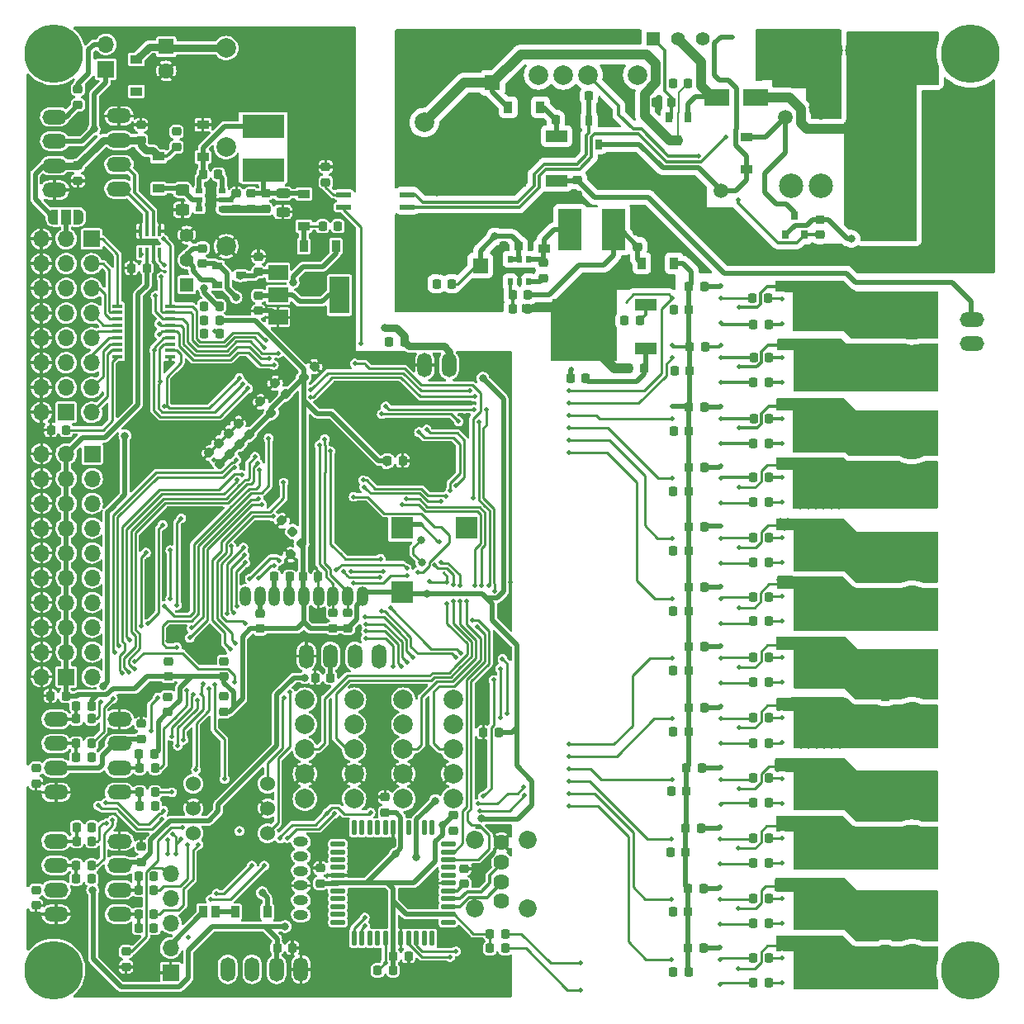
<source format=gbr>
G04 #@! TF.GenerationSoftware,KiCad,Pcbnew,(6.0.4)*
G04 #@! TF.CreationDate,2022-06-13T17:00:00+09:00*
G04 #@! TF.ProjectId,Main,4d61696e-2e6b-4696-9361-645f70636258,rev?*
G04 #@! TF.SameCoordinates,Original*
G04 #@! TF.FileFunction,Copper,L2,Bot*
G04 #@! TF.FilePolarity,Positive*
%FSLAX46Y46*%
G04 Gerber Fmt 4.6, Leading zero omitted, Abs format (unit mm)*
G04 Created by KiCad (PCBNEW (6.0.4)) date 2022-06-13 17:00:00*
%MOMM*%
%LPD*%
G01*
G04 APERTURE LIST*
G04 Aperture macros list*
%AMRoundRect*
0 Rectangle with rounded corners*
0 $1 Rounding radius*
0 $2 $3 $4 $5 $6 $7 $8 $9 X,Y pos of 4 corners*
0 Add a 4 corners polygon primitive as box body*
4,1,4,$2,$3,$4,$5,$6,$7,$8,$9,$2,$3,0*
0 Add four circle primitives for the rounded corners*
1,1,$1+$1,$2,$3*
1,1,$1+$1,$4,$5*
1,1,$1+$1,$6,$7*
1,1,$1+$1,$8,$9*
0 Add four rect primitives between the rounded corners*
20,1,$1+$1,$2,$3,$4,$5,0*
20,1,$1+$1,$4,$5,$6,$7,0*
20,1,$1+$1,$6,$7,$8,$9,0*
20,1,$1+$1,$8,$9,$2,$3,0*%
%AMFreePoly0*
4,1,22,0.550000,-0.750000,0.000000,-0.750000,0.000000,-0.745033,-0.079941,-0.743568,-0.215256,-0.701293,-0.333266,-0.622738,-0.424486,-0.514219,-0.481581,-0.384460,-0.499164,-0.250000,-0.500000,-0.250000,-0.500000,0.250000,-0.499164,0.250000,-0.499963,0.256109,-0.478152,0.396186,-0.417904,0.524511,-0.324060,0.630769,-0.204165,0.706417,-0.067858,0.745374,0.000000,0.744959,0.000000,0.750000,
0.550000,0.750000,0.550000,-0.750000,0.550000,-0.750000,$1*%
%AMFreePoly1*
4,1,20,0.000000,0.744959,0.073905,0.744508,0.209726,0.703889,0.328688,0.626782,0.421226,0.519385,0.479903,0.390333,0.500000,0.250000,0.500000,-0.250000,0.499851,-0.262216,0.476331,-0.402017,0.414519,-0.529596,0.319384,-0.634700,0.198574,-0.708877,0.061801,-0.746166,0.000000,-0.745033,0.000000,-0.750000,-0.550000,-0.750000,-0.550000,0.750000,0.000000,0.750000,0.000000,0.744959,
0.000000,0.744959,$1*%
G04 Aperture macros list end*
G04 #@! TA.AperFunction,ComponentPad*
%ADD10R,1.600000X1.600000*%
G04 #@! TD*
G04 #@! TA.AperFunction,ComponentPad*
%ADD11C,1.600000*%
G04 #@! TD*
G04 #@! TA.AperFunction,ComponentPad*
%ADD12R,1.700000X1.700000*%
G04 #@! TD*
G04 #@! TA.AperFunction,ComponentPad*
%ADD13O,1.700000X1.700000*%
G04 #@! TD*
G04 #@! TA.AperFunction,ComponentPad*
%ADD14O,2.500000X1.500000*%
G04 #@! TD*
G04 #@! TA.AperFunction,ComponentPad*
%ADD15O,1.500000X2.500000*%
G04 #@! TD*
G04 #@! TA.AperFunction,ComponentPad*
%ADD16C,4.500000*%
G04 #@! TD*
G04 #@! TA.AperFunction,ComponentPad*
%ADD17C,6.000000*%
G04 #@! TD*
G04 #@! TA.AperFunction,ComponentPad*
%ADD18C,2.000000*%
G04 #@! TD*
G04 #@! TA.AperFunction,ComponentPad*
%ADD19C,3.840000*%
G04 #@! TD*
G04 #@! TA.AperFunction,ComponentPad*
%ADD20C,1.500000*%
G04 #@! TD*
G04 #@! TA.AperFunction,ComponentPad*
%ADD21C,2.500000*%
G04 #@! TD*
G04 #@! TA.AperFunction,ComponentPad*
%ADD22R,1.397000X1.397000*%
G04 #@! TD*
G04 #@! TA.AperFunction,ComponentPad*
%ADD23C,1.397000*%
G04 #@! TD*
G04 #@! TA.AperFunction,ComponentPad*
%ADD24C,1.524000*%
G04 #@! TD*
G04 #@! TA.AperFunction,ComponentPad*
%ADD25C,1.620000*%
G04 #@! TD*
G04 #@! TA.AperFunction,ComponentPad*
%ADD26C,1.850000*%
G04 #@! TD*
G04 #@! TA.AperFunction,ComponentPad*
%ADD27O,1.200000X2.000000*%
G04 #@! TD*
G04 #@! TA.AperFunction,ComponentPad*
%ADD28O,1.524000X1.000000*%
G04 #@! TD*
G04 #@! TA.AperFunction,SMDPad,CuDef*
%ADD29RoundRect,0.218750X0.256250X-0.218750X0.256250X0.218750X-0.256250X0.218750X-0.256250X-0.218750X0*%
G04 #@! TD*
G04 #@! TA.AperFunction,SMDPad,CuDef*
%ADD30RoundRect,0.218750X0.218750X0.256250X-0.218750X0.256250X-0.218750X-0.256250X0.218750X-0.256250X0*%
G04 #@! TD*
G04 #@! TA.AperFunction,SMDPad,CuDef*
%ADD31RoundRect,0.218750X-0.256250X0.218750X-0.256250X-0.218750X0.256250X-0.218750X0.256250X0.218750X0*%
G04 #@! TD*
G04 #@! TA.AperFunction,SMDPad,CuDef*
%ADD32RoundRect,0.218750X-0.218750X-0.256250X0.218750X-0.256250X0.218750X0.256250X-0.218750X0.256250X0*%
G04 #@! TD*
G04 #@! TA.AperFunction,SMDPad,CuDef*
%ADD33RoundRect,0.218750X0.335876X0.026517X0.026517X0.335876X-0.335876X-0.026517X-0.026517X-0.335876X0*%
G04 #@! TD*
G04 #@! TA.AperFunction,SMDPad,CuDef*
%ADD34RoundRect,0.250000X-0.450000X0.325000X-0.450000X-0.325000X0.450000X-0.325000X0.450000X0.325000X0*%
G04 #@! TD*
G04 #@! TA.AperFunction,SMDPad,CuDef*
%ADD35RoundRect,0.218750X-0.026517X0.335876X-0.335876X0.026517X0.026517X-0.335876X0.335876X-0.026517X0*%
G04 #@! TD*
G04 #@! TA.AperFunction,SMDPad,CuDef*
%ADD36RoundRect,0.218750X0.026517X-0.335876X0.335876X-0.026517X-0.026517X0.335876X-0.335876X0.026517X0*%
G04 #@! TD*
G04 #@! TA.AperFunction,SMDPad,CuDef*
%ADD37R,0.900000X1.200000*%
G04 #@! TD*
G04 #@! TA.AperFunction,SMDPad,CuDef*
%ADD38R,1.200000X0.900000*%
G04 #@! TD*
G04 #@! TA.AperFunction,SMDPad,CuDef*
%ADD39R,0.965200X1.270000*%
G04 #@! TD*
G04 #@! TA.AperFunction,SMDPad,CuDef*
%ADD40R,4.200000X2.400000*%
G04 #@! TD*
G04 #@! TA.AperFunction,SMDPad,CuDef*
%ADD41R,0.700000X0.510000*%
G04 #@! TD*
G04 #@! TA.AperFunction,SMDPad,CuDef*
%ADD42R,0.510000X0.700000*%
G04 #@! TD*
G04 #@! TA.AperFunction,SMDPad,CuDef*
%ADD43R,2.200000X1.200000*%
G04 #@! TD*
G04 #@! TA.AperFunction,SMDPad,CuDef*
%ADD44R,6.400000X5.800000*%
G04 #@! TD*
G04 #@! TA.AperFunction,SMDPad,CuDef*
%ADD45R,2.400000X4.200000*%
G04 #@! TD*
G04 #@! TA.AperFunction,SMDPad,CuDef*
%ADD46R,2.000000X1.500000*%
G04 #@! TD*
G04 #@! TA.AperFunction,SMDPad,CuDef*
%ADD47R,2.000000X3.800000*%
G04 #@! TD*
G04 #@! TA.AperFunction,SMDPad,CuDef*
%ADD48RoundRect,0.243750X-0.456250X0.243750X-0.456250X-0.243750X0.456250X-0.243750X0.456250X0.243750X0*%
G04 #@! TD*
G04 #@! TA.AperFunction,SMDPad,CuDef*
%ADD49R,2.300000X2.300000*%
G04 #@! TD*
G04 #@! TA.AperFunction,SMDPad,CuDef*
%ADD50FreePoly0,0.000000*%
G04 #@! TD*
G04 #@! TA.AperFunction,SMDPad,CuDef*
%ADD51R,1.000000X1.500000*%
G04 #@! TD*
G04 #@! TA.AperFunction,SMDPad,CuDef*
%ADD52FreePoly1,0.000000*%
G04 #@! TD*
G04 #@! TA.AperFunction,SMDPad,CuDef*
%ADD53R,1.000000X0.400000*%
G04 #@! TD*
G04 #@! TA.AperFunction,SMDPad,CuDef*
%ADD54R,2.500000X1.800000*%
G04 #@! TD*
G04 #@! TA.AperFunction,SMDPad,CuDef*
%ADD55RoundRect,0.137500X0.600000X0.137500X-0.600000X0.137500X-0.600000X-0.137500X0.600000X-0.137500X0*%
G04 #@! TD*
G04 #@! TA.AperFunction,SMDPad,CuDef*
%ADD56RoundRect,0.137500X0.137500X0.600000X-0.137500X0.600000X-0.137500X-0.600000X0.137500X-0.600000X0*%
G04 #@! TD*
G04 #@! TA.AperFunction,SMDPad,CuDef*
%ADD57R,0.700000X1.000000*%
G04 #@! TD*
G04 #@! TA.AperFunction,SMDPad,CuDef*
%ADD58R,1.000000X0.700000*%
G04 #@! TD*
G04 #@! TA.AperFunction,SMDPad,CuDef*
%ADD59R,0.400000X1.060000*%
G04 #@! TD*
G04 #@! TA.AperFunction,SMDPad,CuDef*
%ADD60RoundRect,0.137500X-0.662500X-0.137500X0.662500X-0.137500X0.662500X0.137500X-0.662500X0.137500X0*%
G04 #@! TD*
G04 #@! TA.AperFunction,SMDPad,CuDef*
%ADD61R,0.800000X0.900000*%
G04 #@! TD*
G04 #@! TA.AperFunction,ViaPad*
%ADD62C,6.000000*%
G04 #@! TD*
G04 #@! TA.AperFunction,ViaPad*
%ADD63C,0.500000*%
G04 #@! TD*
G04 #@! TA.AperFunction,ViaPad*
%ADD64C,0.800000*%
G04 #@! TD*
G04 #@! TA.AperFunction,ViaPad*
%ADD65C,1.000000*%
G04 #@! TD*
G04 #@! TA.AperFunction,Conductor*
%ADD66C,0.500000*%
G04 #@! TD*
G04 #@! TA.AperFunction,Conductor*
%ADD67C,0.250000*%
G04 #@! TD*
G04 #@! TA.AperFunction,Conductor*
%ADD68C,0.300000*%
G04 #@! TD*
G04 #@! TA.AperFunction,Conductor*
%ADD69C,0.800000*%
G04 #@! TD*
G04 #@! TA.AperFunction,Conductor*
%ADD70C,1.000000*%
G04 #@! TD*
G04 #@! TA.AperFunction,Conductor*
%ADD71C,0.200000*%
G04 #@! TD*
G04 APERTURE END LIST*
D10*
X82750000Y-62750000D03*
D11*
X82750000Y-65250000D03*
D12*
X42950000Y-82040000D03*
D13*
X42950000Y-84580000D03*
X42950000Y-87120000D03*
X42950000Y-89660000D03*
X42950000Y-92200000D03*
X42950000Y-94740000D03*
X42950000Y-97280000D03*
X42950000Y-99820000D03*
X42950000Y-102360000D03*
X42950000Y-104900000D03*
D12*
X51000000Y-135250000D03*
D13*
X51000000Y-132710000D03*
X51000000Y-130170000D03*
X51000000Y-127630000D03*
X51000000Y-125090000D03*
D12*
X40300000Y-104900000D03*
D13*
X37760000Y-104900000D03*
X40300000Y-102360000D03*
X37760000Y-102360000D03*
X40300000Y-99820000D03*
X37760000Y-99820000D03*
X40300000Y-97280000D03*
X37760000Y-97280000D03*
X40300000Y-94740000D03*
X37760000Y-94740000D03*
X40300000Y-92200000D03*
X37760000Y-92200000D03*
X40300000Y-89660000D03*
X37760000Y-89660000D03*
X40300000Y-87120000D03*
X37760000Y-87120000D03*
X40300000Y-84580000D03*
X37760000Y-84580000D03*
X40300000Y-82040000D03*
X37760000Y-82040000D03*
D12*
X42900000Y-60020000D03*
D13*
X42900000Y-62560000D03*
X42900000Y-65100000D03*
X42900000Y-67640000D03*
X42900000Y-70180000D03*
X42900000Y-72720000D03*
X42900000Y-75260000D03*
X42900000Y-77800000D03*
D12*
X40290000Y-77780000D03*
D13*
X37750000Y-77780000D03*
X40290000Y-75240000D03*
X37750000Y-75240000D03*
X40290000Y-72700000D03*
X37750000Y-72700000D03*
X40290000Y-70160000D03*
X37750000Y-70160000D03*
X40290000Y-67620000D03*
X37750000Y-67620000D03*
X40290000Y-65080000D03*
X37750000Y-65080000D03*
X40290000Y-62540000D03*
X37750000Y-62540000D03*
X40290000Y-60000000D03*
X37750000Y-60000000D03*
D14*
X39250000Y-116750000D03*
X39250000Y-114250000D03*
X39250000Y-111750000D03*
X39250000Y-109250000D03*
X39250000Y-129250000D03*
X39250000Y-126750000D03*
X39250000Y-124250000D03*
X39250000Y-121750000D03*
X45750000Y-121750000D03*
X45750000Y-124250000D03*
X45750000Y-126750000D03*
X45750000Y-129250000D03*
X45750000Y-109250000D03*
X45750000Y-111750000D03*
X45750000Y-114250000D03*
X45750000Y-116750000D03*
D15*
X77050000Y-72950000D03*
X79550000Y-72950000D03*
D14*
X133150000Y-68250000D03*
X133150000Y-70750000D03*
D16*
X127000000Y-92800000D03*
X127000000Y-97800000D03*
X127000000Y-104750000D03*
X127000000Y-109750000D03*
X127000000Y-117300000D03*
X127000000Y-122300000D03*
X127000000Y-129550000D03*
X127000000Y-134550000D03*
D17*
X131500000Y-57000000D03*
X124500000Y-57000000D03*
X131500000Y-48750000D03*
X124500000Y-48750000D03*
D18*
X77010000Y-60760000D03*
X77010000Y-53140000D03*
X77010000Y-48060000D03*
X56690000Y-60760000D03*
X56690000Y-50600000D03*
X56690000Y-40440000D03*
D19*
X127110000Y-40650000D03*
X122030000Y-40650000D03*
X117970000Y-40650000D03*
X112890000Y-40650000D03*
D20*
X114020000Y-47530000D03*
X107420000Y-55030000D03*
D21*
X117620000Y-54530000D03*
X117620000Y-46530000D03*
X114620000Y-54530000D03*
D22*
X100460000Y-39475000D03*
D23*
X103000000Y-39475000D03*
X105540000Y-39475000D03*
D10*
X84000000Y-44000000D03*
D11*
X84000000Y-40500000D03*
D18*
X69800000Y-107245000D03*
X69800000Y-117405000D03*
X69800000Y-109785000D03*
X69800000Y-112325000D03*
X69800000Y-114855000D03*
X74850000Y-107245000D03*
X74850000Y-117405000D03*
X74850000Y-109785000D03*
X74850000Y-112325000D03*
X74850000Y-114855000D03*
X79950000Y-117405000D03*
X79950000Y-107245000D03*
X79950000Y-109785000D03*
X79950000Y-112325000D03*
X79950000Y-114855000D03*
X64750000Y-117405000D03*
X64750000Y-107245000D03*
X64750000Y-109785000D03*
X64750000Y-112325000D03*
X64750000Y-114855000D03*
D14*
X45700000Y-47400000D03*
X45700000Y-49900000D03*
X45700000Y-52400000D03*
X45700000Y-54900000D03*
X39100000Y-55000000D03*
X39100000Y-52500000D03*
X39100000Y-50000000D03*
X39100000Y-47500000D03*
D12*
X44350000Y-42600000D03*
D13*
X44350000Y-40060000D03*
D16*
X127000000Y-68100000D03*
X127000000Y-73100000D03*
X127000000Y-80350000D03*
X127000000Y-85350000D03*
D15*
X64900000Y-102800000D03*
X67400000Y-102800000D03*
X69900000Y-102800000D03*
X72400000Y-102800000D03*
D22*
X52650000Y-64690000D03*
D23*
X52650000Y-62150000D03*
X52650000Y-59610000D03*
D24*
X53315000Y-115860000D03*
X53315000Y-118400000D03*
X53315000Y-120940000D03*
X60935000Y-120940000D03*
X60935000Y-118400000D03*
X60935000Y-115860000D03*
D25*
X84900000Y-127900000D03*
X84900000Y-125900000D03*
X84900000Y-123900000D03*
X84900000Y-121900000D03*
D26*
X87620000Y-128630000D03*
X87620000Y-121630000D03*
X82180000Y-121630000D03*
X82180000Y-128630000D03*
D27*
X58640000Y-96660000D03*
X60140000Y-96660000D03*
X61640000Y-96660000D03*
X63140000Y-96660000D03*
X64640000Y-96660000D03*
X66140000Y-96660000D03*
X67640000Y-96660000D03*
X69140000Y-96660000D03*
X70640000Y-96660000D03*
D10*
X50530000Y-40290000D03*
D11*
X50530000Y-42790000D03*
D18*
X98880000Y-43200000D03*
X88720000Y-43200000D03*
X91260000Y-43200000D03*
X93800000Y-43200000D03*
X96330000Y-43200000D03*
D15*
X64350000Y-134900000D03*
X61850000Y-134900000D03*
X59350000Y-134900000D03*
X56850000Y-134900000D03*
D28*
X64350000Y-129300000D03*
X64350000Y-127800000D03*
X64350000Y-126300000D03*
X64350000Y-124800000D03*
X64350000Y-123300000D03*
X64350000Y-121800000D03*
D29*
X46420000Y-134647500D03*
X46420000Y-133072500D03*
D30*
X48537500Y-63000000D03*
X46962500Y-63000000D03*
D31*
X41500000Y-52462500D03*
X41500000Y-54037500D03*
D32*
X38662500Y-106850000D03*
X40237500Y-106850000D03*
D31*
X60750000Y-55362500D03*
X60750000Y-56937500D03*
D30*
X67387500Y-105000000D03*
X65812500Y-105000000D03*
D29*
X47950000Y-49887500D03*
X47950000Y-48312500D03*
D33*
X58056847Y-81056847D03*
X56943153Y-79943153D03*
D32*
X38712500Y-79600000D03*
X40287500Y-79600000D03*
X54312500Y-53400000D03*
X55887500Y-53400000D03*
D33*
X57056847Y-82056847D03*
X55943153Y-80943153D03*
D34*
X52200000Y-54975000D03*
X52200000Y-57025000D03*
D33*
X59056847Y-80056847D03*
X57943153Y-78943153D03*
X56056847Y-83056847D03*
X54943153Y-81943153D03*
D32*
X61912500Y-132700000D03*
X63487500Y-132700000D03*
D35*
X64406847Y-91243153D03*
X63293153Y-92356847D03*
D29*
X37200000Y-115837500D03*
X37200000Y-114262500D03*
X37200000Y-128337500D03*
X37200000Y-126762500D03*
D32*
X73212500Y-82750000D03*
X74787500Y-82750000D03*
D30*
X66137500Y-94650000D03*
X64562500Y-94650000D03*
D31*
X60150000Y-98412500D03*
X60150000Y-99987500D03*
D32*
X61612500Y-94650000D03*
X63187500Y-94650000D03*
D36*
X64643153Y-74206847D03*
X65756847Y-73093153D03*
D33*
X62806847Y-75906847D03*
X61693153Y-74793153D03*
X63506847Y-90006847D03*
X62393153Y-88893153D03*
D31*
X48000000Y-122312500D03*
X48000000Y-123887500D03*
D30*
X84637500Y-110600000D03*
X83062500Y-110600000D03*
D29*
X98875000Y-60787500D03*
X98875000Y-59212500D03*
D37*
X60900000Y-129000000D03*
X57600000Y-129000000D03*
D38*
X49750000Y-54850000D03*
X49750000Y-51550000D03*
X47500000Y-44900000D03*
X47500000Y-41600000D03*
X89275000Y-61025000D03*
X89275000Y-57725000D03*
D30*
X105687500Y-64900000D03*
X104112500Y-64900000D03*
X105687500Y-77250000D03*
X104112500Y-77250000D03*
X105687500Y-83400000D03*
X104112500Y-83400000D03*
D37*
X102600000Y-62500000D03*
X99300000Y-62500000D03*
D30*
X105687500Y-101850000D03*
X104112500Y-101850000D03*
X105687500Y-108050000D03*
X104112500Y-108050000D03*
X105437500Y-114250000D03*
X103862500Y-114250000D03*
X105387500Y-120400000D03*
X103812500Y-120400000D03*
X105637500Y-126600000D03*
X104062500Y-126600000D03*
X105637500Y-132750000D03*
X104062500Y-132750000D03*
D38*
X110000000Y-49600000D03*
X110000000Y-52900000D03*
D39*
X54365000Y-129000000D03*
X55635000Y-129000000D03*
D40*
X60550000Y-48450000D03*
X60550000Y-52950000D03*
D32*
X73412500Y-70550000D03*
X74987500Y-70550000D03*
D30*
X68137500Y-58700000D03*
X66562500Y-58700000D03*
D32*
X54412500Y-69750000D03*
X55987500Y-69750000D03*
D31*
X51600000Y-49012500D03*
X51600000Y-50587500D03*
D32*
X54412500Y-66900000D03*
X55987500Y-66900000D03*
X54412500Y-68350000D03*
X55987500Y-68350000D03*
D31*
X59250000Y-55362500D03*
X59250000Y-56937500D03*
D29*
X57750000Y-56937500D03*
X57750000Y-55362500D03*
D30*
X42887500Y-107900000D03*
X41312500Y-107900000D03*
X42937500Y-120350000D03*
X41362500Y-120350000D03*
X42887500Y-113150000D03*
X41312500Y-113150000D03*
X42887500Y-125600000D03*
X41312500Y-125600000D03*
X42887500Y-109200000D03*
X41312500Y-109200000D03*
X42937500Y-121750000D03*
X41362500Y-121750000D03*
X42887500Y-111750000D03*
X41312500Y-111750000D03*
X42887500Y-124250000D03*
X41312500Y-124250000D03*
D31*
X67650000Y-98362500D03*
X67650000Y-99937500D03*
X69150000Y-98362500D03*
X69150000Y-99937500D03*
D30*
X49287500Y-130650000D03*
X47712500Y-130650000D03*
X49387500Y-118150000D03*
X47812500Y-118150000D03*
X49287500Y-125350000D03*
X47712500Y-125350000D03*
X49337500Y-112850000D03*
X47762500Y-112850000D03*
X49287500Y-129250000D03*
X47712500Y-129250000D03*
X49387500Y-116750000D03*
X47812500Y-116750000D03*
X49287500Y-126750000D03*
X47712500Y-126750000D03*
X49387500Y-114250000D03*
X47812500Y-114250000D03*
X104237500Y-73500000D03*
X102662500Y-73500000D03*
X104087500Y-85850000D03*
X102512500Y-85850000D03*
X104087500Y-98200000D03*
X102512500Y-98200000D03*
X104137500Y-67300000D03*
X102562500Y-67300000D03*
X104137500Y-79700000D03*
X102562500Y-79700000D03*
X104087500Y-92000000D03*
X102512500Y-92000000D03*
D32*
X102462500Y-44100000D03*
X104037500Y-44100000D03*
X91962500Y-74250000D03*
X93537500Y-74250000D03*
D30*
X112287500Y-68750000D03*
X110712500Y-68750000D03*
X112337500Y-72150000D03*
X110762500Y-72150000D03*
X112287500Y-74750000D03*
X110712500Y-74750000D03*
X112337500Y-78400000D03*
X110762500Y-78400000D03*
X112287500Y-81000000D03*
X110712500Y-81000000D03*
X112287500Y-84450000D03*
X110712500Y-84450000D03*
X112287500Y-86950000D03*
X110712500Y-86950000D03*
X112287500Y-90650000D03*
X110712500Y-90650000D03*
X112287500Y-93200000D03*
X110712500Y-93200000D03*
X112287500Y-99200000D03*
X110712500Y-99200000D03*
D32*
X78262500Y-64600000D03*
X79837500Y-64600000D03*
D30*
X102337500Y-46050000D03*
X100762500Y-46050000D03*
X93887500Y-45350000D03*
X92312500Y-45350000D03*
X104087500Y-110500000D03*
X102512500Y-110500000D03*
X103787500Y-122850000D03*
X102212500Y-122850000D03*
X104087500Y-135150000D03*
X102512500Y-135150000D03*
X104087500Y-104250000D03*
X102512500Y-104250000D03*
X103887500Y-116650000D03*
X102312500Y-116650000D03*
X104037500Y-129000000D03*
X102462500Y-129000000D03*
X112287500Y-102900000D03*
X110712500Y-102900000D03*
X112287500Y-105450000D03*
X110712500Y-105450000D03*
X112287500Y-111700000D03*
X110712500Y-111700000D03*
X112287500Y-115300000D03*
X110712500Y-115300000D03*
X112287500Y-117850000D03*
X110712500Y-117850000D03*
X112287500Y-121450000D03*
X110712500Y-121450000D03*
X112287500Y-124000000D03*
X110712500Y-124000000D03*
X112287500Y-127650000D03*
X110712500Y-127650000D03*
X112287500Y-130150000D03*
X110712500Y-130150000D03*
X112287500Y-133750000D03*
X110712500Y-133750000D03*
X112287500Y-136300000D03*
X110712500Y-136300000D03*
D41*
X56260000Y-55050000D03*
X56260000Y-56000000D03*
X56260000Y-56950000D03*
X53940000Y-56950000D03*
X53940000Y-56000000D03*
X53940000Y-55050000D03*
D42*
X87700000Y-64410000D03*
X86750000Y-64410000D03*
X85800000Y-64410000D03*
X85800000Y-62090000D03*
X86750000Y-62090000D03*
X87700000Y-62090000D03*
D30*
X105787500Y-71050000D03*
X104212500Y-71050000D03*
X105687500Y-95700000D03*
X104112500Y-95700000D03*
X99537500Y-73250000D03*
X97962500Y-73250000D03*
D32*
X97512500Y-68400000D03*
X99087500Y-68400000D03*
D43*
X99700000Y-66720000D03*
D44*
X93400000Y-69000000D03*
D43*
X99700000Y-71280000D03*
D30*
X105687500Y-89550000D03*
X104112500Y-89550000D03*
X112237500Y-66050000D03*
X110662500Y-66050000D03*
D45*
X91925000Y-59050000D03*
X96425000Y-59050000D03*
D32*
X86052500Y-67200000D03*
X87627500Y-67200000D03*
D31*
X89250000Y-62462500D03*
X89250000Y-64037500D03*
D30*
X86687500Y-60750000D03*
X85112500Y-60750000D03*
X87627500Y-65740000D03*
X86052500Y-65740000D03*
D38*
X54300000Y-51600000D03*
X54300000Y-48300000D03*
D31*
X60000000Y-65812500D03*
X60000000Y-67387500D03*
D29*
X60000000Y-63387500D03*
X60000000Y-61812500D03*
D46*
X62000000Y-68050000D03*
D47*
X68300000Y-65750000D03*
D46*
X62000000Y-65750000D03*
X62000000Y-63450000D03*
D38*
X64650000Y-58700000D03*
X64650000Y-55400000D03*
D37*
X67950000Y-60750000D03*
X64650000Y-60750000D03*
D48*
X62500000Y-55362500D03*
X62500000Y-57237500D03*
D31*
X41500000Y-44662500D03*
X41500000Y-46237500D03*
D49*
X74700000Y-96250000D03*
X74700000Y-89650000D03*
X81300000Y-89650000D03*
D33*
X61306847Y-77806847D03*
X60193153Y-76693153D03*
D30*
X112287500Y-96700000D03*
X110712500Y-96700000D03*
X112287500Y-109100000D03*
X110712500Y-109100000D03*
D50*
X38950000Y-57750000D03*
D51*
X40250000Y-57750000D03*
D52*
X41550000Y-57750000D03*
D53*
X50950000Y-66900000D03*
X50950000Y-67550000D03*
X50950000Y-68200000D03*
X50950000Y-68850000D03*
X50950000Y-69500000D03*
X50950000Y-70150000D03*
X50950000Y-70800000D03*
X50950000Y-71450000D03*
X50950000Y-72100000D03*
X45550000Y-72100000D03*
X45550000Y-71450000D03*
X45550000Y-70800000D03*
X45550000Y-70150000D03*
X45550000Y-69500000D03*
X45550000Y-68850000D03*
X45550000Y-68200000D03*
X45550000Y-67550000D03*
X45550000Y-66900000D03*
D31*
X48000000Y-109712500D03*
X48000000Y-111287500D03*
D54*
X111000000Y-45500000D03*
X107000000Y-45500000D03*
D29*
X66350000Y-126087500D03*
X66350000Y-124512500D03*
X81100000Y-126137500D03*
X81100000Y-124562500D03*
D32*
X73812500Y-133550000D03*
X75387500Y-133550000D03*
X83712500Y-131250000D03*
X85287500Y-131250000D03*
X83712500Y-132750000D03*
X85287500Y-132750000D03*
D55*
X79462500Y-122050000D03*
X79462500Y-122850000D03*
X79462500Y-123650000D03*
X79462500Y-124450000D03*
X79462500Y-125250000D03*
X79462500Y-126050000D03*
X79462500Y-126850000D03*
X79462500Y-127650000D03*
X79462500Y-128450000D03*
X79462500Y-129250000D03*
X79462500Y-130050000D03*
D56*
X77800000Y-131712500D03*
X77000000Y-131712500D03*
X76200000Y-131712500D03*
X75400000Y-131712500D03*
X74600000Y-131712500D03*
X73800000Y-131712500D03*
X73000000Y-131712500D03*
X72200000Y-131712500D03*
X71400000Y-131712500D03*
X70600000Y-131712500D03*
X69800000Y-131712500D03*
D55*
X68137500Y-130050000D03*
X68137500Y-129250000D03*
X68137500Y-128450000D03*
X68137500Y-127650000D03*
X68137500Y-126850000D03*
X68137500Y-126050000D03*
X68137500Y-125250000D03*
X68137500Y-124450000D03*
X68137500Y-123650000D03*
X68137500Y-122850000D03*
X68137500Y-122050000D03*
D56*
X69800000Y-120387500D03*
X70600000Y-120387500D03*
X71400000Y-120387500D03*
X72200000Y-120387500D03*
X73000000Y-120387500D03*
X73800000Y-120387500D03*
X74600000Y-120387500D03*
X75400000Y-120387500D03*
X76200000Y-120387500D03*
X77000000Y-120387500D03*
X77800000Y-120387500D03*
D29*
X72980000Y-118807500D03*
X72980000Y-117232500D03*
D32*
X72212500Y-135000000D03*
X73787500Y-135000000D03*
D29*
X79950000Y-120687500D03*
X79950000Y-119112500D03*
D31*
X50750000Y-103312500D03*
X50750000Y-104887500D03*
X56450000Y-103312500D03*
X56450000Y-104887500D03*
X56450000Y-106912500D03*
X56450000Y-108487500D03*
X50700000Y-106962500D03*
X50700000Y-108537500D03*
D57*
X102100000Y-47500000D03*
X104000000Y-47500000D03*
X103050000Y-49900000D03*
D58*
X55800000Y-64700000D03*
X55800000Y-62800000D03*
X58200000Y-63750000D03*
D57*
X93900000Y-47900000D03*
X95800000Y-47900000D03*
X94850000Y-50300000D03*
D31*
X123750000Y-69712500D03*
X123750000Y-71287500D03*
X123750000Y-81712500D03*
X123750000Y-83287500D03*
X123750000Y-94712500D03*
X123750000Y-96287500D03*
X124250000Y-106962500D03*
X124250000Y-108537500D03*
X124250000Y-119212500D03*
X124250000Y-120787500D03*
X124250000Y-131212500D03*
X124250000Y-132787500D03*
D32*
X90462500Y-47750000D03*
X92037500Y-47750000D03*
D31*
X92700000Y-53962500D03*
X92700000Y-55537500D03*
D37*
X88900000Y-46500000D03*
X85600000Y-46500000D03*
D31*
X54250000Y-60962500D03*
X54250000Y-62537500D03*
D59*
X49880000Y-61400000D03*
X49230000Y-61400000D03*
X48570000Y-61400000D03*
X47920000Y-61400000D03*
X47920000Y-59200000D03*
X48570000Y-59200000D03*
X49230000Y-59200000D03*
X49880000Y-59200000D03*
D43*
X90550000Y-49470000D03*
D44*
X84250000Y-51750000D03*
D43*
X90550000Y-54030000D03*
D31*
X117600000Y-58012500D03*
X117600000Y-59587500D03*
X66900000Y-52612500D03*
X66900000Y-54187500D03*
D60*
X68750000Y-56735000D03*
X68750000Y-55465000D03*
X75250000Y-55465000D03*
X75250000Y-56735000D03*
D61*
X115940000Y-59590000D03*
X114040000Y-59590000D03*
X114990000Y-57590000D03*
D62*
X133000000Y-41000000D03*
X39000000Y-41000000D03*
D63*
X52800000Y-131587500D03*
D62*
X133000000Y-135000000D03*
X39000000Y-135000000D03*
D63*
X67800000Y-68650000D03*
D64*
X55500000Y-58500000D03*
X69500000Y-59000000D03*
X66000000Y-101000000D03*
D63*
X43650000Y-96050000D03*
D64*
X73250000Y-113500000D03*
X57500000Y-43000000D03*
X68000000Y-113250000D03*
X65500000Y-39000000D03*
X46400000Y-76500000D03*
X73250000Y-106250000D03*
X68750000Y-137000000D03*
D63*
X69700000Y-70150000D03*
D64*
X69500000Y-47000000D03*
X67000000Y-134000000D03*
D63*
X43650000Y-91000000D03*
D64*
X39000000Y-91000000D03*
X82500000Y-134500000D03*
X77400000Y-126000000D03*
X38500000Y-118250000D03*
X77000000Y-81350000D03*
X66500000Y-116000000D03*
X49500000Y-53000000D03*
X75660000Y-80690000D03*
X68500000Y-101000000D03*
X42500000Y-39000000D03*
D63*
X72080000Y-92190000D03*
D64*
X82500000Y-137000000D03*
X71500000Y-117750000D03*
X39000000Y-76500000D03*
X41500000Y-115500000D03*
X41750000Y-74000000D03*
X41250000Y-130000000D03*
X36750000Y-129500000D03*
X48290000Y-135640000D03*
X46700000Y-69000000D03*
X41750000Y-63750000D03*
D63*
X48500000Y-76500000D03*
D64*
X39000000Y-93500000D03*
X39000000Y-88250000D03*
X61900000Y-84150000D03*
X45500000Y-39000000D03*
X81450000Y-74000000D03*
X49600000Y-79000000D03*
X71500000Y-108500000D03*
X62000000Y-101000000D03*
D63*
X50350000Y-83280000D03*
D64*
X46550000Y-58750000D03*
X61500000Y-62000000D03*
X75700000Y-76600000D03*
X53000000Y-43000000D03*
D63*
X43650000Y-93500000D03*
D64*
X69500000Y-43000000D03*
D63*
X59860000Y-80990000D03*
D64*
X76500000Y-117750000D03*
X70750000Y-125000000D03*
D63*
X48910000Y-93400000D03*
D64*
X46500000Y-56750000D03*
D63*
X74780000Y-134530000D03*
D64*
X85500000Y-134500000D03*
D63*
X48600000Y-69000000D03*
X50960000Y-99750000D03*
D64*
X77750000Y-130250000D03*
X41750000Y-66500000D03*
X47000000Y-131750000D03*
X79500000Y-132250000D03*
X41750000Y-61500000D03*
D63*
X82070000Y-125380000D03*
X43650000Y-98550000D03*
D64*
X68000000Y-117500000D03*
X59000000Y-108250000D03*
X50670000Y-72970000D03*
D63*
X54550000Y-79300010D03*
D64*
X66500000Y-117500000D03*
X49000000Y-39000000D03*
X36750000Y-58750000D03*
X72500000Y-137000000D03*
X53000000Y-47000000D03*
X41750000Y-85750000D03*
X36750000Y-57000000D03*
X44750000Y-83500000D03*
D63*
X48500000Y-74100000D03*
D64*
X65500000Y-51000000D03*
X40000000Y-120000000D03*
X71500000Y-113500000D03*
X76500000Y-113500000D03*
X69400000Y-133580000D03*
D63*
X85840000Y-95190000D03*
D64*
X39000000Y-85750000D03*
D63*
X51900000Y-66050000D03*
X55600000Y-65550000D03*
D64*
X69500000Y-51000000D03*
X68000000Y-116000000D03*
X42500000Y-137250000D03*
X39000000Y-96000000D03*
X40000000Y-45000000D03*
X41750000Y-93500000D03*
X73250000Y-116000000D03*
X81450000Y-72100000D03*
D63*
X48600000Y-66500000D03*
D64*
X39000000Y-83250000D03*
X51400000Y-76500000D03*
X61900000Y-78850000D03*
X57500000Y-47000000D03*
X46700000Y-71500000D03*
X41750000Y-101000000D03*
X57000000Y-119250000D03*
X43250000Y-56750000D03*
X39000000Y-66500000D03*
X85400000Y-72100000D03*
X68793153Y-72743153D03*
X36750000Y-49000000D03*
D63*
X72310000Y-133010000D03*
D64*
X64920000Y-72030000D03*
X41500000Y-118250000D03*
X70050000Y-82150000D03*
D63*
X48400000Y-71600000D03*
D64*
X40750000Y-110500000D03*
X36750000Y-79500000D03*
D63*
X57750000Y-64750000D03*
X61720000Y-103770000D03*
D64*
X70470000Y-123080000D03*
X44250000Y-45500000D03*
X73250000Y-108500000D03*
D63*
X53650000Y-65900000D03*
D64*
X53710000Y-82070000D03*
X41750000Y-98500000D03*
X44250000Y-131750000D03*
X46700000Y-66500000D03*
X41750000Y-69000000D03*
X41250000Y-132000000D03*
X76250000Y-137000000D03*
X41750000Y-83500000D03*
X41250000Y-128000000D03*
D63*
X84990000Y-97380000D03*
D64*
X40000000Y-118250000D03*
X36750000Y-45000000D03*
X71500000Y-106250000D03*
X45300000Y-80700000D03*
X53000000Y-39000000D03*
X41750000Y-96000000D03*
X69500000Y-63000000D03*
X63700000Y-84150000D03*
X39000000Y-61250000D03*
D63*
X65550000Y-68650000D03*
D64*
X41750000Y-88250000D03*
X36750000Y-52250000D03*
X85500000Y-137000000D03*
X84650000Y-101600000D03*
X60750000Y-108250000D03*
X66500000Y-106250000D03*
D63*
X54620000Y-102490000D03*
D64*
X61500000Y-43000000D03*
X63700000Y-81550000D03*
X65500000Y-47000000D03*
X37000000Y-106500000D03*
X46400000Y-74100000D03*
X69500000Y-39000000D03*
X42700000Y-134800000D03*
X44750000Y-85750000D03*
X50800000Y-90950000D03*
D63*
X81720000Y-76840000D03*
X70060000Y-92180000D03*
D64*
X57500000Y-58500000D03*
X57500000Y-39000000D03*
X59250000Y-116250000D03*
X38500000Y-120000000D03*
X48250000Y-133250000D03*
X72750000Y-130250000D03*
X39000000Y-101000000D03*
D63*
X61710000Y-105750000D03*
D64*
X66500000Y-113250000D03*
X76500000Y-116000000D03*
X77000000Y-83760000D03*
D63*
X48800000Y-98120000D03*
D64*
X73250000Y-111000000D03*
X47300000Y-81200000D03*
X61900000Y-81550000D03*
X39000000Y-69000000D03*
X82650000Y-132100000D03*
X39000000Y-74000000D03*
X66000000Y-137000000D03*
X61500000Y-58500000D03*
X79500000Y-134550000D03*
X39000000Y-63750000D03*
D63*
X50725000Y-101175000D03*
D64*
X61500000Y-39000000D03*
X41750000Y-71500000D03*
X63550000Y-77010000D03*
X39000000Y-98500000D03*
X39000000Y-71500000D03*
X57250000Y-52750000D03*
X75000000Y-130250000D03*
X71500000Y-111000000D03*
X53000000Y-53000000D03*
X36750000Y-131750000D03*
X59250000Y-119250000D03*
X65500000Y-43000000D03*
X59490000Y-73430000D03*
X71500000Y-116000000D03*
D63*
X51210000Y-88490000D03*
X72300000Y-72000000D03*
D64*
X41750000Y-76500000D03*
X41750000Y-91000000D03*
D63*
X49710000Y-105650000D03*
X51624959Y-101860000D03*
X49680000Y-107040000D03*
X61040000Y-80460000D03*
X46495000Y-133035000D03*
X48960000Y-110410000D03*
X52220000Y-120370000D03*
D64*
X42937500Y-120350000D03*
D63*
X58056847Y-81356848D03*
D64*
X77240001Y-96419999D03*
D63*
X62800000Y-75900000D03*
D64*
X74015000Y-123085000D03*
X83000000Y-74287500D03*
D63*
X73117869Y-83136679D03*
D64*
X78864162Y-120133383D03*
X49287500Y-130650000D03*
D63*
X57056847Y-82056847D03*
X58050000Y-120712500D03*
D64*
X60385000Y-127050000D03*
D63*
X55468272Y-82673151D03*
D64*
X82873076Y-119450204D03*
X42887500Y-107900000D03*
X42887500Y-125600000D03*
D63*
X59056847Y-80056847D03*
X64750000Y-74200000D03*
X84700000Y-110555000D03*
D64*
X55987500Y-68350000D03*
D63*
X83712500Y-131250000D03*
D64*
X49337500Y-112850000D03*
D63*
X64538413Y-91941587D03*
D64*
X49287500Y-125350000D03*
D63*
X61150000Y-77850000D03*
D64*
X42887500Y-113150000D03*
X49387500Y-118150000D03*
X62750000Y-130500000D03*
X37200000Y-126762500D03*
X64770000Y-104990000D03*
X78130000Y-117600000D03*
X41550000Y-57750000D03*
X58150000Y-63800000D03*
X37200000Y-114262500D03*
X46300000Y-80180000D03*
X67387500Y-105000000D03*
X54449998Y-65030000D03*
X44055000Y-105900000D03*
X42995502Y-126750000D03*
X76200000Y-123400000D03*
X60000000Y-65812500D03*
D63*
X63506847Y-90006847D03*
D65*
X92000000Y-66750000D03*
X93000000Y-66750000D03*
X94000000Y-66750000D03*
X95000000Y-66750000D03*
X96000000Y-66750000D03*
X92000000Y-67750000D03*
X96000000Y-67750000D03*
X94000000Y-67750000D03*
X91000000Y-67750000D03*
X93000000Y-67750000D03*
X95000000Y-67750000D03*
X92000000Y-68750000D03*
X95000000Y-68750000D03*
X93000000Y-68750000D03*
X96000000Y-68750000D03*
X91000000Y-68750000D03*
X94000000Y-68750000D03*
X91000000Y-69750000D03*
X95000000Y-69750000D03*
X96000000Y-69750000D03*
X94000000Y-69750000D03*
X93000000Y-69750000D03*
X92000000Y-69750000D03*
X96000000Y-70750000D03*
X93000000Y-70750000D03*
X92000000Y-70750000D03*
X95000000Y-70750000D03*
X94000000Y-70750000D03*
X91000000Y-70750000D03*
X94000000Y-71750000D03*
X95000000Y-71750000D03*
X96000000Y-71750000D03*
X128750000Y-58000000D03*
X134750000Y-52000000D03*
X131750000Y-53500000D03*
X134750000Y-47500000D03*
D64*
X86500000Y-39250000D03*
D65*
X134750000Y-56500000D03*
D64*
X78250000Y-55250000D03*
X84500000Y-67000000D03*
X86750000Y-63500000D03*
D65*
X131750000Y-46000000D03*
X134000000Y-54250000D03*
D64*
X74500000Y-43250000D03*
X82500000Y-67000000D03*
D65*
X134750000Y-53500000D03*
X131750000Y-52000000D03*
D64*
X78500000Y-39250000D03*
X74500000Y-67000000D03*
D65*
X131000000Y-45250000D03*
X131000000Y-51250000D03*
X128750000Y-50500000D03*
X134750000Y-46000000D03*
D64*
X82500000Y-39250000D03*
X98500000Y-39250000D03*
D65*
X80000000Y-47750000D03*
X129500000Y-45250000D03*
X134000000Y-46750000D03*
D64*
X74500000Y-63250000D03*
X74500000Y-51250000D03*
D65*
X84250000Y-47750000D03*
D64*
X98600000Y-51600000D03*
D65*
X134000000Y-55750000D03*
X130250000Y-52000000D03*
X128750000Y-47500000D03*
D64*
X95400000Y-46400000D03*
D63*
X100762500Y-46050000D03*
D65*
X132500000Y-45250000D03*
X131000000Y-54250000D03*
D64*
X90500000Y-39250000D03*
D65*
X132500000Y-51250000D03*
D64*
X78500000Y-67000000D03*
D65*
X134000000Y-45250000D03*
X133250000Y-52000000D03*
X134750000Y-55000000D03*
X134000000Y-48250000D03*
X95000000Y-54500000D03*
D64*
X78250000Y-59250000D03*
D65*
X133250000Y-46000000D03*
X134000000Y-58750000D03*
X90000000Y-45000000D03*
X133250000Y-53500000D03*
X128750000Y-53500000D03*
X134000000Y-49750000D03*
X129500000Y-46750000D03*
X129500000Y-54250000D03*
X129500000Y-51250000D03*
X128750000Y-52000000D03*
D64*
X78500000Y-63250000D03*
D65*
X128750000Y-59500000D03*
D64*
X74500000Y-39250000D03*
D65*
X134000000Y-57250000D03*
X131000000Y-52750000D03*
X129500000Y-58750000D03*
X91000000Y-66750000D03*
X134750000Y-49000000D03*
X134000000Y-51250000D03*
X129500000Y-52750000D03*
D64*
X94500000Y-39250000D03*
D65*
X128750000Y-49000000D03*
X132500000Y-52750000D03*
D64*
X74500000Y-59250000D03*
D65*
X134750000Y-58000000D03*
D64*
X78500000Y-43250000D03*
D65*
X128750000Y-55000000D03*
D64*
X74500000Y-47250000D03*
D65*
X128750000Y-46000000D03*
X128750000Y-56500000D03*
X130250000Y-46000000D03*
X130250000Y-53500000D03*
D64*
X84500000Y-64000000D03*
D65*
X105100000Y-56400000D03*
X132500000Y-54250000D03*
X80000000Y-54500000D03*
X100000000Y-54500000D03*
D64*
X78250000Y-51250000D03*
D65*
X134750000Y-50500000D03*
X134000000Y-52750000D03*
X134750000Y-59500000D03*
D63*
X93500000Y-74287500D03*
X87627500Y-65740000D03*
D64*
X84250000Y-59750000D03*
D63*
X107375000Y-64795000D03*
D64*
X117900000Y-69000000D03*
D63*
X113205000Y-64895000D03*
X114200000Y-64900000D03*
D64*
X116300000Y-67400000D03*
D63*
X113708000Y-64895000D03*
D64*
X117100000Y-67400000D03*
X115500000Y-68200000D03*
X119500000Y-69000000D03*
X116300000Y-69000000D03*
X117100000Y-69000000D03*
X116300000Y-68200000D03*
X117900000Y-68200000D03*
X117100000Y-68200000D03*
X119500000Y-68200000D03*
X119500000Y-67400000D03*
D63*
X109250000Y-66987500D03*
D64*
X117900000Y-67400000D03*
X118700000Y-68200000D03*
X118700000Y-69000000D03*
X115500000Y-69000000D03*
X115500000Y-67400000D03*
X118700000Y-67400000D03*
D63*
X107375000Y-70945000D03*
D64*
X117100000Y-74200000D03*
X117100000Y-73400000D03*
X117900000Y-73400000D03*
X117100000Y-75000000D03*
X117900000Y-75000000D03*
X117900000Y-74200000D03*
X115500000Y-74200000D03*
X116300000Y-74200000D03*
X115500000Y-73400000D03*
X116300000Y-73400000D03*
X116300000Y-75000000D03*
X115500000Y-75000000D03*
D63*
X109250000Y-73137500D03*
X113450000Y-70450000D03*
D64*
X119500000Y-73400000D03*
X118700000Y-73400000D03*
D63*
X113950000Y-70450000D03*
D64*
X119500000Y-75000000D03*
D63*
X113708000Y-70895000D03*
D64*
X118700000Y-74200000D03*
X118700000Y-75000000D03*
X119500000Y-74200000D03*
D63*
X114200000Y-70900000D03*
X107375000Y-77145000D03*
D64*
X119550000Y-79750000D03*
X118750000Y-80550000D03*
D63*
X113708000Y-77145000D03*
D64*
X116350000Y-81350000D03*
D63*
X113950000Y-76700000D03*
D64*
X119550000Y-80550000D03*
D63*
X113450000Y-76700000D03*
D64*
X116350000Y-80550000D03*
X117150000Y-79750000D03*
X119550000Y-81350000D03*
X117950000Y-80550000D03*
X118750000Y-81350000D03*
X115550000Y-80550000D03*
X117150000Y-80550000D03*
D63*
X114200000Y-77150000D03*
D64*
X118750000Y-79750000D03*
X115550000Y-79750000D03*
D63*
X109250000Y-79387500D03*
D64*
X115550000Y-81350000D03*
X116350000Y-79750000D03*
X117950000Y-81350000D03*
X117150000Y-81350000D03*
X117950000Y-79750000D03*
X115550000Y-86550000D03*
X116350000Y-85750000D03*
X117950000Y-87350000D03*
X115550000Y-85750000D03*
X117950000Y-85750000D03*
X117150000Y-86550000D03*
X119550000Y-85750000D03*
X116350000Y-86550000D03*
X117950000Y-86550000D03*
X117150000Y-87350000D03*
X117150000Y-85750000D03*
X115550000Y-87350000D03*
X116350000Y-87350000D03*
X119550000Y-86550000D03*
X118750000Y-85750000D03*
X118750000Y-86550000D03*
X119550000Y-87350000D03*
X118750000Y-87350000D03*
D63*
X109250000Y-85487500D03*
X114200000Y-83150000D03*
X113950000Y-82700000D03*
X113708000Y-83145000D03*
X113450000Y-82700000D03*
X107375000Y-83295000D03*
X107375000Y-89445000D03*
D64*
X119550000Y-93650000D03*
X116350000Y-92050000D03*
X119550000Y-92050000D03*
X115550000Y-92850000D03*
X118750000Y-92050000D03*
X117950000Y-92850000D03*
X115550000Y-93650000D03*
X116350000Y-93650000D03*
X115550000Y-92050000D03*
X117150000Y-92850000D03*
X117150000Y-92050000D03*
X118750000Y-93650000D03*
X117150000Y-93650000D03*
X117950000Y-92050000D03*
X116350000Y-92850000D03*
X117950000Y-93650000D03*
X119550000Y-92850000D03*
X118750000Y-92850000D03*
X113900000Y-89500000D03*
X114300000Y-89050000D03*
X113500000Y-89050000D03*
D63*
X109250000Y-91637500D03*
D64*
X119600000Y-99600000D03*
X118800000Y-99600000D03*
X118000000Y-99600000D03*
X118000000Y-98000000D03*
X116400000Y-98000000D03*
X119600000Y-98000000D03*
X117200000Y-98000000D03*
X115600000Y-98000000D03*
X117200000Y-98800000D03*
X119600000Y-98800000D03*
X118000000Y-98800000D03*
X115600000Y-99600000D03*
X115600000Y-98800000D03*
X116400000Y-99600000D03*
X118800000Y-98800000D03*
X117200000Y-99600000D03*
X116400000Y-98800000D03*
X118800000Y-98000000D03*
X113950000Y-95450000D03*
X114350000Y-94950000D03*
D63*
X109250000Y-97787500D03*
D64*
X113550000Y-94950000D03*
D63*
X107375000Y-95595000D03*
X107375000Y-101745000D03*
D64*
X114300000Y-101200000D03*
X113900000Y-101750000D03*
X113500000Y-101200000D03*
X118000000Y-104850000D03*
X117200000Y-104100000D03*
X115600000Y-104900000D03*
X119600000Y-105650000D03*
X115600000Y-105700000D03*
X116400000Y-104100000D03*
X118000000Y-105650000D03*
X119600000Y-104050000D03*
X117200000Y-105650000D03*
D63*
X109250000Y-103937500D03*
D64*
X115600000Y-104100000D03*
X118800000Y-104100000D03*
X117200000Y-104850000D03*
X118800000Y-105650000D03*
X116400000Y-104900000D03*
X118800000Y-104850000D03*
X119600000Y-104850000D03*
X116400000Y-105700000D03*
X118000000Y-104100000D03*
X119600000Y-110250000D03*
X116400000Y-110250000D03*
X116400000Y-111850000D03*
X115600000Y-110250000D03*
D63*
X113450000Y-107400000D03*
D64*
X119600000Y-111050000D03*
X117200000Y-110250000D03*
D63*
X113950000Y-107400000D03*
D64*
X119600000Y-111850000D03*
X118000000Y-110250000D03*
D63*
X109250000Y-110137500D03*
D64*
X115600000Y-111050000D03*
X116400000Y-111050000D03*
X118800000Y-111850000D03*
X115600000Y-111850000D03*
X118800000Y-111050000D03*
X118800000Y-110250000D03*
X117200000Y-111050000D03*
D63*
X114200000Y-107850000D03*
D64*
X118000000Y-111050000D03*
X117200000Y-111850000D03*
X118000000Y-111850000D03*
D63*
X113708000Y-107845000D03*
X107375000Y-107945000D03*
D64*
X113750000Y-114150000D03*
X114150000Y-113650000D03*
X116400000Y-116450000D03*
X116400000Y-118050000D03*
X115600000Y-117250000D03*
X118800000Y-117250000D03*
X118800000Y-118050000D03*
X117200000Y-116450000D03*
X118000000Y-117250000D03*
X115600000Y-118050000D03*
X118000000Y-118050000D03*
X118800000Y-116450000D03*
X115600000Y-116450000D03*
X113350000Y-113650000D03*
X117200000Y-117250000D03*
X119600000Y-117250000D03*
X117200000Y-118050000D03*
X119600000Y-116450000D03*
X116400000Y-117250000D03*
X118000000Y-116450000D03*
D63*
X109250000Y-116387500D03*
D64*
X119600000Y-118050000D03*
D63*
X107375000Y-114145000D03*
D64*
X117200000Y-124150000D03*
X116400000Y-124150000D03*
X116400000Y-123350000D03*
X118800000Y-122550000D03*
X119600000Y-122550000D03*
X116400000Y-122550000D03*
X115600000Y-122550000D03*
X118800000Y-123350000D03*
X118000000Y-123350000D03*
X119600000Y-123350000D03*
D63*
X109200000Y-122487500D03*
D64*
X119600000Y-124150000D03*
D63*
X113450000Y-119750000D03*
X113950000Y-119750000D03*
D64*
X118000000Y-122550000D03*
D63*
X114200000Y-120200000D03*
X113708000Y-120195000D03*
D64*
X117200000Y-122550000D03*
X118800000Y-124150000D03*
X118000000Y-124150000D03*
X115600000Y-123350000D03*
X117200000Y-123350000D03*
X115600000Y-124150000D03*
D63*
X107325000Y-120295000D03*
D64*
X119600000Y-129550000D03*
X117200000Y-130350000D03*
D63*
X113450000Y-125950000D03*
D64*
X115600000Y-129550000D03*
X117200000Y-128750000D03*
X118800000Y-128750000D03*
X116400000Y-130350000D03*
X118000000Y-128750000D03*
X116400000Y-129550000D03*
X118800000Y-130350000D03*
X118800000Y-129550000D03*
X115600000Y-128750000D03*
X117200000Y-129550000D03*
X119600000Y-128750000D03*
X118000000Y-129550000D03*
D63*
X114200000Y-126400000D03*
D64*
X115600000Y-130350000D03*
X118000000Y-130350000D03*
X116400000Y-128750000D03*
D63*
X113950000Y-125950000D03*
X109200000Y-128637500D03*
X113708000Y-126395000D03*
D64*
X119600000Y-130350000D03*
D63*
X107325000Y-126445000D03*
X107325000Y-132595000D03*
D64*
X116400000Y-134900000D03*
X118000000Y-136500000D03*
X118800000Y-136500000D03*
X115600000Y-135700000D03*
X115600000Y-136500000D03*
X118800000Y-134900000D03*
D63*
X109200000Y-134787500D03*
X114200000Y-132500000D03*
D64*
X119600000Y-134900000D03*
X116400000Y-135700000D03*
X117200000Y-136500000D03*
X117200000Y-134900000D03*
X118000000Y-135700000D03*
X117200000Y-135700000D03*
X119600000Y-135700000D03*
X115600000Y-134900000D03*
X116400000Y-136500000D03*
X118800000Y-135700000D03*
X119600000Y-136500000D03*
X118000000Y-134900000D03*
D63*
X113450000Y-132050000D03*
X113950000Y-132050000D03*
X113708000Y-132495000D03*
D64*
X47950000Y-49887500D03*
X47500000Y-44900000D03*
D63*
X73400000Y-70562500D03*
X68137500Y-58700000D03*
X54412500Y-69750000D03*
X51600000Y-49012500D03*
X54437500Y-66900000D03*
X54412500Y-66900000D03*
X54437500Y-68350000D03*
D64*
X63548289Y-64443684D03*
D63*
X55550000Y-69500000D03*
D64*
X57700000Y-66000000D03*
X72950000Y-69150000D03*
D63*
X102462500Y-44100000D03*
X92075000Y-73375000D03*
X78262500Y-64600000D03*
X107900000Y-49590000D03*
D64*
X110000000Y-49600000D03*
D63*
X91800000Y-75575000D03*
X102425000Y-66065000D03*
X102425000Y-72215000D03*
X91800000Y-76845000D03*
X102425000Y-78415000D03*
X91800000Y-78115000D03*
X91800000Y-79385000D03*
X102425000Y-84565000D03*
X102425000Y-90715000D03*
X91800000Y-80655000D03*
X102425000Y-96865000D03*
X91800000Y-81925000D03*
X82150000Y-76175000D03*
X65350000Y-76200003D03*
X65350000Y-75500000D03*
X81700000Y-75600000D03*
X72758252Y-94080255D03*
X69514986Y-94085014D03*
X80745521Y-102443165D03*
X73520000Y-97870000D03*
X68710000Y-94120000D03*
X72635000Y-98190000D03*
X80250545Y-102938141D03*
X72488313Y-94726115D03*
X70880000Y-98780000D03*
X75826085Y-102869990D03*
X57808490Y-97701164D03*
X58630000Y-93210000D03*
X58590000Y-92420000D03*
X57465501Y-98311378D03*
X75271997Y-103444990D03*
X71031573Y-99510000D03*
X58456587Y-91676587D03*
X74606587Y-103833413D03*
X71031573Y-100220000D03*
X56760000Y-98430000D03*
X73820000Y-103860000D03*
X70990000Y-100960000D03*
X58670000Y-99460030D03*
X57239054Y-91519054D03*
X102375000Y-133865000D03*
X91800000Y-118175000D03*
X91800000Y-116905000D03*
X102375000Y-127715000D03*
X102375000Y-121565000D03*
X91800000Y-115635000D03*
X91800000Y-114365000D03*
X102425000Y-115415000D03*
X102425000Y-109215000D03*
X91800000Y-113095000D03*
X102425000Y-103015000D03*
X91800000Y-111825000D03*
X82416703Y-99793297D03*
X82890000Y-95550000D03*
X75160000Y-86685913D03*
X74725913Y-87260913D03*
X81940000Y-99100000D03*
X82142719Y-95550000D03*
X51210000Y-121000000D03*
X52041974Y-121518026D03*
X50238413Y-118641587D03*
X51520000Y-123080000D03*
X44340000Y-117830000D03*
X46007303Y-104522534D03*
X58309399Y-84208426D03*
X50670000Y-123070000D03*
X50104905Y-119482662D03*
X57789865Y-84710551D03*
X46785000Y-101120000D03*
X50674975Y-121583001D03*
X43590000Y-118100000D03*
D64*
X43150000Y-48750000D03*
D63*
X50250000Y-60000000D03*
X60735049Y-70425000D03*
X50050000Y-63900000D03*
X60626949Y-71130073D03*
D64*
X76764429Y-93185571D03*
X76650000Y-90887500D03*
D63*
X113708000Y-66165000D03*
X113708000Y-68705000D03*
X113708000Y-74705000D03*
X113708000Y-72165000D03*
X113708000Y-78415000D03*
X113708000Y-80955000D03*
X113708000Y-84415000D03*
X113708000Y-86955000D03*
X113708000Y-93205000D03*
X113708000Y-90665000D03*
X113708000Y-96665000D03*
X113708000Y-99205000D03*
X113708000Y-115315000D03*
X113708000Y-117855000D03*
X113708000Y-124005000D03*
X113708000Y-121465000D03*
X113708000Y-130205000D03*
X113708000Y-127665000D03*
X113708000Y-136305000D03*
X113708000Y-133765000D03*
X113708000Y-102915000D03*
X113708000Y-105455000D03*
X113708000Y-111655000D03*
X113708000Y-109115000D03*
X72510000Y-92825000D03*
X67395987Y-81780000D03*
X43841153Y-107450000D03*
X57715411Y-82653400D03*
X45230000Y-102390000D03*
X52965010Y-100903920D03*
X53340000Y-106740000D03*
X51150000Y-111000000D03*
X51150000Y-116750000D03*
X60374123Y-87233821D03*
X52660000Y-106330000D03*
X60020000Y-86630000D03*
X53149792Y-99899792D03*
X66229999Y-81172353D03*
X66805000Y-80525000D03*
X54925000Y-106149998D03*
X53600000Y-114410000D03*
X53860000Y-122110000D03*
X57110000Y-102050000D03*
X62580000Y-84995000D03*
X59931587Y-83031587D03*
X47325000Y-104060003D03*
X44407888Y-119946843D03*
X57540000Y-105430000D03*
X56520000Y-115370000D03*
X50335000Y-97672025D03*
X60061774Y-83719376D03*
X52720000Y-122150000D03*
X55540000Y-105699999D03*
X47325000Y-103360000D03*
X45035000Y-119585000D03*
X46724171Y-104426228D03*
X59650000Y-82360000D03*
X47950000Y-99690000D03*
X48470000Y-92180000D03*
X50170000Y-89320000D03*
X48616183Y-99475053D03*
X50971091Y-91921091D03*
X50970000Y-96900000D03*
X102662500Y-73500000D03*
X102512500Y-85850000D03*
X102512500Y-98200000D03*
X102562500Y-67300000D03*
X102562500Y-79700000D03*
X102512500Y-92000000D03*
X107375000Y-66065000D03*
X107375000Y-68605000D03*
X107375000Y-72215000D03*
X107375000Y-74755000D03*
X107375000Y-78415000D03*
X107375000Y-80955000D03*
X107375000Y-84565000D03*
X107375000Y-87105000D03*
X107375000Y-90715000D03*
X107375000Y-93255000D03*
X107375000Y-96865000D03*
X107375000Y-99405000D03*
X102512500Y-110500000D03*
X102212500Y-122850000D03*
X102512500Y-135150000D03*
X102512500Y-104250000D03*
X102312500Y-116650000D03*
X102462500Y-129000000D03*
X107375000Y-103015000D03*
X107375000Y-105555000D03*
X107375000Y-109215000D03*
X107375000Y-111755000D03*
X107375000Y-115415000D03*
X107375000Y-117955000D03*
X107325000Y-121565000D03*
X107325000Y-124105000D03*
X107325000Y-127715000D03*
X107325000Y-130255000D03*
X107325000Y-133865000D03*
X107325000Y-136405000D03*
X50350337Y-62699663D03*
X47950000Y-61550000D03*
X67018413Y-118878393D03*
X82575000Y-78810000D03*
X84840000Y-109130000D03*
X87180000Y-116230000D03*
X55700000Y-127150000D03*
X80519963Y-78728371D03*
X62230319Y-121461202D03*
X71486660Y-118825336D03*
X72650000Y-77950000D03*
X59320000Y-124275000D03*
X84805215Y-104065215D03*
X83590003Y-95550000D03*
X82543713Y-117936499D03*
X82063413Y-77523413D03*
X83327501Y-77486068D03*
X85450000Y-108650000D03*
X55100000Y-127725000D03*
X84180025Y-96130025D03*
X82717833Y-118614499D03*
X62930000Y-121440000D03*
X87280000Y-117070000D03*
X60590000Y-124275000D03*
X67820000Y-118889980D03*
X73050000Y-77200000D03*
X85018413Y-103058413D03*
X102425000Y-70945000D03*
X104212500Y-71050000D03*
X104112500Y-89550000D03*
X103812500Y-120400000D03*
X104112500Y-108050000D03*
X102425000Y-77145000D03*
X104062500Y-126600000D03*
X104062500Y-132750000D03*
X103862500Y-114250000D03*
X104112500Y-64900000D03*
X104112500Y-83400000D03*
X104112500Y-101850000D03*
D64*
X99064181Y-66925290D03*
D63*
X104112500Y-95700000D03*
X104112500Y-77250000D03*
X97587500Y-68450000D03*
D64*
X40287500Y-79600000D03*
D63*
X73000000Y-134212500D03*
X70950000Y-130450000D03*
X70900000Y-129600000D03*
X93037500Y-134250000D03*
X93037500Y-137000000D03*
X51640000Y-97550000D03*
X52083413Y-88643413D03*
X80250000Y-133050000D03*
X79650000Y-133625000D03*
X62027525Y-71717475D03*
X49450000Y-65850000D03*
X49800000Y-68700000D03*
X61120000Y-72292475D03*
X61570000Y-72930000D03*
X49800000Y-69800000D03*
X58020211Y-74275928D03*
X50310000Y-77130000D03*
X58419959Y-74850562D03*
X49890000Y-74610000D03*
X49300000Y-71450000D03*
X58930000Y-75330000D03*
X50725000Y-103325000D03*
X50700000Y-106925000D03*
X51725000Y-111954647D03*
X53736894Y-107344980D03*
X54338942Y-105592230D03*
X52300000Y-111350000D03*
X56450000Y-103325000D03*
X61530000Y-88470000D03*
X56425000Y-106925000D03*
X57650000Y-101507829D03*
X67982880Y-93967120D03*
X75200000Y-93800000D03*
X69741032Y-95301115D03*
X75200002Y-94500000D03*
X59110000Y-94845010D03*
X63180000Y-106500000D03*
X62125053Y-92989768D03*
X61577120Y-93507120D03*
X62590000Y-107074975D03*
X60008842Y-94772016D03*
X79310000Y-95200000D03*
X77558930Y-95093553D03*
X79318211Y-97399489D03*
X79959997Y-97120000D03*
X78064430Y-93449998D03*
X79972657Y-95425585D03*
X78723833Y-93156745D03*
X80660000Y-97120000D03*
X80661513Y-95550000D03*
X81360000Y-97120000D03*
X70840941Y-85445380D03*
X78680000Y-86904990D03*
X70728435Y-84744713D03*
X79260000Y-86400000D03*
X79669073Y-85831967D03*
X76460000Y-79820000D03*
X77240000Y-79570000D03*
X80244073Y-85330771D03*
X83045218Y-117149802D03*
X69890000Y-72790000D03*
X79950000Y-120687500D03*
X84100051Y-105230000D03*
X82000000Y-86600000D03*
X76650000Y-89312500D03*
X78500000Y-91050000D03*
X69760399Y-86448032D03*
X76350000Y-94150000D03*
X57572520Y-83468336D03*
X45060904Y-107142049D03*
X45680010Y-101753815D03*
D64*
X120800000Y-59990000D03*
D63*
X109200000Y-56000000D03*
X105100000Y-51499990D03*
X86052500Y-65740000D03*
X70500000Y-70700000D03*
D66*
X61337500Y-67387500D02*
X62000000Y-68050000D01*
X52650000Y-59890000D02*
X52650000Y-59610000D01*
D67*
X81812500Y-124562500D02*
X82070000Y-124820000D01*
X66137500Y-94075000D02*
X65862500Y-93800000D01*
X84090001Y-123030197D02*
X83500000Y-123620198D01*
D66*
X56260000Y-56000000D02*
X57112500Y-56000000D01*
D67*
X65862500Y-93800000D02*
X65810000Y-93800000D01*
D66*
X60000000Y-67387500D02*
X61337500Y-67387500D01*
X57112500Y-56000000D02*
X57750000Y-55362500D01*
D67*
X84900000Y-121900000D02*
X84090001Y-122709999D01*
X65800000Y-95087500D02*
X65837500Y-95050000D01*
X82070000Y-124820000D02*
X82070000Y-125380000D01*
X66137500Y-94650000D02*
X66137500Y-94075000D01*
X81100000Y-124562500D02*
X81812500Y-124562500D01*
X84090001Y-122709999D02*
X84090001Y-123030197D01*
X53839990Y-98460010D02*
X53839990Y-98050020D01*
X53840010Y-98050000D02*
X53840010Y-91473580D01*
X53150000Y-99150000D02*
X53839990Y-98460010D01*
X50558998Y-101860000D02*
X50149999Y-101451001D01*
X53839990Y-98050020D02*
X53840010Y-98050000D01*
X48893506Y-124500000D02*
X48500000Y-124893506D01*
X57500000Y-87803590D02*
X59253590Y-86050000D01*
X48960000Y-110410000D02*
X48960000Y-107760000D01*
X51624959Y-101860000D02*
X50558998Y-101860000D01*
X48893506Y-124500000D02*
X48900000Y-124500000D01*
X51000000Y-125090000D02*
X50690000Y-125090000D01*
X50100000Y-124500000D02*
X48893506Y-124500000D01*
X48500000Y-131000000D02*
X48500000Y-131567500D01*
X60310000Y-86050000D02*
X61040000Y-85320000D01*
X46995000Y-133072500D02*
X46420000Y-133072500D01*
X48500000Y-124893506D02*
X48500000Y-131000000D01*
X57500000Y-87813590D02*
X57500000Y-87803590D01*
X50149999Y-99708999D02*
X50708998Y-99150000D01*
X49700000Y-121690703D02*
X51020703Y-120370000D01*
X50708998Y-99150000D02*
X53150000Y-99150000D01*
X48960000Y-107760000D02*
X49680000Y-107040000D01*
X61040000Y-84263590D02*
X61040000Y-80460000D01*
X53840010Y-91473580D02*
X57500000Y-87813590D01*
X61040000Y-85320000D02*
X61040000Y-84263590D01*
X50149999Y-101451001D02*
X50149999Y-99708999D01*
X49700000Y-123700000D02*
X49700000Y-121690703D01*
X50690000Y-125090000D02*
X50100000Y-124500000D01*
X51020703Y-120370000D02*
X52220000Y-120370000D01*
X48500000Y-131567500D02*
X46995000Y-133072500D01*
X48900000Y-124500000D02*
X49700000Y-123700000D01*
X59253590Y-86050000D02*
X60310000Y-86050000D01*
D66*
X64406847Y-91243153D02*
X64650000Y-91000000D01*
X64650000Y-80200000D02*
X64650000Y-83700000D01*
D67*
X61150000Y-77850000D02*
X61193153Y-77806847D01*
X61193153Y-77806847D02*
X61306847Y-77806847D01*
X62800000Y-75900000D02*
X62806847Y-75906847D01*
X64750000Y-74200000D02*
X64743153Y-74206847D01*
X64743153Y-74206847D02*
X64643153Y-74206847D01*
D66*
X73200000Y-126050000D02*
X73800000Y-126650000D01*
X73800000Y-126650000D02*
X73800000Y-127900000D01*
X42887500Y-107325000D02*
X43462500Y-106750000D01*
X64562500Y-91398806D02*
X64406847Y-91243153D01*
X60900000Y-127565000D02*
X60385000Y-127050000D01*
X85140000Y-76427500D02*
X83000000Y-74287500D01*
X40237500Y-104962500D02*
X40300000Y-104900000D01*
X69611612Y-99475888D02*
X69150000Y-99937500D01*
X64650000Y-89850000D02*
X64650000Y-90650000D01*
X65312500Y-99937500D02*
X67650000Y-99937500D01*
X64650000Y-99300000D02*
X65300000Y-99950000D01*
X64649999Y-76536004D02*
X66016998Y-77903002D01*
X70650000Y-96600000D02*
X70650000Y-96984938D01*
X53912500Y-104887500D02*
X56450000Y-104887500D01*
X73800000Y-133487500D02*
X73812500Y-133500000D01*
D67*
X73117869Y-83136679D02*
X73117869Y-82844631D01*
D66*
X40300000Y-89660000D02*
X40300000Y-87120000D01*
X40300000Y-84580000D02*
X40300000Y-82040000D01*
X58350000Y-100800000D02*
X59162500Y-99987500D01*
D68*
X48570000Y-62967500D02*
X48537500Y-63000000D01*
D66*
X74106498Y-118807500D02*
X74600000Y-119301002D01*
X71050000Y-126050000D02*
X73200000Y-126050000D01*
X70075010Y-99024990D02*
X69624112Y-99475888D01*
X82969999Y-96419999D02*
X83380026Y-96830026D01*
D68*
X48570000Y-61400000D02*
X48570000Y-62967500D01*
D66*
X61662500Y-99987500D02*
X63962500Y-99987500D01*
X68100000Y-126087500D02*
X68137500Y-126050000D01*
X64643153Y-74858861D02*
X64650000Y-74865708D01*
X58350000Y-107162500D02*
X58350000Y-106100000D01*
D67*
X83175000Y-131250000D02*
X83712500Y-131250000D01*
D66*
X57436250Y-108076250D02*
X58350000Y-107162500D01*
X72310000Y-82750000D02*
X67463002Y-77903002D01*
X42887500Y-107900000D02*
X42887500Y-107325000D01*
X55987500Y-68350000D02*
X59650000Y-68350000D01*
D67*
X83712500Y-131250000D02*
X83712500Y-132750000D01*
D66*
X70650000Y-96984938D02*
X70075010Y-97559928D01*
X86460000Y-110120000D02*
X85980000Y-110600000D01*
X61306847Y-77806847D02*
X61306847Y-77406847D01*
X57436250Y-108076250D02*
X57436250Y-106477978D01*
X57056847Y-82056847D02*
X58056847Y-81056847D01*
X57436250Y-106477978D02*
X56450000Y-105491728D01*
X51960000Y-106040000D02*
X53112500Y-104887500D01*
X88030000Y-118070000D02*
X86591042Y-119508958D01*
X61306847Y-77806847D02*
X59056847Y-80056847D01*
X82969999Y-96419999D02*
X83950000Y-97400000D01*
X50750000Y-104887500D02*
X51325000Y-104887500D01*
X48540000Y-64577500D02*
X48540000Y-64790000D01*
X77240001Y-96419999D02*
X74869999Y-96419999D01*
X48537500Y-63000000D02*
X48537500Y-64575000D01*
X62806847Y-75906847D02*
X62943153Y-75906847D01*
X74600000Y-122500000D02*
X74600000Y-120387500D01*
X78864162Y-120133383D02*
X78864162Y-121079972D01*
X74600000Y-119301002D02*
X74600000Y-119550000D01*
X70075010Y-97559928D02*
X70075010Y-99024990D01*
D67*
X82931830Y-119508958D02*
X82873076Y-119450204D01*
D66*
X75910000Y-126050000D02*
X78130000Y-123830000D01*
X58350000Y-103600000D02*
X58350000Y-106100000D01*
X64650000Y-75820000D02*
X64650000Y-76650000D01*
X51325000Y-104887500D02*
X53112500Y-104887500D01*
X44230000Y-80390000D02*
X41950000Y-80390000D01*
X59650000Y-68350000D02*
X64643153Y-73343153D01*
X74600000Y-119550000D02*
X74600000Y-120387500D01*
X73200000Y-126050000D02*
X75910000Y-126050000D01*
X64650000Y-75820000D02*
X64649999Y-76536004D01*
X84469974Y-96830026D02*
X85140000Y-96160000D01*
X73212500Y-82750000D02*
X72310000Y-82750000D01*
X57025000Y-108487500D02*
X57436250Y-108076250D01*
X45056501Y-106156501D02*
X44463002Y-106750000D01*
X86460000Y-101600000D02*
X86460000Y-109600000D01*
X47640000Y-76980000D02*
X44230000Y-80390000D01*
X56450000Y-105425000D02*
X56450000Y-104887500D01*
X56450000Y-105491728D02*
X56450000Y-105425000D01*
X62943153Y-75906847D02*
X64643153Y-74206847D01*
X72980000Y-118807500D02*
X74106498Y-118807500D01*
X83380026Y-96830026D02*
X84469974Y-96830026D01*
X40300000Y-102360000D02*
X40300000Y-99820000D01*
X66350000Y-126087500D02*
X68100000Y-126087500D01*
X47318499Y-106156501D02*
X48587500Y-104887500D01*
X40300000Y-99820000D02*
X40300000Y-97280000D01*
X53112500Y-104887500D02*
X53912500Y-104887500D01*
X64562500Y-94650000D02*
X64562500Y-91398806D01*
X48537500Y-64575000D02*
X48540000Y-64577500D01*
X64650000Y-96600000D02*
X64650000Y-99300000D01*
X74700000Y-96250000D02*
X71000000Y-96250000D01*
X64643153Y-73343153D02*
X64643153Y-74206847D01*
X64562500Y-94650000D02*
X64562500Y-96512500D01*
D67*
X82054088Y-131250000D02*
X82054088Y-131254088D01*
D66*
X64650000Y-76650000D02*
X64650000Y-80200000D01*
X74869999Y-96419999D02*
X74700000Y-96250000D01*
X40300000Y-97280000D02*
X40300000Y-94740000D01*
X49714992Y-109522508D02*
X49714992Y-109953316D01*
X40237500Y-106850000D02*
X40237500Y-104962500D01*
X57056847Y-82056847D02*
X56056847Y-83056847D01*
X73800000Y-127900000D02*
X73800000Y-131712500D01*
X60725000Y-99987500D02*
X60150000Y-99987500D01*
X82969999Y-96419999D02*
X77240001Y-96419999D01*
X60900000Y-127565000D02*
X60900000Y-129000000D01*
X64650000Y-83700000D02*
X64650000Y-89850000D01*
X85980000Y-110600000D02*
X85175000Y-110600000D01*
X85140000Y-96160000D02*
X85140000Y-76427500D01*
X78864162Y-120133383D02*
X78929117Y-120133383D01*
X40300000Y-87120000D02*
X40300000Y-84580000D01*
X49714990Y-109953318D02*
X49714990Y-112472510D01*
X48540000Y-64790000D02*
X47640000Y-65690000D01*
X47640000Y-65690000D02*
X47640000Y-76980000D01*
X78864162Y-121079972D02*
X78130000Y-121814134D01*
X61306847Y-77406847D02*
X62806847Y-75906847D01*
X69624112Y-99475888D02*
X69611612Y-99475888D01*
D67*
X73117869Y-82844631D02*
X73212500Y-82750000D01*
D66*
X73800000Y-131712500D02*
X73800000Y-133487500D01*
D67*
X55673151Y-82673151D02*
X56056847Y-83056847D01*
D66*
X71050000Y-126050000D02*
X74015000Y-123085000D01*
X50700000Y-108537500D02*
X51960000Y-107277500D01*
X49714992Y-109953316D02*
X49714990Y-109953318D01*
X86460000Y-109600000D02*
X86460000Y-110120000D01*
X43462500Y-106750000D02*
X41450000Y-106750000D01*
X67650000Y-99937500D02*
X69150000Y-99937500D01*
X86460000Y-114040000D02*
X88030000Y-115610000D01*
X49714990Y-112472510D02*
X49337500Y-112850000D01*
D67*
X83034264Y-119508958D02*
X82931830Y-119508958D01*
D66*
X56450000Y-108487500D02*
X57025000Y-108487500D01*
X40300000Y-104900000D02*
X40300000Y-102360000D01*
X78130000Y-123830000D02*
X78130000Y-122170000D01*
X64650000Y-90650000D02*
X64650000Y-91000000D01*
X63962500Y-99987500D02*
X64650000Y-99300000D01*
X83950000Y-99090000D02*
X86460000Y-101600000D01*
D67*
X79462500Y-129250000D02*
X80054088Y-129250000D01*
D66*
X64650000Y-74865708D02*
X64650000Y-75820000D01*
X41450000Y-106750000D02*
X41350000Y-106850000D01*
X86460000Y-109600000D02*
X86460000Y-114040000D01*
D67*
X80054088Y-129250000D02*
X82054088Y-131250000D01*
D66*
X40300000Y-92200000D02*
X40300000Y-89660000D01*
X75150000Y-129250000D02*
X73800000Y-127900000D01*
X83950000Y-97400000D02*
X83950000Y-99090000D01*
X41350000Y-106850000D02*
X40237500Y-106850000D01*
X64562500Y-96512500D02*
X64650000Y-96600000D01*
X84637500Y-110600000D02*
X85175000Y-110600000D01*
X50700000Y-108537500D02*
X49714992Y-109522508D01*
X50750000Y-104887500D02*
X48587500Y-104887500D01*
X44463002Y-106750000D02*
X43462500Y-106750000D01*
X58056847Y-81056847D02*
X59056847Y-80056847D01*
X78130000Y-121814134D02*
X78130000Y-122170000D01*
X73812500Y-133500000D02*
X73812500Y-134975000D01*
X88030000Y-115610000D02*
X88030000Y-118070000D01*
X41950000Y-80390000D02*
X40300000Y-82040000D01*
X79462500Y-129250000D02*
X75150000Y-129250000D01*
X78929117Y-120133383D02*
X79950000Y-119112500D01*
X74015000Y-123085000D02*
X74600000Y-122500000D01*
X59162500Y-99987500D02*
X60150000Y-99987500D01*
X73812500Y-134975000D02*
X73787500Y-135000000D01*
X65300000Y-99950000D02*
X65312500Y-99937500D01*
D67*
X55468272Y-82673151D02*
X55673151Y-82673151D01*
D66*
X40300000Y-94740000D02*
X40300000Y-92200000D01*
D67*
X82054088Y-131250000D02*
X83175000Y-131250000D01*
D66*
X67463002Y-77903002D02*
X66016998Y-77903002D01*
X61662500Y-99987500D02*
X60725000Y-99987500D01*
X86591042Y-119508958D02*
X83034264Y-119508958D01*
X64643153Y-74858861D02*
X64643153Y-74206847D01*
X68137500Y-126050000D02*
X71050000Y-126050000D01*
X45056501Y-106156501D02*
X47318499Y-106156501D01*
X71000000Y-96250000D02*
X70650000Y-96600000D01*
X58350000Y-103600000D02*
X58350000Y-100800000D01*
X51960000Y-107277500D02*
X51960000Y-106040000D01*
X60550000Y-52950000D02*
X60550000Y-55162500D01*
X64612500Y-55362500D02*
X64650000Y-55400000D01*
X62500000Y-55362500D02*
X64612500Y-55362500D01*
X60750000Y-55362500D02*
X62500000Y-55362500D01*
X60550000Y-55162500D02*
X60750000Y-55362500D01*
X60750000Y-55362500D02*
X59250000Y-55362500D01*
D69*
X57737500Y-56950000D02*
X57750000Y-56937500D01*
X57750000Y-56937500D02*
X59250000Y-56937500D01*
X59250000Y-56937500D02*
X60750000Y-56937500D01*
X56260000Y-56950000D02*
X57737500Y-56950000D01*
D66*
X56260000Y-53772500D02*
X55887500Y-53400000D01*
X56260000Y-55050000D02*
X56260000Y-53772500D01*
X53940000Y-53772500D02*
X54312500Y-53400000D01*
X53940000Y-55050000D02*
X53940000Y-53772500D01*
X57950000Y-48450000D02*
X60550000Y-48450000D01*
X56500000Y-48450000D02*
X57950000Y-48450000D01*
X54312500Y-51612500D02*
X54300000Y-51600000D01*
X54300000Y-51600000D02*
X54300000Y-50650000D01*
X54312500Y-53400000D02*
X54312500Y-51612500D01*
X54300000Y-50650000D02*
X56500000Y-48450000D01*
X49750000Y-54850000D02*
X52075000Y-54850000D01*
X53940000Y-56950000D02*
X53940000Y-56000000D01*
X53940000Y-56000000D02*
X53225000Y-56000000D01*
X53225000Y-56000000D02*
X52200000Y-54975000D01*
X52075000Y-54850000D02*
X52200000Y-54975000D01*
X60150000Y-98412500D02*
X60150000Y-96600000D01*
X63150000Y-96600000D02*
X63150000Y-94687500D01*
X63150000Y-94687500D02*
X63187500Y-94650000D01*
X61650000Y-94687500D02*
X61612500Y-94650000D01*
X61650000Y-96600000D02*
X61650000Y-94687500D01*
X76200000Y-119530000D02*
X77280000Y-118450000D01*
X55880000Y-118670000D02*
X55880000Y-117970000D01*
X58150000Y-63800000D02*
X59587500Y-63800000D01*
X61890000Y-111960000D02*
X61890000Y-106750000D01*
X52800000Y-132950000D02*
X55250000Y-130500000D01*
X55833272Y-66900000D02*
X55987500Y-66900000D01*
X55250000Y-130500000D02*
X59700000Y-130500000D01*
X52800000Y-135800000D02*
X52800000Y-132950000D01*
X67387500Y-102812500D02*
X67400000Y-102800000D01*
X50907518Y-119669999D02*
X54880000Y-119670000D01*
X44000000Y-113930000D02*
X43680000Y-114250000D01*
X43050000Y-126804498D02*
X42995502Y-126750000D01*
X48000000Y-123887500D02*
X46112500Y-123887500D01*
X61850000Y-132762500D02*
X61912500Y-132700000D01*
X76200000Y-120387500D02*
X76200000Y-119530000D01*
X64770000Y-104990000D02*
X63650000Y-104990000D01*
X63650000Y-104990000D02*
X64130000Y-104990000D01*
X61850000Y-134900000D02*
X61850000Y-132762500D01*
X43680000Y-114250000D02*
X39250000Y-114250000D01*
X54449998Y-65499998D02*
X55100000Y-66150000D01*
X54880000Y-119670000D02*
X55880000Y-118670000D01*
X48000000Y-123887500D02*
X48925010Y-122962490D01*
X44929999Y-87630001D02*
X44919999Y-87630001D01*
X45250000Y-111750000D02*
X44000000Y-113000000D01*
X46112500Y-123887500D02*
X45750000Y-124250000D01*
X61912500Y-132700000D02*
X61912500Y-131762500D01*
X44530000Y-105425000D02*
X44055000Y-105900000D01*
X60000000Y-63387500D02*
X61937500Y-63387500D01*
X55100000Y-66166728D02*
X55833272Y-66900000D01*
X77280000Y-118450000D02*
X77679999Y-118050001D01*
X61890000Y-106750000D02*
X63650000Y-104990000D01*
X48925010Y-122962490D02*
X48925010Y-121652507D01*
X46212500Y-111287500D02*
X45750000Y-111750000D01*
X55880000Y-117970000D02*
X61890000Y-111960000D01*
X67387500Y-105000000D02*
X67387500Y-102812500D01*
X61937500Y-63387500D02*
X62000000Y-63450000D01*
X61912500Y-131762500D02*
X60650000Y-130500000D01*
X45750000Y-111750000D02*
X45250000Y-111750000D01*
X44919999Y-87630001D02*
X44530000Y-88020000D01*
X54449998Y-65030000D02*
X54449998Y-65499998D01*
X76200000Y-121600000D02*
X76200000Y-120387500D01*
X44000000Y-113000000D02*
X44000000Y-113930000D01*
X51900000Y-136700000D02*
X45950000Y-136700000D01*
X77679999Y-118050001D02*
X78130000Y-117600000D01*
X45950000Y-136700000D02*
X43050000Y-133800000D01*
X48925010Y-121652507D02*
X50907518Y-119669999D01*
X46300000Y-86260000D02*
X44929999Y-87630001D01*
X60650000Y-130500000D02*
X62750000Y-130500000D01*
X55100000Y-66150000D02*
X55100000Y-66166728D01*
X46300000Y-80180000D02*
X46300000Y-86260000D01*
X44530000Y-88020000D02*
X44530000Y-105425000D01*
X43050000Y-133800000D02*
X43050000Y-126804498D01*
X48000000Y-111287500D02*
X46212500Y-111287500D01*
X76200000Y-121600000D02*
X76200000Y-123400000D01*
X52800000Y-135800000D02*
X51900000Y-136700000D01*
X59587500Y-63800000D02*
X60000000Y-63387500D01*
X59700000Y-130500000D02*
X60650000Y-130500000D01*
X67250000Y-65750000D02*
X68300000Y-65750000D01*
X62000000Y-65750000D02*
X63500000Y-65750000D01*
X60000000Y-65812500D02*
X61937500Y-65812500D01*
X63500000Y-65750000D02*
X64200000Y-66450000D01*
X66550000Y-66450000D02*
X67250000Y-65750000D01*
X64200000Y-66450000D02*
X66550000Y-66450000D01*
X61937500Y-65812500D02*
X62000000Y-65750000D01*
D70*
X93400000Y-70150000D02*
X96500000Y-73250000D01*
X96500000Y-73250000D02*
X96750000Y-73250000D01*
X97962500Y-73250000D02*
X96750000Y-73250000D01*
X93400000Y-69000000D02*
X93400000Y-70150000D01*
D66*
X93806250Y-74593750D02*
X93500000Y-74287500D01*
X99537500Y-73825000D02*
X99550000Y-73837500D01*
X98793750Y-74593750D02*
X99550000Y-73837500D01*
X99537500Y-73250000D02*
X99537500Y-73825000D01*
X93806250Y-74593750D02*
X98793750Y-74593750D01*
X99700000Y-73087500D02*
X99537500Y-73250000D01*
X99700000Y-71280000D02*
X99700000Y-73087500D01*
X96425000Y-59050000D02*
X97137500Y-59050000D01*
X89835000Y-65740000D02*
X92850000Y-62725000D01*
X87627500Y-65740000D02*
X89835000Y-65740000D01*
X98875000Y-60787500D02*
X98875000Y-62075000D01*
X92850000Y-62725000D02*
X95350000Y-62725000D01*
X96425000Y-61650000D02*
X96425000Y-59050000D01*
X98875000Y-62075000D02*
X99300000Y-62500000D01*
X97137500Y-59050000D02*
X98875000Y-60787500D01*
X95350000Y-62725000D02*
X96425000Y-61650000D01*
D69*
X49990000Y-40440000D02*
X49850000Y-40300000D01*
X49850000Y-40300000D02*
X48800000Y-40300000D01*
X56690000Y-40440000D02*
X49990000Y-40440000D01*
X48800000Y-40300000D02*
X47500000Y-41600000D01*
D66*
X88877500Y-64410000D02*
X89250000Y-64037500D01*
X87700000Y-64410000D02*
X88877500Y-64410000D01*
X88877500Y-62090000D02*
X89250000Y-62462500D01*
X89250000Y-62462500D02*
X89250000Y-61050000D01*
X89275000Y-60075000D02*
X90275000Y-59075000D01*
X89250000Y-61050000D02*
X89275000Y-61025000D01*
X87700000Y-62090000D02*
X88877500Y-62090000D01*
X91900000Y-59075000D02*
X91925000Y-59050000D01*
X89275000Y-61025000D02*
X89275000Y-60075000D01*
X90275000Y-59075000D02*
X91900000Y-59075000D01*
X86750000Y-62090000D02*
X85800000Y-62090000D01*
X84250000Y-59750000D02*
X86000000Y-59750000D01*
D67*
X82750000Y-62750000D02*
X82250000Y-62750000D01*
X80400000Y-64600000D02*
X79837500Y-64600000D01*
D66*
X84250000Y-59750000D02*
X82750000Y-61250000D01*
X82750000Y-61250000D02*
X82750000Y-62750000D01*
X86750000Y-60812500D02*
X86687500Y-60750000D01*
X86687500Y-62027500D02*
X86750000Y-62090000D01*
D67*
X82250000Y-62750000D02*
X80400000Y-64600000D01*
D66*
X86687500Y-60750000D02*
X86687500Y-62027500D01*
X86000000Y-59750000D02*
X86687500Y-60437500D01*
X86687500Y-60437500D02*
X86687500Y-60750000D01*
D70*
X82750000Y-44000000D02*
X81070000Y-44000000D01*
X86900000Y-41100000D02*
X84000000Y-44000000D01*
X99624990Y-47374990D02*
X99624990Y-45125010D01*
D71*
X103050000Y-47099998D02*
X103050000Y-49900000D01*
D70*
X100750000Y-42050000D02*
X99800000Y-41100000D01*
X84000000Y-44000000D02*
X82750000Y-44000000D01*
D71*
X104037500Y-44100000D02*
X103099999Y-45037501D01*
D70*
X99624990Y-45125010D02*
X100750000Y-44000000D01*
X81070000Y-44000000D02*
X77010000Y-48060000D01*
X100750000Y-44000000D02*
X100750000Y-42050000D01*
X103050000Y-49900000D02*
X102150000Y-49900000D01*
X99800000Y-41100000D02*
X86900000Y-41100000D01*
D71*
X103099999Y-45037501D02*
X103099999Y-47049999D01*
X103099999Y-47049999D02*
X103050000Y-47099998D01*
D66*
X84000000Y-44900000D02*
X85600000Y-46500000D01*
X84000000Y-44000000D02*
X84000000Y-44900000D01*
D70*
X102150000Y-49900000D02*
X99624990Y-47374990D01*
D66*
X105687500Y-64900000D02*
X107270000Y-64900000D01*
X107270000Y-64900000D02*
X107375000Y-64795000D01*
D68*
X113205000Y-64895000D02*
X112113150Y-64895000D01*
X111162500Y-66987500D02*
X109250000Y-66987500D01*
X112113150Y-64895000D02*
X111450000Y-65558150D01*
X113708000Y-64895000D02*
X113205000Y-64895000D01*
X111450000Y-66700000D02*
X111162500Y-66987500D01*
X111450000Y-65558150D02*
X111450000Y-66700000D01*
X107270000Y-71050000D02*
X107375000Y-70945000D01*
X105787500Y-71050000D02*
X107270000Y-71050000D01*
X111054350Y-73137500D02*
X111550000Y-72641850D01*
X111550000Y-71550000D02*
X112205000Y-70895000D01*
X109250000Y-73137500D02*
X111054350Y-73137500D01*
X111550000Y-72641850D02*
X111550000Y-71550000D01*
X112205000Y-70895000D02*
X113708000Y-70895000D01*
D66*
X107270000Y-77250000D02*
X107375000Y-77145000D01*
X105687500Y-77250000D02*
X107270000Y-77250000D01*
D68*
X111550000Y-77908150D02*
X111550000Y-78950000D01*
X112313150Y-77145000D02*
X111550000Y-77908150D01*
X111112500Y-79387500D02*
X109250000Y-79387500D01*
X111550000Y-78950000D02*
X111112500Y-79387500D01*
X113708000Y-77145000D02*
X112313150Y-77145000D01*
D67*
X111524990Y-83775010D02*
X112155000Y-83145000D01*
X110918994Y-85487500D02*
X111524990Y-84881504D01*
X111524990Y-84881504D02*
X111524990Y-83775010D01*
X109250000Y-85487500D02*
X110918994Y-85487500D01*
X112155000Y-83145000D02*
X113708000Y-83145000D01*
D66*
X105687500Y-83400000D02*
X107270000Y-83400000D01*
X107270000Y-83400000D02*
X107375000Y-83295000D01*
X105792500Y-89445000D02*
X105687500Y-89550000D01*
X107375000Y-89445000D02*
X105792500Y-89445000D01*
D67*
X111524990Y-90075010D02*
X112205000Y-89395000D01*
X111524990Y-91081504D02*
X111524990Y-90075010D01*
X112205000Y-89395000D02*
X113708000Y-89395000D01*
X109250000Y-91637500D02*
X110968994Y-91637500D01*
X110968994Y-91637500D02*
X111524990Y-91081504D01*
X111475010Y-97181484D02*
X110856494Y-97800000D01*
X111475010Y-96268496D02*
X111475010Y-97181484D01*
X113708000Y-95395000D02*
X112348506Y-95395000D01*
X110856494Y-97800000D02*
X110843994Y-97787500D01*
X112348506Y-95395000D02*
X111475010Y-96268496D01*
X110843994Y-97787500D02*
X109250000Y-97787500D01*
D66*
X107270000Y-95700000D02*
X107375000Y-95595000D01*
X105687500Y-95700000D02*
X107270000Y-95700000D01*
X105687500Y-101850000D02*
X107270000Y-101850000D01*
X107270000Y-101850000D02*
X107375000Y-101745000D01*
D67*
X113708000Y-101645000D02*
X113708000Y-101645000D01*
X112155000Y-101645000D02*
X113708000Y-101645000D01*
X109250000Y-103937500D02*
X110918994Y-103937500D01*
X110918994Y-103937500D02*
X111524990Y-103331504D01*
X111524990Y-103331504D02*
X111524990Y-102275010D01*
X111524990Y-102275010D02*
X112155000Y-101645000D01*
X112155000Y-107845000D02*
X113708000Y-107845000D01*
X110918994Y-110137500D02*
X111524990Y-109531504D01*
X111524990Y-108475010D02*
X112155000Y-107845000D01*
X109250000Y-110137500D02*
X110918994Y-110137500D01*
X111524990Y-109531504D02*
X111524990Y-108475010D01*
D66*
X107270000Y-108050000D02*
X107375000Y-107945000D01*
X105687500Y-108050000D02*
X107270000Y-108050000D01*
D67*
X111524990Y-115731504D02*
X111524990Y-114818516D01*
X112298506Y-114045000D02*
X113708000Y-114045000D01*
X110868994Y-116387500D02*
X111524990Y-115731504D01*
X111524990Y-114818516D02*
X112298506Y-114045000D01*
X109250000Y-116387500D02*
X110868994Y-116387500D01*
D66*
X107270000Y-114250000D02*
X107375000Y-114145000D01*
X105437500Y-114250000D02*
X107270000Y-114250000D01*
D67*
X109200000Y-122487500D02*
X110918994Y-122487500D01*
X111524990Y-121881504D02*
X111524990Y-120775010D01*
X110918994Y-122487500D02*
X111524990Y-121881504D01*
X111524990Y-120775010D02*
X112105000Y-120195000D01*
X112105000Y-120195000D02*
X113708000Y-120195000D01*
D66*
X107220000Y-120400000D02*
X107325000Y-120295000D01*
X105387500Y-120400000D02*
X107220000Y-120400000D01*
D67*
X109200000Y-128637500D02*
X110968994Y-128637500D01*
X111955000Y-126395000D02*
X113708000Y-126395000D01*
X110968994Y-128637500D02*
X111524990Y-128081504D01*
X111524990Y-128081504D02*
X111524990Y-126825010D01*
X111524990Y-126825010D02*
X111955000Y-126395000D01*
D66*
X105637500Y-126600000D02*
X107170000Y-126600000D01*
X107170000Y-126600000D02*
X107325000Y-126445000D01*
X105637500Y-132750000D02*
X107170000Y-132750000D01*
X107170000Y-132750000D02*
X107325000Y-132595000D01*
D67*
X111524990Y-133125010D02*
X112155000Y-132495000D01*
X110918994Y-134787500D02*
X111524990Y-134181504D01*
X111524990Y-134181504D02*
X111524990Y-133125010D01*
X109200000Y-134787500D02*
X110918994Y-134787500D01*
X112155000Y-132495000D02*
X113708000Y-132495000D01*
D69*
X47937500Y-49900000D02*
X47950000Y-49887500D01*
X48475000Y-50950000D02*
X49150000Y-50950000D01*
D66*
X38950000Y-57750000D02*
X37100000Y-55900000D01*
D69*
X45700000Y-49900000D02*
X47937500Y-49900000D01*
X47950000Y-50425000D02*
X48475000Y-50950000D01*
D66*
X37950000Y-52500000D02*
X39100000Y-52500000D01*
D69*
X39100000Y-52500000D02*
X41462500Y-52500000D01*
X49150000Y-50950000D02*
X49750000Y-51550000D01*
D66*
X37100000Y-55900000D02*
X37100000Y-53350000D01*
D69*
X44062500Y-49900000D02*
X45700000Y-49900000D01*
X41500000Y-52462500D02*
X44062500Y-49900000D01*
X47950000Y-49887500D02*
X47950000Y-50425000D01*
D68*
X49750000Y-51550000D02*
X50637500Y-51550000D01*
D66*
X39100000Y-52500000D02*
X38250000Y-52500000D01*
D69*
X41462500Y-52500000D02*
X41500000Y-52462500D01*
D68*
X50637500Y-51550000D02*
X51600000Y-50587500D01*
D66*
X37100000Y-53350000D02*
X37950000Y-52500000D01*
X54437500Y-66900000D02*
X54412500Y-66900000D01*
X54437500Y-68350000D02*
X54412500Y-68350000D01*
X57600000Y-129000000D02*
X55635000Y-129000000D01*
X63548289Y-64443684D02*
X63548289Y-63877999D01*
X63548289Y-63877999D02*
X64576288Y-62850000D01*
X67950000Y-61500000D02*
X67950000Y-60750000D01*
X66600000Y-62850000D02*
X67950000Y-61500000D01*
X64576288Y-62850000D02*
X66600000Y-62850000D01*
X64650000Y-58700000D02*
X64650000Y-60750000D01*
D67*
X66562500Y-58700000D02*
X64650000Y-58700000D01*
X56000000Y-69750000D02*
X55987500Y-69750000D01*
X55987500Y-69750000D02*
X55800000Y-69750000D01*
D66*
X54250000Y-62537500D02*
X55537500Y-62537500D01*
X55800000Y-62800000D02*
X56050000Y-62800000D01*
X56050000Y-62800000D02*
X56750001Y-63500001D01*
X56750001Y-65050001D02*
X57700000Y-66000000D01*
X55550000Y-62800000D02*
X55550000Y-62790000D01*
X55537500Y-62537500D02*
X55800000Y-62800000D01*
D67*
X55800000Y-69750000D02*
X55550000Y-69500000D01*
D66*
X56750001Y-63500001D02*
X56750001Y-65050001D01*
D69*
X72950000Y-69150000D02*
X74162500Y-69150000D01*
X79550000Y-71550000D02*
X79550000Y-72950000D01*
X75449112Y-71011612D02*
X79011612Y-71011612D01*
X79011612Y-71011612D02*
X79550000Y-71550000D01*
X74987500Y-70550000D02*
X75449112Y-71011612D01*
X74162500Y-69150000D02*
X74987500Y-69975000D01*
X74987500Y-69975000D02*
X74987500Y-70550000D01*
D66*
X91962500Y-74250000D02*
X91962500Y-73487500D01*
X91962500Y-73487500D02*
X92075000Y-73375000D01*
D68*
X106240000Y-51250000D02*
X107900000Y-49590000D01*
D66*
X114000000Y-47550000D02*
X114020000Y-47530000D01*
D68*
X94149999Y-49600001D02*
X94499999Y-49250001D01*
X98950001Y-49250001D02*
X101799990Y-52099990D01*
D66*
X114990000Y-57290000D02*
X114100000Y-56400000D01*
D68*
X94149999Y-51590001D02*
X94149999Y-49600001D01*
D66*
X114100000Y-56400000D02*
X113100000Y-56400000D01*
X113100000Y-56400000D02*
X111900000Y-55200000D01*
X111900000Y-55200000D02*
X111900000Y-53300000D01*
X111900000Y-53300000D02*
X114000000Y-51200000D01*
D68*
X86765000Y-56735000D02*
X88750000Y-54750000D01*
D66*
X114990000Y-57590000D02*
X114990000Y-57290000D01*
X110000000Y-49600000D02*
X111950000Y-49600000D01*
X111950000Y-49600000D02*
X114020000Y-47530000D01*
D68*
X88750000Y-53580000D02*
X89490000Y-52840000D01*
X94499999Y-49250001D02*
X98950001Y-49250001D01*
X88750000Y-54750000D02*
X88750000Y-53580000D01*
X75250000Y-56735000D02*
X86765000Y-56735000D01*
X89490000Y-52840000D02*
X92900000Y-52840000D01*
X92900000Y-52840000D02*
X94149999Y-51590001D01*
X105390010Y-52099990D02*
X106240000Y-51250000D01*
X101799990Y-52099990D02*
X105390010Y-52099990D01*
D66*
X114000000Y-51200000D02*
X114000000Y-47550000D01*
X106895000Y-54505000D02*
X107420000Y-55030000D01*
X106750000Y-43250000D02*
X107250000Y-43750000D01*
X110000000Y-51500000D02*
X110000000Y-52900000D01*
X107397919Y-39285000D02*
X106750000Y-39932919D01*
X107250000Y-43750000D02*
X108210002Y-43750000D01*
X109000000Y-48739998D02*
X108949999Y-48789999D01*
X94850000Y-50300000D02*
X99058002Y-50300000D01*
X108949999Y-50449999D02*
X110000000Y-51500000D01*
X105090000Y-52700000D02*
X106895000Y-54505000D01*
X109000000Y-44539998D02*
X109000000Y-48739998D01*
X108945000Y-55030000D02*
X110000000Y-53975000D01*
X107420000Y-55030000D02*
X108945000Y-55030000D01*
X108210002Y-43750000D02*
X109000000Y-44539998D01*
X108600000Y-39285000D02*
X107397919Y-39285000D01*
X99058002Y-50300000D02*
X101458002Y-52700000D01*
X106750000Y-39932919D02*
X106750000Y-43250000D01*
X110000000Y-53975000D02*
X110000000Y-52900000D01*
X101458002Y-52700000D02*
X105090000Y-52700000D01*
X108949999Y-48789999D02*
X108949999Y-50449999D01*
D70*
X114400000Y-45500000D02*
X111000000Y-45500000D01*
X124500000Y-48750000D02*
X116250000Y-48750000D01*
X115600000Y-48100000D02*
X115600000Y-46700000D01*
X115600000Y-46700000D02*
X114400000Y-45500000D01*
X116250000Y-48750000D02*
X115600000Y-48100000D01*
D67*
X98455710Y-65694290D02*
X97650000Y-66500000D01*
X99525000Y-75575000D02*
X101300000Y-73800000D01*
X102054290Y-65694290D02*
X98455710Y-65694290D01*
X101300000Y-67190000D02*
X102425000Y-66065000D01*
X91800000Y-75575000D02*
X99525000Y-75575000D01*
X102425000Y-66065000D02*
X102054290Y-65694290D01*
X101300000Y-73800000D02*
X101300000Y-67190000D01*
X101800000Y-74000000D02*
X98955000Y-76845000D01*
X98955000Y-76845000D02*
X91800000Y-76845000D01*
X102425000Y-72215000D02*
X101800000Y-72840000D01*
X101800000Y-72840000D02*
X101800000Y-74000000D01*
X102425000Y-78415000D02*
X94965000Y-78415000D01*
X94965000Y-78415000D02*
X94665000Y-78115000D01*
X94665000Y-78115000D02*
X91800000Y-78115000D01*
X101015000Y-84565000D02*
X95800000Y-79350000D01*
X102425000Y-84565000D02*
X101015000Y-84565000D01*
X95800000Y-79350000D02*
X91835000Y-79350000D01*
X91835000Y-79350000D02*
X91800000Y-79385000D01*
X99600000Y-84300000D02*
X99600000Y-89400000D01*
X91800000Y-80655000D02*
X95955000Y-80655000D01*
X100915000Y-90715000D02*
X102425000Y-90715000D01*
X95955000Y-80655000D02*
X99600000Y-84300000D01*
X99600000Y-89400000D02*
X100915000Y-90715000D01*
X98750000Y-84950000D02*
X98750000Y-95000000D01*
X91800000Y-81925000D02*
X95725000Y-81925000D01*
X95725000Y-81925000D02*
X98750000Y-84950000D01*
X100615000Y-96865000D02*
X102425000Y-96865000D01*
X98750000Y-95000000D02*
X100615000Y-96865000D01*
X65549997Y-76200003D02*
X67550000Y-74200000D01*
X67550000Y-74200000D02*
X74600000Y-74200000D01*
X74600000Y-74200000D02*
X76575000Y-76175000D01*
X76575000Y-76175000D02*
X82150000Y-76175000D01*
X65350000Y-76200003D02*
X65549997Y-76200003D01*
X76650000Y-75600000D02*
X81700000Y-75600000D01*
X65350000Y-75500000D02*
X65599999Y-75250001D01*
X65599999Y-75250001D02*
X67100000Y-73750000D01*
X74800000Y-73750000D02*
X76650000Y-75600000D01*
X67100000Y-73750000D02*
X74800000Y-73750000D01*
X77420000Y-101770000D02*
X77650000Y-102000000D01*
X72758252Y-94080255D02*
X69519745Y-94080255D01*
X69519745Y-94080255D02*
X69514986Y-94085014D01*
X77650000Y-102000000D02*
X77678832Y-102028832D01*
X80331188Y-102028832D02*
X80745521Y-102443165D01*
X77678832Y-102028832D02*
X80331188Y-102028832D01*
X77420000Y-101770000D02*
X73520000Y-97870000D01*
X78781158Y-102478842D02*
X79791246Y-102478842D01*
X68710000Y-94120000D02*
X69090000Y-94500000D01*
X72488313Y-94726115D02*
X69316115Y-94726115D01*
X72970000Y-98190000D02*
X72635000Y-98190000D01*
X75620038Y-100840038D02*
X72970000Y-98190000D01*
X79791246Y-102478842D02*
X80250545Y-102938141D01*
X69316115Y-94726115D02*
X69090000Y-94500000D01*
X76308842Y-102478842D02*
X75620038Y-101790038D01*
X75620038Y-101790038D02*
X75620038Y-100840038D01*
X78781158Y-102478842D02*
X76308842Y-102478842D01*
X75826085Y-102869990D02*
X75170028Y-102213933D01*
X57714990Y-97607664D02*
X57714990Y-94125010D01*
X75170028Y-101090028D02*
X74460000Y-100380000D01*
X72860000Y-98780000D02*
X70880000Y-98780000D01*
X57808490Y-97701164D02*
X57714990Y-97607664D01*
X57714990Y-94125010D02*
X58630000Y-93210000D01*
X75170028Y-102213933D02*
X75170028Y-101090028D01*
X74460000Y-100380000D02*
X72860000Y-98780000D01*
X74720018Y-102893011D02*
X74720018Y-101337198D01*
X72892820Y-99510000D02*
X71031573Y-99510000D01*
X57233489Y-93776511D02*
X58340001Y-92669999D01*
X74720018Y-101337198D02*
X72892820Y-99510000D01*
X75271997Y-103444990D02*
X74720018Y-102893011D01*
X57465501Y-98311378D02*
X57233489Y-98079366D01*
X58340001Y-92669999D02*
X58590000Y-92420000D01*
X57233489Y-98079366D02*
X57233489Y-93776511D01*
X74270009Y-101523599D02*
X72966410Y-100220000D01*
X74606587Y-103833413D02*
X74270010Y-103496836D01*
X56760000Y-98430000D02*
X56760000Y-93373174D01*
X72966410Y-100220000D02*
X71031573Y-100220000D01*
X56760000Y-93373174D02*
X58456587Y-91676587D01*
X74270010Y-103496836D02*
X74270009Y-101523599D01*
X56180000Y-93310000D02*
X57240000Y-92250000D01*
X57240000Y-91873553D02*
X57240000Y-92250000D01*
X56723413Y-99206587D02*
X58416557Y-99206587D01*
X57239054Y-91872607D02*
X57240000Y-91873553D01*
X57239054Y-91519054D02*
X57239054Y-91872607D01*
X56466588Y-98956588D02*
X56180000Y-98670000D01*
X73070000Y-100960000D02*
X70990000Y-100960000D01*
X56186826Y-98670000D02*
X56526826Y-99010000D01*
X56180000Y-98100000D02*
X56180000Y-93310000D01*
X73820000Y-102170000D02*
X73820000Y-101710000D01*
X73820000Y-103860000D02*
X73820000Y-103506447D01*
X56180000Y-98670000D02*
X56186826Y-98670000D01*
X56723413Y-99206587D02*
X56473414Y-98956588D01*
X56180000Y-98701002D02*
X56498998Y-99020000D01*
X56473414Y-98956588D02*
X56466588Y-98956588D01*
X73820000Y-103506447D02*
X73820000Y-102170000D01*
X58416557Y-99206587D02*
X58670000Y-99460030D01*
X73820000Y-101710000D02*
X73070000Y-100960000D01*
X56180000Y-98100000D02*
X56180000Y-98701002D01*
X56180000Y-98670000D02*
X56180000Y-98100000D01*
X94825000Y-118175000D02*
X97900000Y-121250000D01*
X97900000Y-132050000D02*
X99715000Y-133865000D01*
X91800000Y-118175000D02*
X94825000Y-118175000D01*
X99715000Y-133865000D02*
X102375000Y-133865000D01*
X97900000Y-121250000D02*
X97900000Y-132050000D01*
X99665000Y-127715000D02*
X98400000Y-126450000D01*
X102375000Y-127715000D02*
X99665000Y-127715000D01*
X98400000Y-120850000D02*
X94455000Y-116905000D01*
X98400000Y-126450000D02*
X98400000Y-120850000D01*
X94455000Y-116905000D02*
X91800000Y-116905000D01*
X93985000Y-115635000D02*
X91800000Y-115635000D01*
X99915000Y-121565000D02*
X93985000Y-115635000D01*
X102375000Y-121565000D02*
X99915000Y-121565000D01*
X102425000Y-115415000D02*
X95115000Y-115415000D01*
X95115000Y-115415000D02*
X94065000Y-114365000D01*
X94065000Y-114365000D02*
X91800000Y-114365000D01*
X96705000Y-113095000D02*
X100585000Y-109215000D01*
X91800000Y-113095000D02*
X96705000Y-113095000D01*
X100585000Y-109215000D02*
X102425000Y-109215000D01*
X98350000Y-109900000D02*
X96425000Y-111825000D01*
X100135000Y-103015000D02*
X98350000Y-104800000D01*
X96425000Y-111825000D02*
X91800000Y-111825000D01*
X102425000Y-103015000D02*
X100135000Y-103015000D01*
X98350000Y-104800000D02*
X98350000Y-109900000D01*
X83225011Y-88053599D02*
X83225011Y-91401399D01*
X81350000Y-118220000D02*
X81350000Y-105216410D01*
X79462500Y-122850000D02*
X80054088Y-122850000D01*
X82890000Y-93010000D02*
X82890000Y-95550000D01*
X81350000Y-105216410D02*
X83195041Y-103371369D01*
X82890000Y-91736410D02*
X82890000Y-93010000D01*
X76472820Y-86690000D02*
X77262810Y-87479990D01*
X83225011Y-91401399D02*
X82890000Y-91736410D01*
X80929999Y-121974089D02*
X80929999Y-118640001D01*
X77262810Y-87479990D02*
X82651403Y-87479991D01*
X82651403Y-87479991D02*
X83225011Y-88053599D01*
X80929999Y-118640001D02*
X81350000Y-118220000D01*
X75517640Y-86690000D02*
X76472820Y-86690000D01*
X83195041Y-100571635D02*
X82416703Y-99793297D01*
X75513553Y-86685913D02*
X75517640Y-86690000D01*
X83195041Y-103371369D02*
X83195041Y-100571635D01*
X75160000Y-86685913D02*
X75513553Y-86685913D01*
X80054088Y-122850000D02*
X80929999Y-121974089D01*
X82635000Y-120135000D02*
X81825000Y-120135000D01*
X81800010Y-105402810D02*
X83645051Y-103557769D01*
X81825000Y-120135000D02*
X81380009Y-119690009D01*
X77076410Y-87930000D02*
X82465002Y-87930000D01*
X82550000Y-99100000D02*
X81940000Y-99100000D01*
X82775001Y-88239999D02*
X82775001Y-91214999D01*
X83660000Y-100210000D02*
X82550000Y-99100000D01*
X81380009Y-119690009D02*
X81380009Y-118826401D01*
X80300000Y-123650000D02*
X82540000Y-123650000D01*
X81800010Y-118406400D02*
X81800010Y-105402810D01*
X79462500Y-123650000D02*
X80300000Y-123650000D01*
X83650000Y-121150000D02*
X82840000Y-120340000D01*
X81380009Y-118826401D02*
X81800010Y-118406400D01*
X74725913Y-87260913D02*
X76407323Y-87260913D01*
X82465002Y-87930000D02*
X82775001Y-88239999D01*
X83645051Y-101324949D02*
X83660000Y-101310000D01*
X76407323Y-87260913D02*
X77076410Y-87930000D01*
X82540000Y-123650000D02*
X83650000Y-122540000D01*
X83650000Y-122540000D02*
X83650000Y-121150000D01*
X82840000Y-120340000D02*
X82290000Y-120340000D01*
X82775001Y-91214999D02*
X82142719Y-91847281D01*
X82840000Y-120340000D02*
X82635000Y-120135000D01*
X82142719Y-91847281D02*
X82142719Y-95550000D01*
X83660000Y-101310000D02*
X83660000Y-100210000D01*
X83645051Y-103557769D02*
X83645051Y-101324949D01*
D66*
X51000000Y-132710000D02*
X51000000Y-132351498D01*
X51000000Y-132351498D02*
X54351498Y-129000000D01*
X54351498Y-129000000D02*
X54365000Y-129000000D01*
D67*
X45787054Y-104302285D02*
X46007303Y-104522534D01*
X49972339Y-118907661D02*
X50238413Y-118641587D01*
X57534450Y-84135550D02*
X55970000Y-85700000D01*
X51520000Y-123080000D02*
X51520000Y-121310000D01*
X48710010Y-120029990D02*
X49832339Y-118907661D01*
X55250000Y-85700000D02*
X55190000Y-85700000D01*
X58236523Y-84135550D02*
X57534450Y-84135550D01*
X46005030Y-101255030D02*
X46270000Y-101520000D01*
X51520000Y-121310000D02*
X51210000Y-121000000D01*
X58309399Y-84208426D02*
X58236523Y-84135550D01*
X45787054Y-102790126D02*
X45787054Y-104302285D01*
X49832339Y-118907661D02*
X49972339Y-118907661D01*
X45787055Y-102752945D02*
X45787054Y-102790126D01*
X49900000Y-85700000D02*
X49520000Y-86080000D01*
X44340000Y-117830000D02*
X45540000Y-117830000D01*
X46270000Y-102270000D02*
X45787055Y-102752945D01*
X51520000Y-122040000D02*
X52041974Y-121518026D01*
X55970000Y-85700000D02*
X55250000Y-85700000D01*
X47739990Y-120029990D02*
X48710010Y-120029990D01*
X49800000Y-85700000D02*
X46005030Y-89494970D01*
X45540000Y-117830000D02*
X47739990Y-120029990D01*
X46005030Y-89494970D02*
X46005030Y-101255030D01*
X49900000Y-85700000D02*
X49800000Y-85700000D01*
X46270000Y-101520000D02*
X46270000Y-102270000D01*
X49520000Y-86080000D02*
X49520000Y-86090770D01*
X51520000Y-123080000D02*
X51520000Y-122040000D01*
X55190000Y-85700000D02*
X49900000Y-85700000D01*
X50670000Y-123070000D02*
X50670000Y-121760000D01*
X47553589Y-120479999D02*
X45643590Y-118570000D01*
X50077198Y-86169982D02*
X46474979Y-89772201D01*
X50670000Y-121760000D02*
X50670000Y-121587976D01*
X50670000Y-121587976D02*
X50674975Y-121583001D01*
X50077200Y-86169980D02*
X50077198Y-86169982D01*
X57770000Y-84883590D02*
X56483610Y-86169980D01*
X45640000Y-118570000D02*
X45480000Y-118410000D01*
X45643590Y-118570000D02*
X45640000Y-118570000D01*
X57789865Y-84710551D02*
X57770000Y-84730416D01*
X45480000Y-118410000D02*
X43900000Y-118410000D01*
X43900000Y-118410000D02*
X43590000Y-118100000D01*
X56483610Y-86169980D02*
X55650000Y-86169980D01*
X46474979Y-100809979D02*
X46785000Y-101120000D01*
X57770000Y-84730416D02*
X57770000Y-84883590D01*
X46474979Y-100008589D02*
X46474979Y-100809979D01*
X46474979Y-89772201D02*
X46474979Y-100008589D01*
X55650000Y-86169980D02*
X50077200Y-86169980D01*
X49107567Y-120480000D02*
X47553589Y-120479999D01*
X50104905Y-119482662D02*
X49107567Y-120480000D01*
D66*
X41900000Y-50000000D02*
X39100000Y-50000000D01*
X43150000Y-45150000D02*
X43150000Y-48750000D01*
X44350000Y-42600000D02*
X44350000Y-43950000D01*
D68*
X46200000Y-52400000D02*
X47300000Y-53500000D01*
X49225000Y-57175000D02*
X49225000Y-59195000D01*
X47300000Y-53500000D02*
X47300000Y-55250000D01*
D66*
X43150000Y-48750000D02*
X41900000Y-50000000D01*
D68*
X49225000Y-59195000D02*
X49230000Y-59200000D01*
X45700000Y-52400000D02*
X46200000Y-52400000D01*
X47300000Y-55250000D02*
X49225000Y-57175000D01*
D66*
X44350000Y-43950000D02*
X43150000Y-45150000D01*
D68*
X46200000Y-54900000D02*
X48575000Y-57275000D01*
X48575000Y-59195000D02*
X48570000Y-59200000D01*
X45700000Y-54900000D02*
X46200000Y-54900000D01*
D66*
X39100000Y-47500000D02*
X40237500Y-47500000D01*
X40237500Y-47500000D02*
X41500000Y-46237500D01*
D68*
X48575000Y-57275000D02*
X48575000Y-59195000D01*
D67*
X53649990Y-70231484D02*
X53988506Y-70570000D01*
X59930797Y-69620747D02*
X60705025Y-70394976D01*
X53190000Y-66900000D02*
X53649990Y-67359990D01*
X50650000Y-60400000D02*
X50250000Y-60000000D01*
X53988506Y-70570000D02*
X56411494Y-70570000D01*
X57360747Y-69620747D02*
X59930797Y-69620747D01*
X56411494Y-70570000D02*
X57360747Y-69620747D01*
X53649990Y-67359990D02*
X53649990Y-70231484D01*
X50950000Y-60700000D02*
X50650000Y-60400000D01*
X50950000Y-66900000D02*
X50950000Y-60700000D01*
X50950000Y-66900000D02*
X53190000Y-66900000D01*
X60705025Y-70394976D02*
X60735049Y-70425000D01*
X50200000Y-67550000D02*
X50050000Y-67400000D01*
X50950000Y-67550000D02*
X50200000Y-67550000D01*
X57545757Y-70072147D02*
X59569023Y-70072147D01*
X50050000Y-67400000D02*
X50050000Y-63900000D01*
X53199980Y-67729980D02*
X53199981Y-70417885D01*
X59569023Y-70072147D02*
X60376950Y-70880074D01*
X60376950Y-70880074D02*
X60626949Y-71130073D01*
X53802106Y-71020010D02*
X56597895Y-71020009D01*
X50950000Y-67550000D02*
X53020000Y-67550000D01*
X53199981Y-70417885D02*
X53802106Y-71020010D01*
X53020000Y-67550000D02*
X53199980Y-67729980D01*
X56597895Y-71020009D02*
X57545757Y-70072147D01*
D68*
X41312500Y-111750000D02*
X39250000Y-111750000D01*
X41312500Y-113150000D02*
X41312500Y-111750000D01*
X41312500Y-109200000D02*
X41262500Y-109250000D01*
X41262500Y-109250000D02*
X39250000Y-109250000D01*
X41312500Y-107900000D02*
X41312500Y-109200000D01*
X41362500Y-121750000D02*
X39250000Y-121750000D01*
X41362500Y-120350000D02*
X41362500Y-121750000D01*
X41312500Y-124250000D02*
X39250000Y-124250000D01*
X41312500Y-125600000D02*
X41312500Y-124250000D01*
X45750000Y-126750000D02*
X47712500Y-126750000D01*
X47712500Y-125350000D02*
X47712500Y-126750000D01*
X47712500Y-130650000D02*
X47712500Y-129250000D01*
X45750000Y-129250000D02*
X47712500Y-129250000D01*
X47812500Y-116750000D02*
X45750000Y-116750000D01*
X47812500Y-118150000D02*
X47812500Y-116750000D01*
X47762500Y-114200000D02*
X47712500Y-114250000D01*
X47712500Y-114250000D02*
X45750000Y-114250000D01*
X47762500Y-112850000D02*
X47762500Y-114200000D01*
D67*
X75870000Y-92291142D02*
X76764429Y-93185571D01*
X75870000Y-91667500D02*
X75870000Y-92291142D01*
X76650000Y-90887500D02*
X75870000Y-91667500D01*
D66*
X52650000Y-62150000D02*
X52650000Y-61600000D01*
X52650000Y-62150000D02*
X53324990Y-62824990D01*
X54179999Y-64179999D02*
X55279999Y-64179999D01*
X53324990Y-63324990D02*
X54179999Y-64179999D01*
X52650000Y-61600000D02*
X53287500Y-60962500D01*
X55279999Y-64179999D02*
X55800000Y-64700000D01*
X53324990Y-62824990D02*
X53324990Y-63324990D01*
X52650000Y-62150000D02*
X53000000Y-62150000D01*
X53287500Y-60962500D02*
X54250000Y-60962500D01*
D67*
X112237500Y-66050000D02*
X113593000Y-66050000D01*
X113593000Y-66050000D02*
X113708000Y-66165000D01*
D68*
X112287500Y-68750000D02*
X113663000Y-68750000D01*
D67*
X113663000Y-68750000D02*
X113708000Y-68705000D01*
D68*
X113663000Y-74750000D02*
X113708000Y-74705000D01*
X112287500Y-74750000D02*
X113663000Y-74750000D01*
X113708000Y-72165000D02*
X112352500Y-72165000D01*
D67*
X112352500Y-72165000D02*
X112337500Y-72150000D01*
D68*
X113708000Y-78415000D02*
X112352500Y-78415000D01*
X112352500Y-78415000D02*
X112337500Y-78400000D01*
X113663000Y-81000000D02*
X113708000Y-80955000D01*
X112287500Y-81000000D02*
X113663000Y-81000000D01*
X113673000Y-84450000D02*
X113708000Y-84415000D01*
X112287500Y-84450000D02*
X113673000Y-84450000D01*
D67*
X113703000Y-86950000D02*
X113708000Y-86955000D01*
X112287500Y-86950000D02*
X113703000Y-86950000D01*
X112287500Y-93200000D02*
X113703000Y-93200000D01*
X113703000Y-93200000D02*
X113708000Y-93205000D01*
X112287500Y-90650000D02*
X113693000Y-90650000D01*
X113693000Y-90650000D02*
X113708000Y-90665000D01*
X112322500Y-96665000D02*
X112287500Y-96700000D01*
X113708000Y-96665000D02*
X112322500Y-96665000D01*
X113703000Y-99200000D02*
X113708000Y-99205000D01*
X112287500Y-99200000D02*
X113703000Y-99200000D01*
D68*
X86557890Y-56234990D02*
X88249990Y-54542890D01*
X76819990Y-56234990D02*
X86557890Y-56234990D01*
X93649989Y-49392891D02*
X93900000Y-49142880D01*
D66*
X93887500Y-45350000D02*
X93887500Y-47887500D01*
D68*
X75250000Y-55465000D02*
X76050000Y-55465000D01*
X76050000Y-55465000D02*
X76819990Y-56234990D01*
X93649989Y-51382891D02*
X93649989Y-49392891D01*
D66*
X93887500Y-47887500D02*
X93900000Y-47900000D01*
D68*
X88249990Y-54542890D02*
X88249990Y-53372890D01*
X89282890Y-52339990D02*
X92692890Y-52339990D01*
X92692890Y-52339990D02*
X93649989Y-51382891D01*
X93900000Y-49142880D02*
X93900000Y-47900000D01*
X88249990Y-53372890D02*
X89282890Y-52339990D01*
D67*
X112287500Y-115300000D02*
X113693000Y-115300000D01*
X113693000Y-115300000D02*
X113708000Y-115315000D01*
X112287500Y-117850000D02*
X113703000Y-117850000D01*
X113703000Y-117850000D02*
X113708000Y-117855000D01*
X112292500Y-124005000D02*
X112287500Y-124000000D01*
X113708000Y-124005000D02*
X112292500Y-124005000D01*
X112287500Y-121450000D02*
X113693000Y-121450000D01*
X113693000Y-121450000D02*
X113708000Y-121465000D01*
X112287500Y-130150000D02*
X113653000Y-130150000D01*
X113653000Y-130150000D02*
X113708000Y-130205000D01*
X112287500Y-127650000D02*
X113693000Y-127650000D01*
X113693000Y-127650000D02*
X113708000Y-127665000D01*
X112287500Y-136300000D02*
X113703000Y-136300000D01*
X113703000Y-136300000D02*
X113708000Y-136305000D01*
X112302500Y-133765000D02*
X112287500Y-133750000D01*
X113708000Y-133765000D02*
X112302500Y-133765000D01*
X113708000Y-102915000D02*
X112302500Y-102915000D01*
X112302500Y-102915000D02*
X112287500Y-102900000D01*
X112287500Y-105450000D02*
X113703000Y-105450000D01*
X113703000Y-105450000D02*
X113708000Y-105455000D01*
X113663000Y-111700000D02*
X113708000Y-111655000D01*
X112287500Y-111700000D02*
X113663000Y-111700000D01*
X113693000Y-109100000D02*
X113708000Y-109115000D01*
X112287500Y-109100000D02*
X113693000Y-109100000D01*
X67550000Y-91460000D02*
X68440000Y-92350000D01*
X72156447Y-92825000D02*
X72151447Y-92830000D01*
X72510000Y-92825000D02*
X72156447Y-92825000D01*
X67395987Y-91305987D02*
X67550000Y-91460000D01*
X68920000Y-92830000D02*
X68440000Y-92350000D01*
X67395987Y-81780000D02*
X67395987Y-82500000D01*
X72151447Y-92830000D02*
X68920000Y-92830000D01*
X67395987Y-82500000D02*
X67395987Y-91305987D01*
X57288649Y-82903399D02*
X56212048Y-83980000D01*
X42887500Y-109200000D02*
X43425000Y-109200000D01*
X43700000Y-108925000D02*
X43700000Y-107800000D01*
X43700000Y-107800000D02*
X43700000Y-107591153D01*
X43425000Y-109200000D02*
X43700000Y-108925000D01*
X56212048Y-83980000D02*
X49490000Y-83980000D01*
X57715411Y-82653400D02*
X57465412Y-82903399D01*
X45105010Y-102265010D02*
X45230000Y-102390000D01*
X43700000Y-107591153D02*
X43841153Y-107450000D01*
X45105010Y-101365011D02*
X45105010Y-102265010D01*
X45105010Y-88364990D02*
X45105010Y-101365011D01*
X49490000Y-83980000D02*
X45105010Y-88364990D01*
X57465412Y-82903399D02*
X57288649Y-82903399D01*
X53161893Y-106918107D02*
X53230000Y-106850000D01*
X59352589Y-87233821D02*
X54750000Y-91836410D01*
X54750000Y-98412830D02*
X54740010Y-98422820D01*
X53161893Y-108051697D02*
X53161893Y-106918107D01*
X51274991Y-109938599D02*
X51796795Y-109416795D01*
X53215009Y-100653921D02*
X52965010Y-100903920D01*
X53161893Y-106918107D02*
X53340000Y-106740000D01*
X52961795Y-108251795D02*
X53161893Y-108051697D01*
X51150000Y-111000000D02*
X51150000Y-110063590D01*
X54750000Y-91836410D02*
X54750000Y-98412830D01*
X54740010Y-98422820D02*
X54740010Y-99128920D01*
X49387500Y-116750000D02*
X51150000Y-116750000D01*
X54740010Y-99128920D02*
X53215009Y-100653921D01*
X52521795Y-108691795D02*
X52961795Y-108251795D01*
X60374123Y-87233821D02*
X59352589Y-87233821D01*
X51796795Y-109416795D02*
X52521795Y-108691795D01*
X51150000Y-110063590D02*
X51274991Y-109938599D01*
X52660000Y-107340000D02*
X52660000Y-106771587D01*
X54290020Y-91659980D02*
X57950000Y-88000000D01*
X54290020Y-98236400D02*
X54290020Y-91659980D01*
X52660000Y-107340000D02*
X52660000Y-106330000D01*
X49387500Y-114250000D02*
X49925000Y-114250000D01*
X50290000Y-113885000D02*
X50290000Y-110191494D01*
X51430000Y-109051494D02*
X52660000Y-107821494D01*
X54290000Y-98236420D02*
X54290020Y-98236400D01*
X49925000Y-114250000D02*
X50290000Y-113885000D01*
X57950000Y-87990000D02*
X59220000Y-86720000D01*
X59220000Y-86720000D02*
X59930000Y-86720000D01*
X57950000Y-88000000D02*
X57950000Y-87990000D01*
X59930000Y-86720000D02*
X60020000Y-86630000D01*
X52660000Y-107821494D02*
X52660000Y-107340000D01*
X50290000Y-110191494D02*
X51430000Y-109051494D01*
X54290000Y-98759584D02*
X54290000Y-98236420D01*
X53149792Y-99899792D02*
X54290000Y-98759584D01*
X66230000Y-93330000D02*
X66950000Y-94050000D01*
X67650000Y-95350000D02*
X67650000Y-96600000D01*
X66229999Y-81172353D02*
X66230000Y-93330000D01*
X66950000Y-94050000D02*
X66950000Y-94650000D01*
X67650000Y-96600000D02*
X67650000Y-98362500D01*
X66950000Y-94650000D02*
X67650000Y-95350000D01*
D66*
X67300000Y-97050000D02*
X67300000Y-97450000D01*
D67*
X66805000Y-93268590D02*
X67407879Y-93871469D01*
X66805000Y-80525000D02*
X66805000Y-81128865D01*
X67400010Y-94450010D02*
X69150000Y-96200000D01*
X66805000Y-81128865D02*
X66820987Y-81144852D01*
X67407879Y-94442141D02*
X67400010Y-94450010D01*
X69150000Y-96200000D02*
X69150000Y-96600000D01*
X66820987Y-81144852D02*
X66820987Y-83929013D01*
X66820987Y-83929013D02*
X66805000Y-83945000D01*
X69150000Y-98362500D02*
X69150000Y-96600000D01*
X66805000Y-83945000D02*
X66805000Y-93268590D01*
X67407879Y-93871469D02*
X67407879Y-94442141D01*
X56214043Y-92003137D02*
X56214043Y-91069547D01*
X56560000Y-101500000D02*
X56560000Y-100396410D01*
X52324990Y-128325010D02*
X52324990Y-126651420D01*
X55270000Y-99106410D02*
X55270000Y-98250000D01*
X54761904Y-108498096D02*
X54930000Y-108330000D01*
X60720010Y-88019990D02*
X61170010Y-88019990D01*
X49287500Y-129250000D02*
X49825000Y-129250000D01*
X55270000Y-98250000D02*
X55279980Y-98240020D01*
X53280000Y-125696410D02*
X53280000Y-124920000D01*
X49825000Y-129250000D02*
X50225000Y-128850000D01*
X53610000Y-109650000D02*
X54761904Y-108498096D01*
X52324990Y-126651420D02*
X53280000Y-125696410D01*
X54925000Y-108325000D02*
X54925000Y-106149998D01*
X54930000Y-108330000D02*
X54925000Y-108325000D01*
X51800000Y-128850000D02*
X52324990Y-128325010D01*
X55522602Y-99359012D02*
X55270000Y-99106410D01*
X57110000Y-102050000D02*
X56560000Y-101500000D01*
X53610000Y-114046447D02*
X53610000Y-109650000D01*
X53280000Y-124920000D02*
X53280000Y-122690000D01*
X53600000Y-114410000D02*
X53600000Y-114056447D01*
X50225000Y-128850000D02*
X51800000Y-128850000D01*
X55279980Y-92937200D02*
X56214043Y-92003137D01*
X61170010Y-88019990D02*
X62580000Y-86610000D01*
X55279980Y-98240020D02*
X55279980Y-92937200D01*
X53600000Y-114056447D02*
X53610000Y-114046447D01*
X56560000Y-100396410D02*
X55522602Y-99359012D01*
X53280000Y-122690000D02*
X53860000Y-122110000D01*
X56214043Y-91069547D02*
X59263599Y-88019991D01*
X62580000Y-86610000D02*
X62580000Y-84995000D01*
X59263599Y-88019991D02*
X60720010Y-88019990D01*
X47840000Y-102010000D02*
X46720001Y-103129999D01*
X47174001Y-104060003D02*
X47325000Y-104060003D01*
X46720001Y-103129999D02*
X46720001Y-103606003D01*
X59220000Y-85140000D02*
X58810000Y-85140000D01*
X59486773Y-84873227D02*
X59220000Y-85140000D01*
X59486773Y-83476401D02*
X59486773Y-84873227D01*
X42937500Y-121750000D02*
X43475000Y-121750000D01*
X50450000Y-87070000D02*
X47374999Y-90145001D01*
X58810000Y-85140000D02*
X56880000Y-87070000D01*
X47374999Y-100064999D02*
X47840000Y-100530000D01*
X56880000Y-87070000D02*
X50450000Y-87070000D01*
X44054335Y-119946843D02*
X43700010Y-120301168D01*
X44407888Y-119946843D02*
X44054335Y-119946843D01*
X47840000Y-100530000D02*
X47840000Y-102010000D01*
X43700010Y-121524990D02*
X43700010Y-121160010D01*
X59931587Y-83031587D02*
X59486773Y-83476401D01*
X43700010Y-121160010D02*
X43700010Y-120959990D01*
X47374999Y-90145001D02*
X47374999Y-100064999D01*
X43700010Y-120301168D02*
X43700010Y-120609990D01*
X46720001Y-103606003D02*
X47174001Y-104060003D01*
X43700010Y-120959990D02*
X43700010Y-120609990D01*
X43475000Y-121750000D02*
X43700010Y-121524990D01*
X59067189Y-85599991D02*
X57049990Y-87617190D01*
X59750010Y-85599990D02*
X59067189Y-85599991D01*
X57049990Y-87627190D02*
X53390000Y-91287180D01*
X52710186Y-123299814D02*
X52710186Y-122159814D01*
X52710186Y-125118816D02*
X52710186Y-123299814D01*
X55500000Y-105739999D02*
X55540000Y-105699999D01*
X57540000Y-105430000D02*
X57540000Y-104733506D01*
X51240000Y-126350000D02*
X51479002Y-126350000D01*
X49825000Y-126750000D02*
X50225000Y-126350000D01*
X60061774Y-83719376D02*
X60061774Y-85288226D01*
X53389980Y-98270020D02*
X52960010Y-98699990D01*
X49287500Y-126750000D02*
X49825000Y-126750000D01*
X52710186Y-123299814D02*
X52710186Y-122612948D01*
X52710186Y-125118816D02*
X52710186Y-125629814D01*
X51240000Y-126350000D02*
X51990000Y-126350000D01*
X53795010Y-104075010D02*
X52200000Y-102480000D01*
X56520000Y-114160000D02*
X56520000Y-111320000D01*
X56520000Y-115016447D02*
X56520000Y-114160000D01*
X53389980Y-97863620D02*
X53389980Y-98270020D01*
X56881504Y-104075010D02*
X53795010Y-104075010D01*
X57049990Y-87617190D02*
X57049990Y-87627190D01*
X55500000Y-110300000D02*
X55500000Y-105739999D01*
X56520000Y-111320000D02*
X55500000Y-110300000D01*
X52710186Y-122159814D02*
X52720000Y-122150000D01*
X51362965Y-98699990D02*
X50335000Y-97672025D01*
X53390000Y-97863600D02*
X53389980Y-97863620D01*
X52710186Y-125629814D02*
X51990000Y-126350000D01*
X48205000Y-102480000D02*
X47325000Y-103360000D01*
X60061774Y-85288226D02*
X59750010Y-85599990D01*
X49130000Y-102480000D02*
X52200000Y-102480000D01*
X56520000Y-115370000D02*
X56520000Y-115016447D01*
X50225000Y-126350000D02*
X51240000Y-126350000D01*
X52960010Y-98699990D02*
X51362965Y-98699990D01*
X57540000Y-104733506D02*
X56881504Y-104075010D01*
X53390000Y-91287180D02*
X53390000Y-97863600D01*
X51990000Y-126350000D02*
X52650000Y-125690000D01*
X49130000Y-102480000D02*
X48205000Y-102480000D01*
X47360000Y-100710000D02*
X47360000Y-101850000D01*
X50263599Y-86619991D02*
X46924989Y-89958601D01*
X44150020Y-123524980D02*
X44150020Y-121017884D01*
X46237064Y-103939121D02*
X46724171Y-104426228D01*
X43425000Y-124250000D02*
X44150020Y-123524980D01*
X45035000Y-120132904D02*
X45035000Y-119585000D01*
X59650000Y-82360000D02*
X59036763Y-82973237D01*
X58880009Y-84689991D02*
X58623599Y-84689991D01*
X47360000Y-101850000D02*
X46620000Y-102590000D01*
X46620000Y-102590000D02*
X46620000Y-102593590D01*
X59036764Y-82973236D02*
X59036763Y-83290001D01*
X46924989Y-100274989D02*
X47360000Y-100710000D01*
X58066805Y-85223195D02*
X56670010Y-86619990D01*
X42887500Y-124250000D02*
X43425000Y-124250000D01*
X46237064Y-102976526D02*
X46237064Y-103939121D01*
X56670010Y-86619990D02*
X50263599Y-86619991D01*
X44150020Y-121017884D02*
X45035000Y-120132904D01*
X59036763Y-84533237D02*
X58880009Y-84689991D01*
X59650000Y-82360000D02*
X59036764Y-82973236D01*
X59036763Y-82973237D02*
X59036763Y-84533237D01*
X58090395Y-85223195D02*
X58066805Y-85223195D01*
X58623599Y-84689991D02*
X58090395Y-85223195D01*
X46620000Y-102593590D02*
X46237064Y-102976526D01*
X46924989Y-89958601D02*
X46924989Y-100274989D01*
X47950000Y-99690000D02*
X47950000Y-92700000D01*
X47950000Y-92700000D02*
X48470000Y-92180000D01*
X49760000Y-98331236D02*
X48616183Y-99475053D01*
X50170000Y-89320000D02*
X49760000Y-89730000D01*
X49760000Y-89990000D02*
X49760000Y-90470000D01*
X49760000Y-90470000D02*
X49760000Y-98331236D01*
X49760000Y-89730000D02*
X49760000Y-89990000D01*
X50971091Y-91921091D02*
X50971091Y-96898909D01*
X50971091Y-96898909D02*
X50970000Y-96900000D01*
X110662500Y-66050000D02*
X107390000Y-66050000D01*
X107390000Y-66050000D02*
X107375000Y-66065000D01*
X107520000Y-68750000D02*
X107375000Y-68605000D01*
D68*
X110712500Y-68750000D02*
X107520000Y-68750000D01*
D67*
X107440000Y-72150000D02*
X107375000Y-72215000D01*
D68*
X110762500Y-72150000D02*
X107440000Y-72150000D01*
X110712500Y-74750000D02*
X107380000Y-74750000D01*
X107380000Y-74750000D02*
X107375000Y-74755000D01*
X110747500Y-78415000D02*
X110762500Y-78400000D01*
X107375000Y-78415000D02*
X110747500Y-78415000D01*
X107420000Y-81000000D02*
X107375000Y-80955000D01*
X110712500Y-81000000D02*
X107420000Y-81000000D01*
X107490000Y-84450000D02*
X107375000Y-84565000D01*
X110712500Y-84450000D02*
X107490000Y-84450000D01*
D67*
X110557500Y-87105000D02*
X110712500Y-86950000D01*
X107375000Y-87105000D02*
X110557500Y-87105000D01*
X107440000Y-90650000D02*
X107375000Y-90715000D01*
X110712500Y-90650000D02*
X107440000Y-90650000D01*
X107375000Y-93255000D02*
X110657500Y-93255000D01*
X110657500Y-93255000D02*
X110712500Y-93200000D01*
X110712500Y-96700000D02*
X107540000Y-96700000D01*
X107540000Y-96700000D02*
X107375000Y-96865000D01*
X110507500Y-99405000D02*
X110712500Y-99200000D01*
X107375000Y-99405000D02*
X110507500Y-99405000D01*
X110712500Y-102900000D02*
X107490000Y-102900000D01*
X107490000Y-102900000D02*
X107375000Y-103015000D01*
X110607500Y-105555000D02*
X110712500Y-105450000D01*
X107375000Y-105555000D02*
X110607500Y-105555000D01*
X110597500Y-109215000D02*
X110712500Y-109100000D01*
X107375000Y-109215000D02*
X110597500Y-109215000D01*
X107375000Y-111755000D02*
X110657500Y-111755000D01*
X110657500Y-111755000D02*
X110712500Y-111700000D01*
X110597500Y-115415000D02*
X110712500Y-115300000D01*
X107375000Y-115415000D02*
X110597500Y-115415000D01*
X107480000Y-117850000D02*
X107375000Y-117955000D01*
X110712500Y-117850000D02*
X107480000Y-117850000D01*
X110597500Y-121565000D02*
X110712500Y-121450000D01*
X107325000Y-121565000D02*
X110597500Y-121565000D01*
X110607500Y-124105000D02*
X110712500Y-124000000D01*
X107325000Y-124105000D02*
X110607500Y-124105000D01*
X107325000Y-127715000D02*
X110647500Y-127715000D01*
X110647500Y-127715000D02*
X110712500Y-127650000D01*
X107325000Y-130255000D02*
X110607500Y-130255000D01*
X110607500Y-130255000D02*
X110712500Y-130150000D01*
X107440000Y-133750000D02*
X107325000Y-133865000D01*
X110712500Y-133750000D02*
X107440000Y-133750000D01*
X110712500Y-136300000D02*
X107430000Y-136300000D01*
X107430000Y-136300000D02*
X107325000Y-136405000D01*
X49880000Y-61400000D02*
X49880000Y-62229326D01*
X49880000Y-62229326D02*
X50350337Y-62699663D01*
X47925000Y-61575000D02*
X47950000Y-61550000D01*
X83675021Y-91604979D02*
X83675021Y-95464982D01*
X82575000Y-78810000D02*
X82575000Y-79163553D01*
X82580000Y-79168553D02*
X82580000Y-86540000D01*
X84840000Y-104979980D02*
X84840000Y-105118947D01*
X67543999Y-118314979D02*
X68134979Y-118314979D01*
X68790000Y-118970000D02*
X71341996Y-118970000D01*
X78280000Y-77950000D02*
X79741592Y-77950000D01*
X63673600Y-120059990D02*
X65836816Y-120059990D01*
X62230319Y-121288679D02*
X63459008Y-120059990D01*
X84840000Y-104100000D02*
X84805215Y-104065215D01*
X84840000Y-105118947D02*
X84840000Y-109130000D01*
X62230319Y-121461202D02*
X62230319Y-121288679D01*
X66813403Y-119083403D02*
X66813403Y-119045575D01*
X87180000Y-116230000D02*
X86550001Y-116859999D01*
X85530001Y-116859999D02*
X84453501Y-117936499D01*
X82580000Y-86540000D02*
X82580000Y-86772180D01*
X83675021Y-95464982D02*
X83590003Y-95550000D01*
X65836816Y-120059990D02*
X66813403Y-119083403D01*
X79741592Y-77950000D02*
X80519963Y-78728371D01*
X82580000Y-86772180D02*
X83197820Y-87390000D01*
X84453501Y-117936499D02*
X82543713Y-117936499D01*
X83197820Y-87390000D02*
X83675021Y-87867199D01*
X72650000Y-77950000D02*
X78280000Y-77950000D01*
X68134979Y-118314979D02*
X68790000Y-118970000D01*
X63459008Y-120059990D02*
X63673600Y-120059990D01*
X71341996Y-118970000D02*
X71486660Y-118825336D01*
X82575000Y-79163553D02*
X82580000Y-79168553D01*
X55700000Y-127150000D02*
X56445000Y-127150000D01*
X86550001Y-116859999D02*
X85530001Y-116859999D01*
X56445000Y-127150000D02*
X59320000Y-124275000D01*
X66813403Y-119045575D02*
X67543999Y-118314979D01*
X66813403Y-119083403D02*
X67018413Y-118878393D01*
X84840000Y-104979980D02*
X84840000Y-104100000D01*
X83675021Y-87867199D02*
X83675021Y-91604979D01*
X73050000Y-77200000D02*
X73349990Y-77499990D01*
X83030010Y-79399990D02*
X83030010Y-86353600D01*
X84125031Y-94305031D02*
X84125031Y-95285031D01*
X82717833Y-118614499D02*
X85735501Y-118614499D01*
X57139999Y-127725001D02*
X60590000Y-124275000D01*
X55474999Y-127725001D02*
X57139999Y-127725001D01*
X73709990Y-77499990D02*
X80159990Y-77499990D01*
X81099990Y-77499990D02*
X81140000Y-77540000D01*
X85735501Y-118614499D02*
X87280000Y-117070000D01*
X80159990Y-77499990D02*
X80569990Y-77499990D01*
X83030010Y-86353600D02*
X83030010Y-86585780D01*
X84125031Y-95285031D02*
X84180025Y-95340025D01*
X83327501Y-78532499D02*
X83327501Y-79102499D01*
X84125031Y-93105031D02*
X84130000Y-93110000D01*
X84125031Y-94305031D02*
X84125031Y-95295031D01*
X66199980Y-120510000D02*
X67820000Y-118889980D01*
X73349990Y-77499990D02*
X73709990Y-77499990D01*
X85450000Y-103490000D02*
X85018413Y-103058413D01*
X84125031Y-87680799D02*
X84125031Y-91170000D01*
X55100000Y-127725000D02*
X55474999Y-127725001D01*
X85450000Y-104370000D02*
X85450000Y-108650000D01*
X80569990Y-77499990D02*
X81099990Y-77499990D01*
X62930000Y-121440000D02*
X63860000Y-120510000D01*
X84125031Y-93105031D02*
X84125031Y-94305031D01*
X80569990Y-77499990D02*
X82039990Y-77499990D01*
X82717833Y-118614499D02*
X85185501Y-118614499D01*
X83030010Y-86585780D02*
X83417115Y-86972885D01*
X83327501Y-79102499D02*
X83030010Y-79399990D01*
X84125031Y-91170000D02*
X84125031Y-93105031D01*
X85450000Y-104370000D02*
X85450000Y-103490000D01*
X83417115Y-86972885D02*
X84125031Y-87680799D01*
X84180025Y-95340025D02*
X84180025Y-96130025D01*
X82039990Y-77499990D02*
X82063413Y-77523413D01*
X83327501Y-77486068D02*
X83327501Y-78532499D01*
X63860000Y-120510000D02*
X66199980Y-120510000D01*
D66*
X104112500Y-70950000D02*
X104212500Y-71050000D01*
X104112500Y-101850000D02*
X104112500Y-108050000D01*
X103812500Y-120400000D02*
X103812500Y-126350000D01*
X104112500Y-77250000D02*
X104112500Y-83400000D01*
X104212500Y-71050000D02*
X104212500Y-77150000D01*
X104112500Y-89550000D02*
X104112500Y-83400000D01*
D68*
X99700000Y-67787500D02*
X99087500Y-68400000D01*
D66*
X104062500Y-126600000D02*
X104062500Y-132750000D01*
D68*
X102530000Y-71050000D02*
X102425000Y-70945000D01*
D66*
X104087500Y-101825000D02*
X104112500Y-101850000D01*
X104112500Y-95700000D02*
X104112500Y-98175000D01*
X103550000Y-62500000D02*
X104400000Y-63350000D01*
X104112500Y-114000000D02*
X103862500Y-114250000D01*
D68*
X99700000Y-66720000D02*
X99700000Y-67787500D01*
D66*
X104400000Y-63750000D02*
X104400000Y-64612500D01*
X104062500Y-135125000D02*
X104087500Y-135150000D01*
X104112500Y-95700000D02*
X104112500Y-89550000D01*
X104212500Y-77150000D02*
X104112500Y-77250000D01*
X104007500Y-77145000D02*
X104112500Y-77250000D01*
X103862500Y-114250000D02*
X103862500Y-120350000D01*
X102600000Y-62500000D02*
X103550000Y-62500000D01*
X103812500Y-126350000D02*
X104062500Y-126600000D01*
X104112500Y-64900000D02*
X104112500Y-70950000D01*
X104062500Y-132750000D02*
X104062500Y-135125000D01*
X102425000Y-77145000D02*
X104007500Y-77145000D01*
X104400000Y-64612500D02*
X104112500Y-64900000D01*
X104112500Y-108050000D02*
X104112500Y-114000000D01*
X104400000Y-63350000D02*
X104400000Y-63750000D01*
X104087500Y-98200000D02*
X104087500Y-101825000D01*
X104112500Y-98175000D02*
X104087500Y-98200000D01*
D68*
X104212500Y-71050000D02*
X102530000Y-71050000D01*
D66*
X103862500Y-120350000D02*
X103812500Y-120400000D01*
X42600000Y-43025000D02*
X41500000Y-44125000D01*
X44350000Y-40060000D02*
X43147919Y-40060000D01*
X42600000Y-40607919D02*
X42600000Y-43025000D01*
X41500000Y-44125000D02*
X41500000Y-44662500D01*
X43147919Y-40060000D02*
X42600000Y-40607919D01*
D67*
X45550000Y-72100000D02*
X45500000Y-72100000D01*
D66*
X40290000Y-57790000D02*
X40250000Y-57750000D01*
X40290000Y-60000000D02*
X40290000Y-57790000D01*
D67*
X45000000Y-78650000D02*
X44050000Y-79600000D01*
X45000000Y-72600000D02*
X45000000Y-78650000D01*
X45500000Y-72100000D02*
X45000000Y-72600000D01*
X44050000Y-79600000D02*
X40287500Y-79600000D01*
X44000000Y-60020000D02*
X45550000Y-61570000D01*
X42900000Y-60020000D02*
X44000000Y-60020000D01*
X45550000Y-61570000D02*
X45550000Y-66900000D01*
X44700000Y-63157919D02*
X44700000Y-67450000D01*
X44102081Y-62560000D02*
X44700000Y-63157919D01*
X44800000Y-67550000D02*
X45550000Y-67550000D01*
X44700000Y-67450000D02*
X44800000Y-67550000D01*
X42900000Y-62560000D02*
X44102081Y-62560000D01*
X44249991Y-67649991D02*
X44800000Y-68200000D01*
X44800000Y-68200000D02*
X45550000Y-68200000D01*
X43700000Y-65100000D02*
X44249990Y-65649990D01*
X42900000Y-65100000D02*
X43700000Y-65100000D01*
X44249990Y-65649990D02*
X44249991Y-67649991D01*
X44110000Y-68850000D02*
X42900000Y-67640000D01*
X45550000Y-68850000D02*
X44110000Y-68850000D01*
X45550000Y-69500000D02*
X43580000Y-69500000D01*
X43580000Y-69500000D02*
X42900000Y-70180000D01*
X42900000Y-71900000D02*
X42900000Y-72720000D01*
X44650000Y-70150000D02*
X42900000Y-71900000D01*
X45550000Y-70150000D02*
X44650000Y-70150000D01*
X45550000Y-70800000D02*
X44800000Y-70800000D01*
X44075001Y-71524999D02*
X44075001Y-74084999D01*
X44075001Y-74084999D02*
X42900000Y-75260000D01*
X44800000Y-70800000D02*
X44075001Y-71524999D01*
X43749999Y-76950001D02*
X42900000Y-77800000D01*
X45550000Y-71450000D02*
X44914998Y-71450000D01*
X44525011Y-71839987D02*
X44525011Y-76174989D01*
X44914998Y-71450000D02*
X44525011Y-71839987D01*
X44525011Y-76174989D02*
X43749999Y-76950001D01*
D70*
X106600000Y-45500000D02*
X105400000Y-44300000D01*
X105400000Y-41875000D02*
X103000000Y-39475000D01*
D66*
X104800000Y-45400000D02*
X106725000Y-45400000D01*
D70*
X107000000Y-45500000D02*
X106600000Y-45500000D01*
D66*
X104000000Y-46200000D02*
X104800000Y-45400000D01*
D70*
X105400000Y-44300000D02*
X105400000Y-41875000D01*
D66*
X104000000Y-47500000D02*
X104000000Y-46200000D01*
D68*
X79462500Y-126850000D02*
X80387500Y-126850000D01*
X80387500Y-126850000D02*
X81100000Y-126137500D01*
D67*
X73000000Y-131712500D02*
X73000000Y-134212500D01*
X73000000Y-134212500D02*
X72212500Y-135000000D01*
X70600000Y-131712500D02*
X70600000Y-130800000D01*
X70600000Y-130800000D02*
X70950000Y-130450000D01*
X69800000Y-130700000D02*
X70900000Y-129600000D01*
X69800000Y-131712500D02*
X69800000Y-130700000D01*
X86950000Y-131250000D02*
X89950000Y-134250000D01*
X85287500Y-131250000D02*
X86950000Y-131250000D01*
X89950000Y-134250000D02*
X93037500Y-134250000D01*
X87450000Y-132750000D02*
X91700000Y-137000000D01*
X85287500Y-132750000D02*
X87450000Y-132750000D01*
X91700000Y-137000000D02*
X93037500Y-137000000D01*
X51640000Y-89086826D02*
X52083413Y-88643413D01*
X51640000Y-97550000D02*
X51640000Y-89086826D01*
X76200000Y-131712500D02*
X76200000Y-132482096D01*
X76200000Y-132482096D02*
X76767904Y-133050000D01*
X76767904Y-133050000D02*
X80250000Y-133050000D01*
X76600000Y-133500000D02*
X76725000Y-133625000D01*
X76581494Y-133500000D02*
X76600000Y-133500000D01*
X76725000Y-133625000D02*
X79650000Y-133625000D01*
X75400000Y-132318506D02*
X76581494Y-133500000D01*
X75400000Y-131712500D02*
X75400000Y-132318506D01*
D68*
X81567999Y-127504999D02*
X83445001Y-127504999D01*
X80622998Y-128450000D02*
X81567999Y-127504999D01*
X83445001Y-127504999D02*
X84900000Y-126050000D01*
X79462500Y-128450000D02*
X80622998Y-128450000D01*
X83700000Y-125250000D02*
X84900000Y-124050000D01*
X82824990Y-126925010D02*
X83700000Y-126050000D01*
X81424990Y-126925010D02*
X82824990Y-126925010D01*
X80700000Y-127650000D02*
X81424990Y-126925010D01*
X83700000Y-126050000D02*
X83700000Y-125250000D01*
X79462500Y-127650000D02*
X80700000Y-127650000D01*
D67*
X49450000Y-65850000D02*
X49450000Y-66203553D01*
X52749972Y-70604284D02*
X53655686Y-71510000D01*
X52749972Y-68699972D02*
X52749972Y-70604284D01*
X50950000Y-68200000D02*
X52250000Y-68200000D01*
X50950000Y-68200000D02*
X50200000Y-68200000D01*
X50200000Y-68200000D02*
X49450000Y-67450000D01*
X53655686Y-71510000D02*
X56744314Y-71510000D01*
X52250000Y-68200000D02*
X52749972Y-68699972D01*
X49450000Y-67450000D02*
X49450000Y-67250000D01*
X49450000Y-66203553D02*
X49450000Y-67250000D01*
X56744314Y-71510000D02*
X57732157Y-70522157D01*
X57732157Y-70522157D02*
X59168031Y-70522157D01*
X60363349Y-71717475D02*
X62027525Y-71717475D01*
X59168031Y-70522157D02*
X60363349Y-71717475D01*
X57780362Y-71110362D02*
X59009638Y-71110362D01*
X50950000Y-68850000D02*
X52029962Y-68850000D01*
X52299962Y-70790684D02*
X53469286Y-71960010D01*
X52299962Y-69120000D02*
X52299962Y-70790684D01*
X49800000Y-68700000D02*
X49950000Y-68850000D01*
X59030000Y-71090000D02*
X60232475Y-72292475D01*
X59009638Y-71110362D02*
X59030000Y-71090000D01*
X53469286Y-71960010D02*
X56930715Y-71960009D01*
X49950000Y-68850000D02*
X50950000Y-68850000D01*
X60232475Y-72292475D02*
X61120000Y-72292475D01*
X52029962Y-68850000D02*
X52299962Y-69120000D01*
X56930715Y-71960009D02*
X57780362Y-71110362D01*
X60230000Y-72930000D02*
X58970000Y-71670000D01*
X50950000Y-69500000D02*
X51660000Y-69500000D01*
X58970000Y-71670000D02*
X57857134Y-71670000D01*
X51849952Y-70977084D02*
X53282886Y-72410018D01*
X57857134Y-71670000D02*
X57117114Y-72410018D01*
X57117114Y-72410018D02*
X53590018Y-72410018D01*
X61216447Y-72930000D02*
X60230000Y-72930000D01*
X50100000Y-69500000D02*
X49800000Y-69800000D01*
X53282886Y-72410018D02*
X53590018Y-72410018D01*
X61570000Y-72930000D02*
X61216447Y-72930000D01*
X51660000Y-69500000D02*
X51849952Y-69689952D01*
X51849952Y-69689952D02*
X51849952Y-70977084D01*
X50950000Y-69500000D02*
X50100000Y-69500000D01*
X51650000Y-71450000D02*
X52050000Y-71850000D01*
X50880000Y-77340000D02*
X50695000Y-77155000D01*
X50695000Y-77155000D02*
X50559999Y-77019999D01*
X58020211Y-74275928D02*
X57770212Y-74525927D01*
X57770212Y-74525927D02*
X57764073Y-74525927D01*
X50310000Y-77130000D02*
X50670000Y-77130000D01*
X50559999Y-76880001D02*
X50559999Y-74180001D01*
X57764073Y-74525927D02*
X54950000Y-77340000D01*
X54950000Y-77340000D02*
X50880000Y-77340000D01*
X50950000Y-71450000D02*
X51650000Y-71450000D01*
X50559999Y-74180001D02*
X52050000Y-72690000D01*
X52050000Y-72690000D02*
X52050000Y-71850000D01*
X50670000Y-77130000D02*
X50695000Y-77155000D01*
X50559999Y-77019999D02*
X50559999Y-76880001D01*
X55490000Y-77790000D02*
X50130000Y-77790000D01*
X58419959Y-74850562D02*
X58169960Y-75100561D01*
X49880000Y-72079998D02*
X49880000Y-74600000D01*
X58169960Y-75100561D02*
X58169960Y-75110040D01*
X49890000Y-74690000D02*
X49890000Y-74610000D01*
X50300000Y-70800000D02*
X49875001Y-71224999D01*
X49880000Y-74600000D02*
X49890000Y-74610000D01*
X50130000Y-77790000D02*
X49720000Y-77380000D01*
X49875001Y-71224999D02*
X49875001Y-72074999D01*
X49875001Y-72074999D02*
X49880000Y-72079998D01*
X58169960Y-75110040D02*
X55490000Y-77790000D01*
X50950000Y-70800000D02*
X50300000Y-70800000D01*
X49720000Y-77380000D02*
X49720000Y-74860000D01*
X49720000Y-74860000D02*
X49890000Y-74690000D01*
X49943599Y-78240009D02*
X56019990Y-78240010D01*
X49300000Y-71450000D02*
X49269990Y-71480010D01*
X49269990Y-77566400D02*
X49943599Y-78240009D01*
X58680001Y-75579999D02*
X58930000Y-75330000D01*
X50950000Y-70150000D02*
X50301002Y-70150000D01*
X50301002Y-70150000D02*
X49301002Y-71150000D01*
X56019990Y-78240010D02*
X58680001Y-75579999D01*
X49301002Y-71150000D02*
X49301002Y-71448998D01*
X49269990Y-71480010D02*
X49269990Y-77566400D01*
X49301002Y-71448998D02*
X49300000Y-71450000D01*
X51725000Y-110125000D02*
X53450000Y-108400000D01*
X51725000Y-111954647D02*
X51725000Y-110125000D01*
X53450000Y-108400000D02*
X53460000Y-108400000D01*
X53736894Y-108123106D02*
X53736894Y-107344980D01*
X53460000Y-108400000D02*
X53736894Y-108123106D01*
X54170000Y-105890900D02*
X54420000Y-105640900D01*
X54062337Y-108527663D02*
X54311894Y-108278106D01*
X52300000Y-111350000D02*
X52300000Y-110300000D01*
X54062337Y-108537663D02*
X54062337Y-108527663D01*
X54311894Y-106900000D02*
X54025000Y-106613106D01*
X54311894Y-106900000D02*
X54170000Y-106758106D01*
X54420000Y-105640900D02*
X54420000Y-105600000D01*
X54170000Y-106758106D02*
X54170000Y-105890900D01*
X52300000Y-110300000D02*
X54062337Y-108537663D01*
X54311894Y-108278106D02*
X54311894Y-106900000D01*
X59450000Y-88470000D02*
X61176447Y-88470000D01*
X56097603Y-99297603D02*
X55729990Y-98929990D01*
X56664053Y-92189537D02*
X56664053Y-91255947D01*
X61176447Y-88470000D02*
X61530000Y-88470000D01*
X57250000Y-100450000D02*
X56097603Y-99297603D01*
X57250000Y-101107829D02*
X57650000Y-101507829D01*
X55729990Y-98929990D02*
X55729990Y-93123600D01*
X55729990Y-93123600D02*
X56664053Y-92189537D01*
X56664053Y-91255947D02*
X59450000Y-88470000D01*
X57250000Y-100450000D02*
X57250000Y-101107829D01*
X68550000Y-93400000D02*
X74800000Y-93400000D01*
X67982880Y-93967120D02*
X68232879Y-93717121D01*
X68232879Y-93717121D02*
X68550000Y-93400000D01*
X74800000Y-93400000D02*
X75200000Y-93800000D01*
X69741032Y-95301115D02*
X70094585Y-95301115D01*
X74846449Y-94500000D02*
X75200002Y-94500000D01*
X70094585Y-95301115D02*
X70120710Y-95274990D01*
X72186186Y-95274990D02*
X72212312Y-95301116D01*
X70120710Y-95274990D02*
X72186186Y-95274990D01*
X73564998Y-94500000D02*
X74846449Y-94500000D01*
X72763882Y-95301116D02*
X73564998Y-94500000D01*
X72212312Y-95301116D02*
X72763882Y-95301116D01*
X60935000Y-120940000D02*
X62022001Y-119852999D01*
X63207515Y-106527515D02*
X63180000Y-106500000D01*
X61215241Y-92739769D02*
X59110000Y-94845010D01*
X63207515Y-112092081D02*
X63207515Y-106527515D01*
X62125053Y-92989768D02*
X61875054Y-92739769D01*
X61875054Y-92739769D02*
X61215241Y-92739769D01*
X62915018Y-112384578D02*
X63207515Y-112092081D01*
X62022001Y-113277595D02*
X62915018Y-112384578D01*
X62022001Y-119852999D02*
X62022001Y-113277595D01*
X62465008Y-107199967D02*
X62590000Y-107074975D01*
X60008842Y-94772016D02*
X60258841Y-94522017D01*
X61280000Y-93510000D02*
X61574240Y-93510000D01*
X60940000Y-113723186D02*
X62465008Y-112198178D01*
X60258841Y-94522017D02*
X60267983Y-94522017D01*
X60935000Y-114782370D02*
X60940000Y-114777370D01*
X60940000Y-114777370D02*
X60940000Y-113723186D01*
X61574240Y-93510000D02*
X61577120Y-93507120D01*
X60267983Y-94522017D02*
X61280000Y-93510000D01*
X62465008Y-112198178D02*
X62465008Y-107199967D01*
X60935000Y-115860000D02*
X60935000Y-114782370D01*
X79310000Y-94594663D02*
X78937669Y-94222331D01*
X77830028Y-104479972D02*
X79527208Y-104479972D01*
X66800000Y-107100000D02*
X69110000Y-104790000D01*
X81395001Y-101493999D02*
X79320000Y-99418998D01*
X66800000Y-111689213D02*
X66800000Y-107100000D01*
X77520000Y-104790000D02*
X77830028Y-104479972D01*
X79320000Y-99418998D02*
X79320000Y-97754831D01*
X79318211Y-97753042D02*
X79318211Y-97399489D01*
X66164213Y-112325000D02*
X66800000Y-111689213D01*
X69110000Y-104790000D02*
X77520000Y-104790000D01*
X79527208Y-104479972D02*
X80227322Y-103779858D01*
X79310000Y-95200000D02*
X79310000Y-94594663D01*
X79310000Y-95200000D02*
X77665377Y-95200000D01*
X81395001Y-102606859D02*
X81395001Y-101493999D01*
X77665377Y-95200000D02*
X77558930Y-95093553D01*
X64750000Y-112325000D02*
X66164213Y-112325000D01*
X80227322Y-103774538D02*
X81395001Y-102606859D01*
X80227322Y-103779858D02*
X80227322Y-103774538D01*
X79320000Y-97754831D02*
X79318211Y-97753042D01*
X80677331Y-103960939D02*
X80677331Y-103966259D01*
X78346177Y-93731745D02*
X78064430Y-93449998D01*
X79972657Y-94426147D02*
X79278255Y-93731745D01*
X77719990Y-105240010D02*
X69296400Y-105240010D01*
X69075000Y-112325000D02*
X69800000Y-112325000D01*
X67920000Y-106616410D02*
X67920000Y-111170000D01*
X80677331Y-103966259D02*
X79713608Y-104929982D01*
X69296400Y-105240010D02*
X67920000Y-106616410D01*
X79972657Y-95425585D02*
X79972657Y-94426147D01*
X81845011Y-102793259D02*
X80677331Y-103960939D01*
X67920000Y-111170000D02*
X69075000Y-112325000D01*
X79959997Y-99422585D02*
X81845011Y-101307599D01*
X81845011Y-101307599D02*
X81845011Y-102793259D01*
X79278255Y-93731745D02*
X78346177Y-93731745D01*
X79713608Y-104929982D02*
X78030018Y-104929982D01*
X79959997Y-97120000D02*
X79959997Y-99422585D01*
X78030018Y-104929982D02*
X77719990Y-105240010D01*
X82295021Y-102984979D02*
X79900010Y-105379990D01*
X78848823Y-93281735D02*
X78723833Y-93156745D01*
X80661513Y-94478593D02*
X79506460Y-93323540D01*
X78330009Y-105379991D02*
X76720000Y-106990000D01*
X79464655Y-93281735D02*
X78848823Y-93281735D01*
X80660000Y-97120000D02*
X80660000Y-99486178D01*
X80660000Y-99486178D02*
X82295021Y-101121199D01*
X80661513Y-95550000D02*
X80661513Y-94478593D01*
X76720000Y-106990000D02*
X76720000Y-111869213D01*
X82295021Y-101121199D02*
X82295021Y-102984979D01*
X79900010Y-105379990D02*
X78330009Y-105379991D01*
X76264213Y-112325000D02*
X74850000Y-112325000D01*
X79506460Y-93323540D02*
X79464655Y-93281735D01*
X76720000Y-111869213D02*
X76264213Y-112325000D01*
X81360000Y-97120000D02*
X81360000Y-99052396D01*
X82745031Y-103184969D02*
X82745031Y-103166059D01*
X82745031Y-103184969D02*
X80100000Y-105830000D01*
X82745031Y-100934799D02*
X82745031Y-103184969D01*
X78516410Y-105830000D02*
X77930000Y-106416410D01*
X78535787Y-112325000D02*
X79950000Y-112325000D01*
X77930000Y-106416410D02*
X77930000Y-111719213D01*
X80100000Y-105830000D02*
X78516410Y-105830000D01*
X81360000Y-99052396D02*
X81360000Y-99549768D01*
X77930000Y-111719213D02*
X78535787Y-112325000D01*
X81360000Y-99549768D02*
X82745031Y-100934799D01*
X78680000Y-86904990D02*
X78326447Y-86904990D01*
X76509230Y-86090000D02*
X72890000Y-86090000D01*
X71090940Y-85695379D02*
X71095379Y-85695379D01*
X70840941Y-85445380D02*
X71090940Y-85695379D01*
X78321457Y-86900000D02*
X77319230Y-86900000D01*
X78326447Y-86904990D02*
X78321457Y-86900000D01*
X71490000Y-86090000D02*
X72890000Y-86090000D01*
X71095379Y-85695379D02*
X71490000Y-86090000D01*
X77319230Y-86900000D02*
X76509230Y-86090000D01*
X71081988Y-84744713D02*
X71977265Y-85639990D01*
X76695631Y-85639991D02*
X77385629Y-86329989D01*
X71977265Y-85639990D02*
X73076400Y-85639990D01*
X73076400Y-85639990D02*
X76695631Y-85639991D01*
X79189989Y-86329989D02*
X79260000Y-86400000D01*
X70728435Y-84744713D02*
X71081988Y-84744713D01*
X77385629Y-86329989D02*
X79189989Y-86329989D01*
X79965010Y-80355010D02*
X76995010Y-80355010D01*
X79669073Y-85020927D02*
X80640000Y-84050000D01*
X79669073Y-85831967D02*
X79669073Y-85020927D01*
X80640000Y-81030000D02*
X79965010Y-80355010D01*
X80640000Y-84050000D02*
X80640000Y-81030000D01*
X76709999Y-80069999D02*
X76460000Y-79820000D01*
X76995010Y-80355010D02*
X76709999Y-80069999D01*
X81099980Y-84460020D02*
X81099980Y-80616390D01*
X77575000Y-79905000D02*
X77240000Y-79570000D01*
X80244073Y-85330771D02*
X80494072Y-85080772D01*
X81099980Y-80616390D02*
X80388590Y-79905000D01*
X80388590Y-79905000D02*
X77575000Y-79905000D01*
X80494072Y-85065928D02*
X81099980Y-84460020D01*
X80494072Y-85080772D02*
X80494072Y-85065928D01*
X70880000Y-72810000D02*
X70880000Y-72790000D01*
X70243553Y-72790000D02*
X69890000Y-72790000D01*
X70880000Y-72790000D02*
X70243553Y-72790000D01*
X84100051Y-105230000D02*
X84100051Y-105583553D01*
X84060000Y-105189949D02*
X84100051Y-105230000D01*
X82752501Y-75801499D02*
X81931002Y-74980000D01*
X82752501Y-77647499D02*
X82752501Y-75801499D01*
X84100000Y-105583604D02*
X84100000Y-109843526D01*
X71369990Y-73299990D02*
X70880000Y-72810000D01*
X74986401Y-73299991D02*
X71369990Y-73299990D01*
X83870000Y-110073526D02*
X83870000Y-116330000D01*
X83870000Y-116330000D02*
X83300197Y-116899803D01*
X83300197Y-116899803D02*
X83295217Y-116899803D01*
X81931002Y-74980000D02*
X76666410Y-74980000D01*
X82000000Y-78400000D02*
X82752501Y-77647499D01*
X83295217Y-116899803D02*
X83045218Y-117149802D01*
X82000000Y-86600000D02*
X82000000Y-78400000D01*
X84100000Y-109843526D02*
X83870000Y-110073526D01*
X84100051Y-105583553D02*
X84100000Y-105583604D01*
X76666410Y-74980000D02*
X74986401Y-73299991D01*
D68*
X101650000Y-44787500D02*
X101650000Y-40650000D01*
X101150000Y-40150000D02*
X100475000Y-39475000D01*
X101650000Y-40650000D02*
X101150000Y-40150000D01*
X100475000Y-39475000D02*
X100460000Y-39475000D01*
X102337500Y-46050000D02*
X102337500Y-45475000D01*
X102337500Y-46050000D02*
X102337499Y-47638001D01*
X102337500Y-45475000D02*
X101650000Y-44787500D01*
D66*
X75037500Y-89312500D02*
X74700000Y-89650000D01*
X76650000Y-89312500D02*
X75037500Y-89312500D01*
D67*
X76650000Y-89312500D02*
X78387500Y-91050000D01*
X78387500Y-91050000D02*
X78500000Y-91050000D01*
X77489430Y-93533572D02*
X76873002Y-94150000D01*
X72890000Y-88140000D02*
X73030000Y-88140000D01*
X70113952Y-86448032D02*
X70115920Y-86450000D01*
X79550000Y-90338998D02*
X79550000Y-91113426D01*
X69760399Y-86448032D02*
X70113952Y-86448032D01*
X76703553Y-94150000D02*
X76350000Y-94150000D01*
X78726001Y-89514999D02*
X79550000Y-90338998D01*
X78024999Y-89514999D02*
X78726001Y-89514999D01*
X77489429Y-93173997D02*
X77489430Y-93533572D01*
X71200000Y-86450000D02*
X72890000Y-88140000D01*
X76650000Y-88140000D02*
X78024999Y-89514999D01*
X73030000Y-88140000D02*
X72900000Y-88140000D01*
X73030000Y-88140000D02*
X76650000Y-88140000D01*
X79550000Y-91113426D02*
X77489429Y-93173997D01*
X76873002Y-94150000D02*
X76703553Y-94150000D01*
X70115920Y-86450000D02*
X71200000Y-86450000D01*
X44150010Y-109111400D02*
X44150010Y-108100000D01*
X44150010Y-110487490D02*
X44150010Y-109111400D01*
X56398449Y-84430009D02*
X49676401Y-84430009D01*
X57564184Y-83460000D02*
X57368458Y-83460000D01*
X49676401Y-84430009D02*
X45555020Y-88551390D01*
X45555020Y-101628825D02*
X45680010Y-101753815D01*
X42887500Y-111750000D02*
X44150010Y-110487490D01*
X44150010Y-108052943D02*
X45060904Y-107142049D01*
X57572520Y-83468336D02*
X57564184Y-83460000D01*
X44150010Y-108100000D02*
X44150010Y-108052943D01*
X57368458Y-83460000D02*
X56398449Y-84430009D01*
X45555020Y-100787510D02*
X45555020Y-101628825D01*
X45555020Y-88551390D02*
X45555020Y-100787510D01*
D66*
X89212500Y-46500000D02*
X90462500Y-47750000D01*
X88900000Y-46500000D02*
X89212500Y-46500000D01*
X90550000Y-49470000D02*
X90550000Y-47837500D01*
X90550000Y-47837500D02*
X90462500Y-47750000D01*
X94500000Y-55750000D02*
X100000000Y-55750000D01*
X92787500Y-54037500D02*
X94500000Y-55750000D01*
X131450000Y-64800000D02*
X133050000Y-66400000D01*
X121250000Y-64500000D02*
X131150000Y-64500000D01*
X92750000Y-54037500D02*
X92787500Y-54037500D01*
X120250000Y-63500000D02*
X121250000Y-64500000D01*
X92742500Y-54030000D02*
X92750000Y-54037500D01*
X107750000Y-63500000D02*
X120250000Y-63500000D01*
X133050000Y-66400000D02*
X133050000Y-68200000D01*
X90550000Y-54030000D02*
X92742500Y-54030000D01*
X100000000Y-55750000D02*
X107750000Y-63500000D01*
X131150000Y-64500000D02*
X131450000Y-64800000D01*
X117600000Y-58012500D02*
X118412500Y-58012500D01*
X114040000Y-59590000D02*
X114040000Y-59560000D01*
X116787500Y-58012500D02*
X117600000Y-58012500D01*
X115000000Y-58600000D02*
X116200000Y-58600000D01*
X114040000Y-59560000D02*
X115000000Y-58600000D01*
X116200000Y-58600000D02*
X116787500Y-58012500D01*
X120390000Y-59990000D02*
X120800000Y-59990000D01*
X118412500Y-58012500D02*
X120390000Y-59990000D01*
D68*
X115209999Y-60390001D02*
X113990001Y-60390001D01*
X99249991Y-48749991D02*
X102000000Y-51500000D01*
X109200000Y-56000000D02*
X109200000Y-56353553D01*
X117597500Y-59590000D02*
X117600000Y-59587500D01*
X98439989Y-48749991D02*
X99249991Y-48749991D01*
X115940000Y-59660000D02*
X115209999Y-60390001D01*
X113990001Y-60390001D02*
X113359999Y-60390001D01*
X102000000Y-51500000D02*
X102000010Y-51499990D01*
X96949999Y-46349999D02*
X96949999Y-47260001D01*
X96949999Y-47260001D02*
X98439989Y-48749991D01*
X93800000Y-43200000D02*
X96949999Y-46349999D01*
X115940000Y-59590000D02*
X115940000Y-59660000D01*
X113236448Y-60390001D02*
X113990001Y-60390001D01*
X102000010Y-51499990D02*
X105100000Y-51499990D01*
X99249991Y-48749991D02*
X100600000Y-50100000D01*
X109200000Y-56353553D02*
X113236448Y-60390001D01*
X115940000Y-59590000D02*
X117597500Y-59590000D01*
D67*
X66900000Y-54700000D02*
X66900000Y-54187500D01*
X68750000Y-55465000D02*
X67665000Y-55465000D01*
X67665000Y-55465000D02*
X66900000Y-54700000D01*
D68*
X85800000Y-65487500D02*
X86052500Y-65740000D01*
X85800000Y-64410000D02*
X85800000Y-65487500D01*
X86052500Y-65740000D02*
X86052500Y-67200000D01*
D67*
X70500000Y-58800000D02*
X68750000Y-57050000D01*
X68750000Y-57050000D02*
X68750000Y-56735000D01*
X70500000Y-70700000D02*
X70500000Y-58800000D01*
G04 #@! TA.AperFunction,Conductor*
G36*
X119964733Y-131470002D02*
G01*
X119985707Y-131486905D01*
X120849996Y-132351194D01*
X120890877Y-132387917D01*
X120911851Y-132404820D01*
X120913224Y-132405810D01*
X120951430Y-132433362D01*
X120951435Y-132433365D01*
X120956451Y-132436982D01*
X121089400Y-132497698D01*
X121113154Y-132504673D01*
X121153198Y-132516431D01*
X121153202Y-132516432D01*
X121157521Y-132517700D01*
X121161970Y-132518340D01*
X121161976Y-132518341D01*
X121297743Y-132537861D01*
X121297748Y-132537861D01*
X121302190Y-132538500D01*
X123458491Y-132538500D01*
X123483898Y-132537871D01*
X123485713Y-132537781D01*
X123495574Y-132537293D01*
X123495606Y-132537291D01*
X123496353Y-132537254D01*
X123521704Y-132535368D01*
X123526827Y-132534104D01*
X123526830Y-132534104D01*
X123593342Y-132517700D01*
X123663609Y-132500370D01*
X123707593Y-132482567D01*
X123726681Y-132474841D01*
X123726691Y-132474837D01*
X123728375Y-132474155D01*
X123782224Y-132448628D01*
X123787292Y-132444827D01*
X123793483Y-132440184D01*
X123809249Y-132431739D01*
X123809154Y-132431585D01*
X123809155Y-132431585D01*
X123889963Y-132381579D01*
X123916379Y-132369205D01*
X123939547Y-132361475D01*
X123979419Y-132355000D01*
X124520501Y-132355000D01*
X124560168Y-132361407D01*
X124583268Y-132369069D01*
X124609715Y-132381402D01*
X124658845Y-132411687D01*
X124666361Y-132416900D01*
X124666441Y-132416788D01*
X124674467Y-132422517D01*
X124674501Y-132422541D01*
X124675090Y-132422961D01*
X124675732Y-132423396D01*
X124690440Y-132433362D01*
X124695782Y-132436982D01*
X124828731Y-132497698D01*
X124852485Y-132504673D01*
X124892529Y-132516431D01*
X124892533Y-132516432D01*
X124896852Y-132517700D01*
X124901301Y-132518340D01*
X124901307Y-132518341D01*
X125037074Y-132537861D01*
X125037079Y-132537861D01*
X125041521Y-132538500D01*
X125862579Y-132538500D01*
X125865831Y-132538160D01*
X125865838Y-132538160D01*
X125951870Y-132529174D01*
X125968691Y-132527417D01*
X126019637Y-132516657D01*
X126084168Y-132495829D01*
X126118036Y-132484898D01*
X126118041Y-132484896D01*
X126121155Y-132483891D01*
X126128351Y-132480710D01*
X126209083Y-132445019D01*
X126223296Y-132439734D01*
X126279786Y-132422517D01*
X126467684Y-132365250D01*
X126482418Y-132361712D01*
X126618907Y-132337522D01*
X126734015Y-132317122D01*
X126749079Y-132315379D01*
X126877849Y-132308292D01*
X126894330Y-132308465D01*
X126952815Y-132312914D01*
X126952820Y-132312914D01*
X126956592Y-132313201D01*
X127094087Y-132307078D01*
X127107915Y-132307223D01*
X127244217Y-132316156D01*
X127274303Y-132318128D01*
X127289348Y-132320028D01*
X127540458Y-132367249D01*
X127555166Y-132370944D01*
X127798771Y-132447986D01*
X127812929Y-132453421D01*
X127850925Y-132470697D01*
X127873915Y-132481150D01*
X127918202Y-132495829D01*
X127974529Y-132514499D01*
X127974535Y-132514501D01*
X127977716Y-132515555D01*
X127980987Y-132516264D01*
X127980988Y-132516264D01*
X128026594Y-132526146D01*
X128026601Y-132526147D01*
X128029868Y-132526855D01*
X128033197Y-132527211D01*
X128033200Y-132527212D01*
X128135270Y-132538143D01*
X128135277Y-132538143D01*
X128138607Y-132538500D01*
X129574000Y-132538500D01*
X129642121Y-132558502D01*
X129688614Y-132612158D01*
X129700000Y-132664500D01*
X129700000Y-133783225D01*
X129691631Y-133828379D01*
X129658639Y-133914326D01*
X129563459Y-134269541D01*
X129505931Y-134632759D01*
X129486685Y-135000000D01*
X129505931Y-135367241D01*
X129506444Y-135370481D01*
X129506445Y-135370489D01*
X129522195Y-135469929D01*
X129563459Y-135730459D01*
X129658639Y-136085674D01*
X129659824Y-136088762D01*
X129659825Y-136088764D01*
X129691631Y-136171621D01*
X129700000Y-136216775D01*
X129700000Y-136849000D01*
X129679998Y-136917121D01*
X129626342Y-136963614D01*
X129574000Y-136975000D01*
X115002723Y-136975000D01*
X114934602Y-136954998D01*
X114888109Y-136901342D01*
X114876723Y-136849040D01*
X114875525Y-133068117D01*
X114875525Y-133068116D01*
X114875519Y-133050000D01*
X113983067Y-133050000D01*
X113940800Y-133042699D01*
X113882300Y-133021868D01*
X113713329Y-133001720D01*
X113706326Y-133002456D01*
X113706325Y-133002456D01*
X113551101Y-133018770D01*
X113551097Y-133018771D01*
X113544093Y-133019507D01*
X113474265Y-133043278D01*
X113433661Y-133050000D01*
X113176000Y-133050000D01*
X113107879Y-133029998D01*
X113061386Y-132976342D01*
X113050000Y-132924000D01*
X113050000Y-131576000D01*
X113070002Y-131507879D01*
X113123658Y-131461386D01*
X113176000Y-131450000D01*
X119896612Y-131450000D01*
X119964733Y-131470002D01*
G37*
G04 #@! TD.AperFunction*
G04 #@! TA.AperFunction,Conductor*
G36*
X120116089Y-125545002D02*
G01*
X120136871Y-125561713D01*
X121405586Y-126825000D01*
X129574000Y-126825000D01*
X129642121Y-126845002D01*
X129688614Y-126898658D01*
X129700000Y-126951000D01*
X129700000Y-131899000D01*
X129679998Y-131967121D01*
X129626342Y-132013614D01*
X129574000Y-132025000D01*
X128138607Y-132025000D01*
X128086455Y-132013700D01*
X127993825Y-131971583D01*
X127993808Y-131971577D01*
X127990365Y-131970011D01*
X127673240Y-131869718D01*
X127450896Y-131827906D01*
X127350087Y-131808949D01*
X127350085Y-131808949D01*
X127346364Y-131808249D01*
X127014470Y-131786496D01*
X127010690Y-131786704D01*
X127010689Y-131786704D01*
X126943041Y-131790427D01*
X126682366Y-131804773D01*
X126678639Y-131805434D01*
X126678635Y-131805434D01*
X126475134Y-131841500D01*
X126354864Y-131862815D01*
X126351239Y-131863920D01*
X126351234Y-131863921D01*
X126116549Y-131935448D01*
X126036707Y-131959782D01*
X125913525Y-132014240D01*
X125862579Y-132025000D01*
X125041521Y-132025000D01*
X124973400Y-132004998D01*
X124964751Y-131998825D01*
X124960053Y-131994136D01*
X124815692Y-131905151D01*
X124797148Y-131899000D01*
X124661262Y-131853928D01*
X124661260Y-131853928D01*
X124654731Y-131851762D01*
X124554572Y-131841500D01*
X123945428Y-131841500D01*
X123942182Y-131841837D01*
X123942178Y-131841837D01*
X123908397Y-131845342D01*
X123844018Y-131852022D01*
X123683151Y-131905692D01*
X123538945Y-131994929D01*
X123535712Y-131998168D01*
X123470946Y-132024383D01*
X123458491Y-132025000D01*
X121302190Y-132025000D01*
X121234069Y-132004998D01*
X121213095Y-131988095D01*
X120100000Y-130875000D01*
X114976000Y-130875000D01*
X114907879Y-130854998D01*
X114861386Y-130801342D01*
X114850000Y-130749000D01*
X114850000Y-126925000D01*
X113906794Y-126925000D01*
X113883540Y-126922309D01*
X113882300Y-126921868D01*
X113875308Y-126921034D01*
X113875307Y-126921034D01*
X113797814Y-126911794D01*
X113713329Y-126901720D01*
X113706326Y-126902456D01*
X113706325Y-126902456D01*
X113551101Y-126918770D01*
X113551097Y-126918771D01*
X113544093Y-126919507D01*
X113537422Y-126921778D01*
X113536135Y-126922061D01*
X113509078Y-126925000D01*
X113118229Y-126925000D01*
X113050108Y-126904998D01*
X113029212Y-126888174D01*
X112986983Y-126846019D01*
X112952903Y-126783736D01*
X112950000Y-126756845D01*
X112950000Y-125651000D01*
X112970002Y-125582879D01*
X113023658Y-125536386D01*
X113076000Y-125525000D01*
X120047968Y-125525000D01*
X120116089Y-125545002D01*
G37*
G04 #@! TD.AperFunction*
G04 #@! TA.AperFunction,Conductor*
G36*
X99701750Y-56528502D02*
G01*
X99722724Y-56545405D01*
X106462224Y-63284905D01*
X106496250Y-63347217D01*
X106491185Y-63418032D01*
X106448638Y-63474868D01*
X106382118Y-63499679D01*
X106373129Y-63500000D01*
X105288520Y-63500000D01*
X105220399Y-63479998D01*
X105173906Y-63426342D01*
X105163989Y-63376587D01*
X105163199Y-63376651D01*
X105162646Y-63369850D01*
X105162646Y-63369848D01*
X105162481Y-63367814D01*
X105158915Y-63323982D01*
X105158500Y-63313767D01*
X105158500Y-63305707D01*
X105155209Y-63277480D01*
X105154778Y-63273121D01*
X105149454Y-63207662D01*
X105149453Y-63207659D01*
X105148860Y-63200364D01*
X105146604Y-63193400D01*
X105145417Y-63187461D01*
X105144030Y-63181590D01*
X105143182Y-63174319D01*
X105140686Y-63167443D01*
X105140684Y-63167434D01*
X105118275Y-63105702D01*
X105116865Y-63101598D01*
X105094352Y-63032101D01*
X105090556Y-63025846D01*
X105088057Y-63020387D01*
X105085329Y-63014939D01*
X105082833Y-63008063D01*
X105042805Y-62947010D01*
X105040481Y-62943327D01*
X105032431Y-62930060D01*
X105002595Y-62880893D01*
X104995198Y-62872517D01*
X104995225Y-62872493D01*
X104992570Y-62869499D01*
X104989868Y-62866268D01*
X104985856Y-62860148D01*
X104929617Y-62806872D01*
X104927175Y-62804494D01*
X104133770Y-62011089D01*
X104121384Y-61996677D01*
X104112851Y-61985082D01*
X104112846Y-61985077D01*
X104108508Y-61979182D01*
X104102930Y-61974443D01*
X104102927Y-61974440D01*
X104068232Y-61944965D01*
X104060716Y-61938035D01*
X104055021Y-61932340D01*
X104042853Y-61922713D01*
X104032749Y-61914719D01*
X104029345Y-61911928D01*
X103979297Y-61869409D01*
X103979295Y-61869408D01*
X103973715Y-61864667D01*
X103967199Y-61861339D01*
X103962150Y-61857972D01*
X103957021Y-61854805D01*
X103951284Y-61850266D01*
X103885125Y-61819345D01*
X103881225Y-61817439D01*
X103877003Y-61815283D01*
X103816192Y-61784231D01*
X103809084Y-61782492D01*
X103803441Y-61780393D01*
X103797678Y-61778476D01*
X103791050Y-61775378D01*
X103719583Y-61760513D01*
X103715299Y-61759543D01*
X103644390Y-61742192D01*
X103638788Y-61741844D01*
X103638785Y-61741844D01*
X103633236Y-61741500D01*
X103633238Y-61741464D01*
X103629247Y-61741225D01*
X103625052Y-61740851D01*
X103617885Y-61739360D01*
X103610567Y-61739558D01*
X103609223Y-61739438D01*
X103543150Y-61713460D01*
X103510049Y-61668495D01*
X103508077Y-61669575D01*
X103503767Y-61661703D01*
X103500615Y-61653295D01*
X103413261Y-61536739D01*
X103296705Y-61449385D01*
X103160316Y-61398255D01*
X103098134Y-61391500D01*
X102101866Y-61391500D01*
X102039684Y-61398255D01*
X101903295Y-61449385D01*
X101786739Y-61536739D01*
X101699385Y-61653295D01*
X101648255Y-61789684D01*
X101641500Y-61851866D01*
X101641500Y-63148134D01*
X101648255Y-63210316D01*
X101699385Y-63346705D01*
X101786739Y-63463261D01*
X101903295Y-63550615D01*
X102039684Y-63601745D01*
X102101866Y-63608500D01*
X102624000Y-63608500D01*
X102692121Y-63628502D01*
X102738614Y-63682158D01*
X102750000Y-63734500D01*
X102750000Y-65124000D01*
X102729998Y-65192121D01*
X102676342Y-65238614D01*
X102624000Y-65250000D01*
X102557416Y-65250000D01*
X102489295Y-65229998D01*
X102475436Y-65219531D01*
X102474060Y-65218155D01*
X102470863Y-65215675D01*
X102461841Y-65207970D01*
X102429611Y-65177704D01*
X102422665Y-65173885D01*
X102422662Y-65173883D01*
X102411856Y-65167942D01*
X102395337Y-65157091D01*
X102385853Y-65149735D01*
X102379331Y-65144676D01*
X102372062Y-65141531D01*
X102372058Y-65141528D01*
X102338753Y-65127116D01*
X102328103Y-65121899D01*
X102289350Y-65100595D01*
X102269727Y-65095557D01*
X102251024Y-65089153D01*
X102239710Y-65084257D01*
X102239709Y-65084257D01*
X102232435Y-65081109D01*
X102224612Y-65079870D01*
X102224602Y-65079867D01*
X102188766Y-65074191D01*
X102177146Y-65071785D01*
X102142001Y-65062762D01*
X102142000Y-65062762D01*
X102134320Y-65060790D01*
X102114066Y-65060790D01*
X102094355Y-65059239D01*
X102088705Y-65058344D01*
X102074347Y-65056070D01*
X102045076Y-65058837D01*
X102030329Y-65060231D01*
X102018471Y-65060790D01*
X98534477Y-65060790D01*
X98523294Y-65060263D01*
X98515801Y-65058588D01*
X98507875Y-65058837D01*
X98507874Y-65058837D01*
X98447724Y-65060728D01*
X98443765Y-65060790D01*
X98415854Y-65060790D01*
X98411920Y-65061287D01*
X98411919Y-65061287D01*
X98411854Y-65061295D01*
X98400017Y-65062228D01*
X98367759Y-65063242D01*
X98363740Y-65063368D01*
X98355821Y-65063617D01*
X98336367Y-65069269D01*
X98317010Y-65073277D01*
X98304780Y-65074822D01*
X98304779Y-65074822D01*
X98296913Y-65075816D01*
X98289542Y-65078735D01*
X98289540Y-65078735D01*
X98255798Y-65092094D01*
X98244568Y-65095939D01*
X98209727Y-65106061D01*
X98209726Y-65106061D01*
X98202117Y-65108272D01*
X98195298Y-65112305D01*
X98195293Y-65112307D01*
X98184682Y-65118583D01*
X98166934Y-65127278D01*
X98148093Y-65134738D01*
X98141677Y-65139400D01*
X98141676Y-65139400D01*
X98112323Y-65160726D01*
X98102403Y-65167242D01*
X98071175Y-65185710D01*
X98071172Y-65185712D01*
X98064348Y-65189748D01*
X98050027Y-65204069D01*
X98035000Y-65216904D01*
X98022568Y-65225937D01*
X97955703Y-65249794D01*
X97948509Y-65250000D01*
X96750000Y-65250000D01*
X96750000Y-67608479D01*
X96729998Y-67676600D01*
X96723825Y-67685249D01*
X96719136Y-67689947D01*
X96630151Y-67834308D01*
X96627846Y-67841256D01*
X96627846Y-67841257D01*
X96594524Y-67941720D01*
X96576762Y-67995269D01*
X96566500Y-68095428D01*
X96566500Y-68704572D01*
X96577022Y-68805982D01*
X96630692Y-68966849D01*
X96719929Y-69111055D01*
X96723168Y-69114288D01*
X96749383Y-69179054D01*
X96750000Y-69191509D01*
X96750000Y-72374000D01*
X96729998Y-72442121D01*
X96676342Y-72488614D01*
X96624000Y-72500000D01*
X90126000Y-72500000D01*
X90057879Y-72479998D01*
X90011386Y-72426342D01*
X90000000Y-72374000D01*
X90000000Y-67500000D01*
X87124500Y-67500000D01*
X87056379Y-67479998D01*
X87009886Y-67426342D01*
X86998500Y-67374000D01*
X86998500Y-66895428D01*
X86995142Y-66863056D01*
X86989722Y-66810823D01*
X87002587Y-66741002D01*
X87051158Y-66689220D01*
X87120014Y-66671918D01*
X87154713Y-66678226D01*
X87222177Y-66700603D01*
X87253738Y-66711072D01*
X87253740Y-66711072D01*
X87260269Y-66713238D01*
X87360428Y-66723500D01*
X87894572Y-66723500D01*
X87897818Y-66723163D01*
X87897822Y-66723163D01*
X87931603Y-66719658D01*
X87995982Y-66712978D01*
X88156849Y-66659308D01*
X88301055Y-66570071D01*
X88335583Y-66535482D01*
X88397867Y-66501403D01*
X88424757Y-66498500D01*
X89767930Y-66498500D01*
X89786880Y-66499933D01*
X89801115Y-66502099D01*
X89801119Y-66502099D01*
X89808349Y-66503199D01*
X89815641Y-66502606D01*
X89815644Y-66502606D01*
X89861018Y-66498915D01*
X89871233Y-66498500D01*
X89879293Y-66498500D01*
X89892583Y-66496951D01*
X89907507Y-66495211D01*
X89911882Y-66494778D01*
X89977339Y-66489454D01*
X89977342Y-66489453D01*
X89984637Y-66488860D01*
X89991601Y-66486604D01*
X89997560Y-66485413D01*
X90003415Y-66484029D01*
X90010681Y-66483182D01*
X90079327Y-66458265D01*
X90083455Y-66456848D01*
X90145936Y-66436607D01*
X90145938Y-66436606D01*
X90152899Y-66434351D01*
X90159154Y-66430555D01*
X90164628Y-66428049D01*
X90170058Y-66425330D01*
X90176937Y-66422833D01*
X90206199Y-66403648D01*
X90237976Y-66382814D01*
X90241680Y-66380477D01*
X90304107Y-66342595D01*
X90312484Y-66335197D01*
X90312508Y-66335224D01*
X90315500Y-66332571D01*
X90318733Y-66329868D01*
X90324852Y-66325856D01*
X90378128Y-66269617D01*
X90380506Y-66267175D01*
X93127276Y-63520405D01*
X93189588Y-63486379D01*
X93216371Y-63483500D01*
X95282930Y-63483500D01*
X95301880Y-63484933D01*
X95316115Y-63487099D01*
X95316119Y-63487099D01*
X95323349Y-63488199D01*
X95330641Y-63487606D01*
X95330644Y-63487606D01*
X95376018Y-63483915D01*
X95386233Y-63483500D01*
X95394293Y-63483500D01*
X95407583Y-63481951D01*
X95422507Y-63480211D01*
X95426882Y-63479778D01*
X95492339Y-63474454D01*
X95492342Y-63474453D01*
X95499637Y-63473860D01*
X95506601Y-63471604D01*
X95512560Y-63470413D01*
X95518415Y-63469029D01*
X95525681Y-63468182D01*
X95594327Y-63443265D01*
X95598455Y-63441848D01*
X95660936Y-63421607D01*
X95660938Y-63421606D01*
X95667899Y-63419351D01*
X95674154Y-63415555D01*
X95679628Y-63413049D01*
X95685058Y-63410330D01*
X95691937Y-63407833D01*
X95739595Y-63376587D01*
X95752976Y-63367814D01*
X95756680Y-63365477D01*
X95819107Y-63327595D01*
X95827484Y-63320197D01*
X95827508Y-63320224D01*
X95830500Y-63317571D01*
X95833733Y-63314868D01*
X95839852Y-63310856D01*
X95893128Y-63254617D01*
X95895506Y-63252175D01*
X96913911Y-62233770D01*
X96928323Y-62221384D01*
X96939918Y-62212851D01*
X96939923Y-62212846D01*
X96945818Y-62208508D01*
X96950557Y-62202930D01*
X96950560Y-62202927D01*
X96980035Y-62168232D01*
X96986965Y-62160716D01*
X96992661Y-62155020D01*
X96994924Y-62152159D01*
X96994929Y-62152154D01*
X97010285Y-62132744D01*
X97013074Y-62129342D01*
X97055596Y-62079291D01*
X97055597Y-62079290D01*
X97060333Y-62073715D01*
X97063661Y-62067198D01*
X97067027Y-62062150D01*
X97070190Y-62057028D01*
X97074735Y-62051284D01*
X97105675Y-61985082D01*
X97107563Y-61981221D01*
X97140769Y-61916192D01*
X97142510Y-61909077D01*
X97144613Y-61903422D01*
X97146522Y-61897683D01*
X97149622Y-61891050D01*
X97164491Y-61819565D01*
X97165461Y-61815283D01*
X97175590Y-61773888D01*
X97180321Y-61754552D01*
X97215940Y-61693138D01*
X97279109Y-61660730D01*
X97302710Y-61658500D01*
X97673134Y-61658500D01*
X97735316Y-61651745D01*
X97871705Y-61600615D01*
X97880640Y-61593919D01*
X97914935Y-61568216D01*
X97981442Y-61543368D01*
X98050824Y-61558421D01*
X98101054Y-61608595D01*
X98116500Y-61669042D01*
X98116500Y-62007930D01*
X98115067Y-62026880D01*
X98111801Y-62048349D01*
X98112394Y-62055641D01*
X98112394Y-62055644D01*
X98116085Y-62101018D01*
X98116500Y-62111233D01*
X98116500Y-62119293D01*
X98116925Y-62122937D01*
X98119789Y-62147507D01*
X98120222Y-62151882D01*
X98124030Y-62198694D01*
X98126140Y-62224637D01*
X98128396Y-62231601D01*
X98129587Y-62237560D01*
X98130971Y-62243415D01*
X98131818Y-62250681D01*
X98156735Y-62319327D01*
X98158152Y-62323455D01*
X98180649Y-62392899D01*
X98184445Y-62399154D01*
X98186951Y-62404628D01*
X98189670Y-62410058D01*
X98192167Y-62416937D01*
X98196180Y-62423057D01*
X98196180Y-62423058D01*
X98232186Y-62477976D01*
X98234523Y-62481680D01*
X98272405Y-62544107D01*
X98276121Y-62548315D01*
X98276122Y-62548316D01*
X98279803Y-62552484D01*
X98279776Y-62552508D01*
X98282429Y-62555500D01*
X98285132Y-62558733D01*
X98289144Y-62564852D01*
X98294456Y-62569884D01*
X98302155Y-62577178D01*
X98337852Y-62638548D01*
X98341500Y-62668649D01*
X98341500Y-63148134D01*
X98348255Y-63210316D01*
X98399385Y-63346705D01*
X98486739Y-63463261D01*
X98603295Y-63550615D01*
X98739684Y-63601745D01*
X98801866Y-63608500D01*
X99798134Y-63608500D01*
X99860316Y-63601745D01*
X99996705Y-63550615D01*
X100113261Y-63463261D01*
X100200615Y-63346705D01*
X100251745Y-63210316D01*
X100258500Y-63148134D01*
X100258500Y-61851866D01*
X100251745Y-61789684D01*
X100200615Y-61653295D01*
X100113261Y-61536739D01*
X99996705Y-61449385D01*
X99988296Y-61446233D01*
X99988295Y-61446232D01*
X99891270Y-61409859D01*
X99834505Y-61367218D01*
X99809805Y-61300656D01*
X99815906Y-61252210D01*
X99846071Y-61161265D01*
X99846071Y-61161263D01*
X99848238Y-61154731D01*
X99858500Y-61054572D01*
X99858500Y-60520428D01*
X99857263Y-60508500D01*
X99848689Y-60425874D01*
X99847978Y-60419018D01*
X99794308Y-60258151D01*
X99705071Y-60113945D01*
X99585053Y-59994136D01*
X99440692Y-59905151D01*
X99433743Y-59902846D01*
X99286262Y-59853928D01*
X99286260Y-59853928D01*
X99279731Y-59851762D01*
X99179572Y-59841500D01*
X99053871Y-59841500D01*
X98985750Y-59821498D01*
X98964776Y-59804595D01*
X98170405Y-59010224D01*
X98136379Y-58947912D01*
X98133500Y-58921129D01*
X98133500Y-56901866D01*
X98126745Y-56839684D01*
X98075615Y-56703295D01*
X98070234Y-56696116D01*
X98069628Y-56695008D01*
X98054459Y-56625651D01*
X98079196Y-56559103D01*
X98135984Y-56516493D01*
X98180148Y-56508500D01*
X99633629Y-56508500D01*
X99701750Y-56528502D01*
G37*
G04 #@! TD.AperFunction*
G04 #@! TA.AperFunction,Conductor*
G36*
X92212533Y-54870795D02*
G01*
X92230350Y-54876705D01*
X92288738Y-54896072D01*
X92288740Y-54896072D01*
X92295269Y-54898238D01*
X92395428Y-54908500D01*
X92533629Y-54908500D01*
X92601750Y-54928502D01*
X92622724Y-54945405D01*
X93916230Y-56238911D01*
X93928616Y-56253323D01*
X93937149Y-56264918D01*
X93937154Y-56264923D01*
X93941492Y-56270818D01*
X93947070Y-56275557D01*
X93947073Y-56275560D01*
X93981768Y-56305035D01*
X93989284Y-56311965D01*
X93994980Y-56317661D01*
X93997841Y-56319924D01*
X93997846Y-56319929D01*
X94017266Y-56335293D01*
X94020667Y-56338082D01*
X94076285Y-56385333D01*
X94082798Y-56388659D01*
X94087837Y-56392020D01*
X94092979Y-56395196D01*
X94098716Y-56399734D01*
X94164875Y-56430655D01*
X94168769Y-56432558D01*
X94233808Y-56465769D01*
X94240917Y-56467508D01*
X94246551Y-56469604D01*
X94252321Y-56471523D01*
X94258950Y-56474622D01*
X94266113Y-56476112D01*
X94266116Y-56476113D01*
X94316830Y-56486661D01*
X94330435Y-56489491D01*
X94334701Y-56490457D01*
X94405610Y-56507808D01*
X94411212Y-56508156D01*
X94411215Y-56508156D01*
X94416764Y-56508500D01*
X94416762Y-56508535D01*
X94420734Y-56508775D01*
X94424955Y-56509152D01*
X94432115Y-56510641D01*
X94509542Y-56508546D01*
X94512950Y-56508500D01*
X94669853Y-56508500D01*
X94737974Y-56528502D01*
X94784467Y-56582158D01*
X94794571Y-56652432D01*
X94780372Y-56695010D01*
X94779769Y-56696111D01*
X94774385Y-56703295D01*
X94768788Y-56718226D01*
X94726149Y-56774992D01*
X94659588Y-56799694D01*
X94650805Y-56800000D01*
X93699195Y-56800000D01*
X93631074Y-56779998D01*
X93584581Y-56726342D01*
X93581212Y-56718226D01*
X93580186Y-56715487D01*
X93575615Y-56703295D01*
X93570235Y-56696116D01*
X93570233Y-56696113D01*
X93493642Y-56593919D01*
X93488261Y-56586739D01*
X93371705Y-56499385D01*
X93235316Y-56448255D01*
X93173134Y-56441500D01*
X90676866Y-56441500D01*
X90614684Y-56448255D01*
X90478295Y-56499385D01*
X90361739Y-56586739D01*
X90274385Y-56703295D01*
X90223255Y-56839684D01*
X90216500Y-56901866D01*
X90216500Y-58205480D01*
X90196498Y-58273601D01*
X90142842Y-58320094D01*
X90125318Y-58325762D01*
X90125433Y-58326117D01*
X90124555Y-58326402D01*
X90120817Y-58327217D01*
X90115187Y-58329038D01*
X90112461Y-58329583D01*
X90106590Y-58330970D01*
X90099319Y-58331818D01*
X90092443Y-58334314D01*
X90092434Y-58334316D01*
X90030702Y-58356725D01*
X90026598Y-58358135D01*
X89957101Y-58380648D01*
X89950846Y-58384444D01*
X89945387Y-58386943D01*
X89939939Y-58389671D01*
X89933063Y-58392167D01*
X89872010Y-58432195D01*
X89868337Y-58434513D01*
X89805893Y-58472405D01*
X89797517Y-58479802D01*
X89797493Y-58479775D01*
X89794499Y-58482430D01*
X89791268Y-58485132D01*
X89785148Y-58489144D01*
X89780116Y-58494456D01*
X89731872Y-58545383D01*
X89729494Y-58547825D01*
X88786089Y-59491230D01*
X88771677Y-59503616D01*
X88760082Y-59512149D01*
X88760077Y-59512154D01*
X88754182Y-59516492D01*
X88749443Y-59522070D01*
X88749440Y-59522073D01*
X88719965Y-59556768D01*
X88713035Y-59564284D01*
X88707340Y-59569979D01*
X88705060Y-59572861D01*
X88689719Y-59592251D01*
X88686928Y-59595655D01*
X88644409Y-59645703D01*
X88639667Y-59651285D01*
X88636339Y-59657801D01*
X88632972Y-59662850D01*
X88629805Y-59667979D01*
X88625266Y-59673716D01*
X88594345Y-59739875D01*
X88592442Y-59743769D01*
X88559231Y-59808808D01*
X88557492Y-59815916D01*
X88555393Y-59821559D01*
X88553476Y-59827322D01*
X88550378Y-59833950D01*
X88548888Y-59841112D01*
X88548888Y-59841113D01*
X88535514Y-59905412D01*
X88534544Y-59909696D01*
X88517192Y-59980610D01*
X88516500Y-59991764D01*
X88516464Y-59991762D01*
X88516225Y-59995753D01*
X88515851Y-59999948D01*
X88514360Y-60007115D01*
X88514558Y-60014433D01*
X88514438Y-60015777D01*
X88488460Y-60081850D01*
X88443495Y-60114951D01*
X88444575Y-60116923D01*
X88436704Y-60121233D01*
X88428295Y-60124385D01*
X88311739Y-60211739D01*
X88224385Y-60328295D01*
X88173255Y-60464684D01*
X88166500Y-60526866D01*
X88166500Y-61108818D01*
X88146498Y-61176939D01*
X88092842Y-61223432D01*
X88026892Y-61234081D01*
X88003134Y-61231500D01*
X87754942Y-61231500D01*
X87686821Y-61211498D01*
X87640328Y-61157842D01*
X87629598Y-61092658D01*
X87633172Y-61057771D01*
X87633500Y-61054572D01*
X87633500Y-60445428D01*
X87622978Y-60344018D01*
X87569308Y-60183151D01*
X87480071Y-60038945D01*
X87360053Y-59919136D01*
X87337789Y-59905412D01*
X87255310Y-59854572D01*
X87215692Y-59830151D01*
X87208744Y-59827846D01*
X87208741Y-59827845D01*
X87149959Y-59808348D01*
X87100531Y-59777850D01*
X86583770Y-59261089D01*
X86571384Y-59246677D01*
X86562851Y-59235082D01*
X86562846Y-59235077D01*
X86558508Y-59229182D01*
X86552930Y-59224443D01*
X86552927Y-59224440D01*
X86518232Y-59194965D01*
X86510716Y-59188035D01*
X86505021Y-59182340D01*
X86492801Y-59172672D01*
X86482749Y-59164719D01*
X86479345Y-59161928D01*
X86429297Y-59119409D01*
X86429295Y-59119408D01*
X86423715Y-59114667D01*
X86417199Y-59111339D01*
X86412150Y-59107972D01*
X86407021Y-59104805D01*
X86401284Y-59100266D01*
X86335125Y-59069345D01*
X86331225Y-59067439D01*
X86330857Y-59067251D01*
X86266192Y-59034231D01*
X86259084Y-59032492D01*
X86253441Y-59030393D01*
X86247678Y-59028476D01*
X86241050Y-59025378D01*
X86169583Y-59010513D01*
X86165299Y-59009543D01*
X86094390Y-58992192D01*
X86088788Y-58991844D01*
X86088785Y-58991844D01*
X86083236Y-58991500D01*
X86083238Y-58991464D01*
X86079245Y-58991225D01*
X86075053Y-58990851D01*
X86067885Y-58989360D01*
X86001675Y-58991151D01*
X85990479Y-58991454D01*
X85987072Y-58991500D01*
X84792587Y-58991500D01*
X84718528Y-58967437D01*
X84712098Y-58962765D01*
X84712091Y-58962761D01*
X84706752Y-58958882D01*
X84700724Y-58956198D01*
X84700722Y-58956197D01*
X84538319Y-58883891D01*
X84538318Y-58883891D01*
X84532288Y-58881206D01*
X84438888Y-58861353D01*
X84351944Y-58842872D01*
X84351939Y-58842872D01*
X84345487Y-58841500D01*
X84154513Y-58841500D01*
X84148061Y-58842872D01*
X84148056Y-58842872D01*
X84061112Y-58861353D01*
X83967712Y-58881206D01*
X83961682Y-58883891D01*
X83961681Y-58883891D01*
X83799278Y-58956197D01*
X83799276Y-58956198D01*
X83793248Y-58958882D01*
X83787907Y-58962762D01*
X83787906Y-58962763D01*
X83781473Y-58967437D01*
X83638747Y-59071134D01*
X83634326Y-59076044D01*
X83634325Y-59076045D01*
X83530229Y-59191656D01*
X83510960Y-59213056D01*
X83415473Y-59378444D01*
X83413431Y-59384729D01*
X83360613Y-59547285D01*
X83329875Y-59597444D01*
X82261089Y-60666230D01*
X82246677Y-60678616D01*
X82235082Y-60687149D01*
X82235077Y-60687154D01*
X82229182Y-60691492D01*
X82224443Y-60697070D01*
X82224440Y-60697073D01*
X82194965Y-60731768D01*
X82188035Y-60739284D01*
X82182340Y-60744979D01*
X82180060Y-60747861D01*
X82164719Y-60767251D01*
X82161928Y-60770655D01*
X82121274Y-60818508D01*
X82114667Y-60826285D01*
X82111339Y-60832801D01*
X82107972Y-60837850D01*
X82104805Y-60842979D01*
X82100266Y-60848716D01*
X82069345Y-60914875D01*
X82067442Y-60918769D01*
X82034231Y-60983808D01*
X82032492Y-60990916D01*
X82030393Y-60996559D01*
X82028476Y-61002322D01*
X82025378Y-61008950D01*
X82023888Y-61016112D01*
X82023888Y-61016113D01*
X82010514Y-61080412D01*
X82009544Y-61084696D01*
X81992192Y-61155610D01*
X81991500Y-61166764D01*
X81991464Y-61166762D01*
X81991225Y-61170755D01*
X81990851Y-61174947D01*
X81989360Y-61182115D01*
X81989558Y-61189432D01*
X81991454Y-61259521D01*
X81991500Y-61262928D01*
X81991500Y-61318709D01*
X81971498Y-61386830D01*
X81917842Y-61433323D01*
X81879108Y-61443972D01*
X81866914Y-61445297D01*
X81839684Y-61448255D01*
X81703295Y-61499385D01*
X81586739Y-61586739D01*
X81499385Y-61703295D01*
X81448255Y-61839684D01*
X81441500Y-61901866D01*
X81441500Y-62610406D01*
X81421498Y-62678527D01*
X81404599Y-62699497D01*
X80464406Y-63639689D01*
X80402096Y-63673713D01*
X80335646Y-63670185D01*
X80273510Y-63649575D01*
X80211262Y-63628928D01*
X80211260Y-63628928D01*
X80204731Y-63626762D01*
X80104572Y-63616500D01*
X79570428Y-63616500D01*
X79567182Y-63616837D01*
X79567178Y-63616837D01*
X79533397Y-63620342D01*
X79469018Y-63627022D01*
X79308151Y-63680692D01*
X79163945Y-63769929D01*
X79158777Y-63775106D01*
X79157741Y-63776143D01*
X79139113Y-63794805D01*
X79076832Y-63828884D01*
X79006012Y-63823882D01*
X78960922Y-63794960D01*
X78940233Y-63774307D01*
X78935053Y-63769136D01*
X78790692Y-63680151D01*
X78783743Y-63677846D01*
X78636262Y-63628928D01*
X78636260Y-63628928D01*
X78629731Y-63626762D01*
X78529572Y-63616500D01*
X77995428Y-63616500D01*
X77992182Y-63616837D01*
X77992178Y-63616837D01*
X77958397Y-63620342D01*
X77894018Y-63627022D01*
X77733151Y-63680692D01*
X77588945Y-63769929D01*
X77469136Y-63889947D01*
X77380151Y-64034308D01*
X77377846Y-64041256D01*
X77377846Y-64041257D01*
X77344597Y-64141500D01*
X77326762Y-64195269D01*
X77316500Y-64295428D01*
X77316500Y-64904572D01*
X77316837Y-64907818D01*
X77316837Y-64907822D01*
X77317056Y-64909929D01*
X77327022Y-65005982D01*
X77380692Y-65166849D01*
X77469929Y-65311055D01*
X77589947Y-65430864D01*
X77734308Y-65519849D01*
X77741256Y-65522154D01*
X77741257Y-65522154D01*
X77888738Y-65571072D01*
X77888740Y-65571072D01*
X77895269Y-65573238D01*
X77995428Y-65583500D01*
X78529572Y-65583500D01*
X78532818Y-65583163D01*
X78532822Y-65583163D01*
X78566603Y-65579658D01*
X78630982Y-65572978D01*
X78791849Y-65519308D01*
X78936055Y-65430071D01*
X78960887Y-65405195D01*
X79023168Y-65371116D01*
X79093988Y-65376118D01*
X79139078Y-65405040D01*
X79164947Y-65430864D01*
X79309308Y-65519849D01*
X79316256Y-65522154D01*
X79316257Y-65522154D01*
X79463738Y-65571072D01*
X79463740Y-65571072D01*
X79470269Y-65573238D01*
X79570428Y-65583500D01*
X80104572Y-65583500D01*
X80107818Y-65583163D01*
X80107822Y-65583163D01*
X80141603Y-65579658D01*
X80205982Y-65572978D01*
X80366849Y-65519308D01*
X80511055Y-65430071D01*
X80630864Y-65310053D01*
X80644907Y-65287272D01*
X80719849Y-65165692D01*
X80722099Y-65167079D01*
X80764269Y-65120565D01*
X80791362Y-65104542D01*
X80805683Y-65090221D01*
X80820717Y-65077380D01*
X80826364Y-65073277D01*
X80837107Y-65065472D01*
X80842157Y-65059368D01*
X80842162Y-65059363D01*
X80865293Y-65031402D01*
X80873283Y-65022621D01*
X81801131Y-64094774D01*
X81863443Y-64060749D01*
X81897036Y-64058054D01*
X81898479Y-64058132D01*
X81901866Y-64058500D01*
X83598134Y-64058500D01*
X83660316Y-64051745D01*
X83796705Y-64000615D01*
X83913261Y-63913261D01*
X84000615Y-63796705D01*
X84051745Y-63660316D01*
X84058500Y-63598134D01*
X84058500Y-61901866D01*
X84051745Y-61839684D01*
X84000615Y-61703295D01*
X83913261Y-61586739D01*
X83815220Y-61513261D01*
X83803889Y-61504769D01*
X83803888Y-61504769D01*
X83796705Y-61499385D01*
X83795957Y-61499105D01*
X83748718Y-61451760D01*
X83733704Y-61382369D01*
X83758589Y-61315876D01*
X83770278Y-61302403D01*
X84406331Y-60666350D01*
X84469228Y-60632199D01*
X84525824Y-60620169D01*
X84525833Y-60620166D01*
X84532288Y-60618794D01*
X84607284Y-60585404D01*
X84700722Y-60543803D01*
X84700724Y-60543802D01*
X84706752Y-60541118D01*
X84712091Y-60537239D01*
X84712098Y-60537235D01*
X84718528Y-60532563D01*
X84792587Y-60508500D01*
X85615500Y-60508500D01*
X85683621Y-60528502D01*
X85730114Y-60582158D01*
X85741500Y-60634500D01*
X85741500Y-61054572D01*
X85741837Y-61057818D01*
X85741837Y-61057822D01*
X85745435Y-61092496D01*
X85732570Y-61162317D01*
X85684000Y-61214100D01*
X85620108Y-61231500D01*
X85496866Y-61231500D01*
X85434684Y-61238255D01*
X85298295Y-61289385D01*
X85181739Y-61376739D01*
X85094385Y-61493295D01*
X85043255Y-61629684D01*
X85036500Y-61691866D01*
X85036500Y-62488134D01*
X85043255Y-62550316D01*
X85094385Y-62686705D01*
X85181739Y-62803261D01*
X85298295Y-62890615D01*
X85434684Y-62941745D01*
X85496866Y-62948500D01*
X86103134Y-62948500D01*
X86165316Y-62941745D01*
X86230771Y-62917207D01*
X86301577Y-62912024D01*
X86319227Y-62917206D01*
X86384684Y-62941745D01*
X86446866Y-62948500D01*
X87053134Y-62948500D01*
X87115316Y-62941745D01*
X87180771Y-62917207D01*
X87251577Y-62912024D01*
X87269227Y-62917206D01*
X87334684Y-62941745D01*
X87396866Y-62948500D01*
X88003134Y-62948500D01*
X88065316Y-62941745D01*
X88072712Y-62938973D01*
X88072718Y-62938971D01*
X88163946Y-62904771D01*
X88234753Y-62899588D01*
X88297122Y-62933509D01*
X88324944Y-62978430D01*
X88325270Y-62978277D01*
X88326576Y-62981066D01*
X88327699Y-62982879D01*
X88330692Y-62991849D01*
X88419929Y-63136055D01*
X88444805Y-63160887D01*
X88478884Y-63223168D01*
X88473882Y-63293988D01*
X88444960Y-63339078D01*
X88419136Y-63364947D01*
X88415296Y-63371177D01*
X88415295Y-63371178D01*
X88395980Y-63402514D01*
X88330151Y-63509308D01*
X88327845Y-63516259D01*
X88327844Y-63516262D01*
X88327642Y-63516870D01*
X88327392Y-63517231D01*
X88324753Y-63522890D01*
X88323784Y-63522438D01*
X88287211Y-63575229D01*
X88221646Y-63602465D01*
X88163822Y-63595183D01*
X88065316Y-63558255D01*
X88003134Y-63551500D01*
X87396866Y-63551500D01*
X87334684Y-63558255D01*
X87198295Y-63609385D01*
X87081739Y-63696739D01*
X86994385Y-63813295D01*
X86943255Y-63949684D01*
X86936500Y-64011866D01*
X86936500Y-64808134D01*
X86936795Y-64810853D01*
X86920539Y-64879830D01*
X86869478Y-64929158D01*
X86799853Y-64943050D01*
X86732919Y-64916428D01*
X86730232Y-64914306D01*
X86725053Y-64909136D01*
X86718822Y-64905295D01*
X86718818Y-64905292D01*
X86623385Y-64846467D01*
X86575891Y-64793695D01*
X86563500Y-64739207D01*
X86563500Y-64011866D01*
X86556745Y-63949684D01*
X86505615Y-63813295D01*
X86418261Y-63696739D01*
X86301705Y-63609385D01*
X86165316Y-63558255D01*
X86103134Y-63551500D01*
X85496866Y-63551500D01*
X85434684Y-63558255D01*
X85298295Y-63609385D01*
X85181739Y-63696739D01*
X85094385Y-63813295D01*
X85043255Y-63949684D01*
X85036500Y-64011866D01*
X85036500Y-64808134D01*
X85043255Y-64870316D01*
X85094385Y-65006705D01*
X85099770Y-65013890D01*
X85099771Y-65013892D01*
X85116326Y-65035981D01*
X85141174Y-65102488D01*
X85141500Y-65111546D01*
X85141500Y-65240335D01*
X85135093Y-65280002D01*
X85123146Y-65316022D01*
X85116762Y-65335269D01*
X85106500Y-65435428D01*
X85106500Y-66044572D01*
X85106837Y-66047818D01*
X85106837Y-66047822D01*
X85110200Y-66080230D01*
X85117022Y-66145982D01*
X85170692Y-66306849D01*
X85174542Y-66313070D01*
X85174545Y-66313077D01*
X85230592Y-66403648D01*
X85249430Y-66472100D01*
X85230709Y-66536065D01*
X85170151Y-66634308D01*
X85167846Y-66641256D01*
X85167846Y-66641257D01*
X85124152Y-66772990D01*
X85116762Y-66795269D01*
X85106500Y-66895428D01*
X85106500Y-67374000D01*
X85086498Y-67442121D01*
X85032842Y-67488614D01*
X84980500Y-67500000D01*
X74126000Y-67500000D01*
X74057879Y-67479998D01*
X74011386Y-67426342D01*
X74000000Y-67374000D01*
X74000000Y-57496471D01*
X74020002Y-57428350D01*
X74073658Y-57381857D01*
X74143932Y-57371753D01*
X74190138Y-57388017D01*
X74322077Y-57466044D01*
X74322080Y-57466045D01*
X74328904Y-57470081D01*
X74336515Y-57472292D01*
X74336517Y-57472293D01*
X74479463Y-57513823D01*
X74479468Y-57513824D01*
X74485640Y-57515617D01*
X74492045Y-57516121D01*
X74492050Y-57516122D01*
X74519814Y-57518307D01*
X74519822Y-57518307D01*
X74522270Y-57518500D01*
X75977730Y-57518500D01*
X75980178Y-57518307D01*
X75980186Y-57518307D01*
X76007950Y-57516122D01*
X76007955Y-57516121D01*
X76014360Y-57515617D01*
X76020532Y-57513824D01*
X76020537Y-57513823D01*
X76163483Y-57472293D01*
X76163485Y-57472292D01*
X76171096Y-57470081D01*
X76245888Y-57425850D01*
X76270920Y-57411046D01*
X76335059Y-57393500D01*
X86682944Y-57393500D01*
X86694800Y-57394059D01*
X86694803Y-57394059D01*
X86702537Y-57395788D01*
X86773369Y-57393562D01*
X86777327Y-57393500D01*
X86806432Y-57393500D01*
X86810832Y-57392944D01*
X86822664Y-57392012D01*
X86868831Y-57390562D01*
X86889421Y-57384580D01*
X86908782Y-57380570D01*
X86915770Y-57379688D01*
X86922204Y-57378875D01*
X86922205Y-57378875D01*
X86930064Y-57377882D01*
X86937429Y-57374966D01*
X86937433Y-57374965D01*
X86973021Y-57360874D01*
X86984231Y-57357035D01*
X87028600Y-57344145D01*
X87047065Y-57333225D01*
X87064805Y-57324534D01*
X87084756Y-57316635D01*
X87122129Y-57289482D01*
X87132048Y-57282967D01*
X87164977Y-57263493D01*
X87164981Y-57263490D01*
X87171807Y-57259453D01*
X87186971Y-57244289D01*
X87202005Y-57231448D01*
X87212943Y-57223501D01*
X87219357Y-57218841D01*
X87248803Y-57183247D01*
X87256792Y-57174468D01*
X89157605Y-55273655D01*
X89166385Y-55265665D01*
X89166387Y-55265663D01*
X89173080Y-55261416D01*
X89221605Y-55209742D01*
X89224359Y-55206901D01*
X89244927Y-55186333D01*
X89247647Y-55182826D01*
X89255399Y-55173755D01*
X89256042Y-55173071D01*
X89317273Y-55137138D01*
X89361453Y-55134110D01*
X89398467Y-55138131D01*
X89398471Y-55138131D01*
X89401866Y-55138500D01*
X91698134Y-55138500D01*
X91760316Y-55131745D01*
X91896705Y-55080615D01*
X92013261Y-54993261D01*
X92072048Y-54914822D01*
X92128904Y-54872310D01*
X92199722Y-54867284D01*
X92212533Y-54870795D01*
G37*
G04 #@! TD.AperFunction*
G04 #@! TA.AperFunction,Conductor*
G36*
X130472012Y-43434235D02*
G01*
X130478595Y-43440364D01*
X130649133Y-43610902D01*
X130934925Y-43842332D01*
X131003651Y-43886963D01*
X131171121Y-43995719D01*
X131243342Y-44042620D01*
X131246276Y-44044115D01*
X131246283Y-44044119D01*
X131450052Y-44147944D01*
X131571006Y-44209573D01*
X131914326Y-44341361D01*
X132269541Y-44436541D01*
X132462558Y-44467112D01*
X132629511Y-44493555D01*
X132629519Y-44493556D01*
X132632759Y-44494069D01*
X133000000Y-44513315D01*
X133367241Y-44494069D01*
X133370481Y-44493556D01*
X133370489Y-44493555D01*
X133537442Y-44467112D01*
X133730459Y-44436541D01*
X134085674Y-44341361D01*
X134428994Y-44209573D01*
X134549948Y-44147944D01*
X134753717Y-44044119D01*
X134753724Y-44044115D01*
X134756658Y-44042620D01*
X134828880Y-43995719D01*
X134996349Y-43886963D01*
X135065075Y-43842332D01*
X135286208Y-43663262D01*
X135351733Y-43635937D01*
X135421631Y-43648377D01*
X135473708Y-43696631D01*
X135491500Y-43761183D01*
X135491500Y-63374000D01*
X135471498Y-63442121D01*
X135417842Y-63488614D01*
X135365500Y-63500000D01*
X121374871Y-63500000D01*
X121306750Y-63479998D01*
X121285776Y-63463095D01*
X120833770Y-63011089D01*
X120821384Y-62996677D01*
X120812851Y-62985082D01*
X120812846Y-62985077D01*
X120808508Y-62979182D01*
X120802930Y-62974443D01*
X120802927Y-62974440D01*
X120768232Y-62944965D01*
X120760716Y-62938035D01*
X120755021Y-62932340D01*
X120748880Y-62927482D01*
X120732749Y-62914719D01*
X120729345Y-62911928D01*
X120679297Y-62869409D01*
X120679295Y-62869408D01*
X120673715Y-62864667D01*
X120667199Y-62861339D01*
X120662150Y-62857972D01*
X120657021Y-62854805D01*
X120651284Y-62850266D01*
X120585125Y-62819345D01*
X120581225Y-62817439D01*
X120516192Y-62784231D01*
X120509084Y-62782492D01*
X120503441Y-62780393D01*
X120497678Y-62778476D01*
X120491050Y-62775378D01*
X120419583Y-62760513D01*
X120415299Y-62759543D01*
X120344390Y-62742192D01*
X120338788Y-62741844D01*
X120338785Y-62741844D01*
X120333236Y-62741500D01*
X120333238Y-62741464D01*
X120329245Y-62741225D01*
X120325053Y-62740851D01*
X120317885Y-62739360D01*
X120251675Y-62741151D01*
X120240479Y-62741454D01*
X120237072Y-62741500D01*
X108116371Y-62741500D01*
X108048250Y-62721498D01*
X108027276Y-62704595D01*
X100583770Y-55261089D01*
X100571384Y-55246677D01*
X100562851Y-55235082D01*
X100562846Y-55235077D01*
X100558508Y-55229182D01*
X100552930Y-55224443D01*
X100552927Y-55224440D01*
X100518232Y-55194965D01*
X100510716Y-55188035D01*
X100505021Y-55182340D01*
X100493305Y-55173071D01*
X100482749Y-55164719D01*
X100479345Y-55161928D01*
X100429297Y-55119409D01*
X100429295Y-55119408D01*
X100423715Y-55114667D01*
X100417199Y-55111339D01*
X100412150Y-55107972D01*
X100407021Y-55104805D01*
X100401284Y-55100266D01*
X100335125Y-55069345D01*
X100331225Y-55067439D01*
X100266192Y-55034231D01*
X100259084Y-55032492D01*
X100253441Y-55030393D01*
X100247678Y-55028476D01*
X100241050Y-55025378D01*
X100169583Y-55010513D01*
X100165299Y-55009543D01*
X100131432Y-55001256D01*
X100094390Y-54992192D01*
X100088788Y-54991844D01*
X100088785Y-54991844D01*
X100083236Y-54991500D01*
X100083238Y-54991464D01*
X100079245Y-54991225D01*
X100075053Y-54990851D01*
X100067885Y-54989360D01*
X100001675Y-54991151D01*
X99990479Y-54991454D01*
X99987072Y-54991500D01*
X94866371Y-54991500D01*
X94798250Y-54971498D01*
X94777276Y-54954595D01*
X93720405Y-53897724D01*
X93686379Y-53835412D01*
X93683500Y-53808629D01*
X93683500Y-53695428D01*
X93672978Y-53594018D01*
X93619308Y-53433151D01*
X93530071Y-53288945D01*
X93531116Y-53288299D01*
X93507231Y-53229294D01*
X93520400Y-53159529D01*
X93543519Y-53127741D01*
X94557604Y-52113656D01*
X94566384Y-52105666D01*
X94566386Y-52105664D01*
X94573079Y-52101417D01*
X94621604Y-52049743D01*
X94624358Y-52046902D01*
X94644926Y-52026334D01*
X94647646Y-52022827D01*
X94655352Y-52013805D01*
X94681543Y-51985914D01*
X94686971Y-51980134D01*
X94690793Y-51973182D01*
X94697302Y-51961343D01*
X94708156Y-51944819D01*
X94716444Y-51934133D01*
X94721303Y-51927869D01*
X94724451Y-51920595D01*
X94739653Y-51885466D01*
X94744875Y-51874806D01*
X94763304Y-51841285D01*
X94763305Y-51841283D01*
X94767123Y-51834338D01*
X94772458Y-51813560D01*
X94778857Y-51794870D01*
X94787379Y-51775177D01*
X94794605Y-51729553D01*
X94797012Y-51717930D01*
X94806225Y-51682045D01*
X94808499Y-51673189D01*
X94808499Y-51651742D01*
X94810050Y-51632032D01*
X94812165Y-51618678D01*
X94813405Y-51610849D01*
X94809058Y-51564860D01*
X94808499Y-51553005D01*
X94808499Y-51434500D01*
X94828501Y-51366379D01*
X94882157Y-51319886D01*
X94934499Y-51308500D01*
X95248134Y-51308500D01*
X95310316Y-51301745D01*
X95446705Y-51250615D01*
X95563261Y-51163261D01*
X95603976Y-51108935D01*
X95660835Y-51066420D01*
X95704802Y-51058500D01*
X98691631Y-51058500D01*
X98759752Y-51078502D01*
X98780726Y-51095405D01*
X100874232Y-53188911D01*
X100886618Y-53203323D01*
X100895151Y-53214918D01*
X100895156Y-53214923D01*
X100899494Y-53220818D01*
X100905072Y-53225557D01*
X100905075Y-53225560D01*
X100939770Y-53255035D01*
X100947286Y-53261965D01*
X100952982Y-53267661D01*
X100955843Y-53269924D01*
X100955848Y-53269929D01*
X100975268Y-53285293D01*
X100978669Y-53288082D01*
X101017494Y-53321066D01*
X101034287Y-53335333D01*
X101040807Y-53338662D01*
X101045854Y-53342028D01*
X101050978Y-53345193D01*
X101056719Y-53349735D01*
X101063350Y-53352834D01*
X101063353Y-53352836D01*
X101122832Y-53380634D01*
X101126784Y-53382565D01*
X101180289Y-53409886D01*
X101191810Y-53415769D01*
X101198916Y-53417508D01*
X101204566Y-53419609D01*
X101210323Y-53421524D01*
X101216952Y-53424622D01*
X101288437Y-53439491D01*
X101292703Y-53440457D01*
X101363612Y-53457808D01*
X101369214Y-53458156D01*
X101369217Y-53458156D01*
X101374766Y-53458500D01*
X101374764Y-53458535D01*
X101378736Y-53458775D01*
X101382957Y-53459152D01*
X101390117Y-53460641D01*
X101467544Y-53458546D01*
X101470952Y-53458500D01*
X104723629Y-53458500D01*
X104791750Y-53478502D01*
X104812724Y-53495405D01*
X105963095Y-54645776D01*
X105997121Y-54708088D01*
X106000000Y-54734871D01*
X106000000Y-56750000D01*
X108609885Y-56750000D01*
X108678006Y-56770002D01*
X108705652Y-56796113D01*
X108706073Y-56795718D01*
X108711498Y-56801495D01*
X108716159Y-56807910D01*
X108751752Y-56837355D01*
X108760532Y-56845345D01*
X112712793Y-60797606D01*
X112720783Y-60806386D01*
X112725032Y-60813081D01*
X112730810Y-60818507D01*
X112730811Y-60818508D01*
X112776705Y-60861605D01*
X112779547Y-60864360D01*
X112800115Y-60884928D01*
X112803618Y-60887645D01*
X112812643Y-60895353D01*
X112846315Y-60926973D01*
X112853266Y-60930794D01*
X112853267Y-60930795D01*
X112865106Y-60937304D01*
X112881630Y-60948158D01*
X112891719Y-60955983D01*
X112898580Y-60961305D01*
X112905852Y-60964452D01*
X112905854Y-60964453D01*
X112940983Y-60979655D01*
X112951643Y-60984877D01*
X112981616Y-61001355D01*
X112992111Y-61007125D01*
X113012889Y-61012460D01*
X113031579Y-61018859D01*
X113051272Y-61027381D01*
X113059095Y-61028620D01*
X113059098Y-61028621D01*
X113096905Y-61034609D01*
X113108527Y-61037016D01*
X113145581Y-61046530D01*
X113145585Y-61046531D01*
X113153260Y-61048501D01*
X113174701Y-61048501D01*
X113194410Y-61050052D01*
X113215600Y-61053408D01*
X113223492Y-61052662D01*
X113261596Y-61049060D01*
X113273454Y-61048501D01*
X115127943Y-61048501D01*
X115139799Y-61049060D01*
X115139802Y-61049060D01*
X115147536Y-61050789D01*
X115218368Y-61048563D01*
X115222326Y-61048501D01*
X115251431Y-61048501D01*
X115255831Y-61047945D01*
X115267663Y-61047013D01*
X115313830Y-61045563D01*
X115334420Y-61039581D01*
X115353781Y-61035571D01*
X115360769Y-61034689D01*
X115367203Y-61033876D01*
X115367204Y-61033876D01*
X115375063Y-61032883D01*
X115382428Y-61029967D01*
X115382432Y-61029966D01*
X115418020Y-61015875D01*
X115429230Y-61012036D01*
X115473599Y-60999146D01*
X115492064Y-60988226D01*
X115509804Y-60979535D01*
X115529755Y-60971636D01*
X115567128Y-60944483D01*
X115577047Y-60937968D01*
X115609976Y-60918494D01*
X115609980Y-60918491D01*
X115616806Y-60914454D01*
X115631970Y-60899290D01*
X115647004Y-60886449D01*
X115664356Y-60873842D01*
X115675670Y-60860166D01*
X115693797Y-60838253D01*
X115701788Y-60829471D01*
X115945856Y-60585404D01*
X116008168Y-60551379D01*
X116034951Y-60548500D01*
X116388134Y-60548500D01*
X116450316Y-60541745D01*
X116586705Y-60490615D01*
X116703261Y-60403261D01*
X116708642Y-60396081D01*
X116714992Y-60389731D01*
X116716718Y-60391457D01*
X116763096Y-60356787D01*
X116833915Y-60351769D01*
X116884994Y-60375919D01*
X116889947Y-60380864D01*
X117034308Y-60469849D01*
X117041256Y-60472154D01*
X117041257Y-60472154D01*
X117188738Y-60521072D01*
X117188740Y-60521072D01*
X117195269Y-60523238D01*
X117295428Y-60533500D01*
X117904572Y-60533500D01*
X117907818Y-60533163D01*
X117907822Y-60533163D01*
X117952742Y-60528502D01*
X118005982Y-60522978D01*
X118138818Y-60478660D01*
X118209768Y-60476075D01*
X118249843Y-60497019D01*
X118250000Y-60497053D01*
X118250000Y-60500000D01*
X119772462Y-60500000D01*
X119840583Y-60520002D01*
X119854034Y-60529969D01*
X119871781Y-60545046D01*
X119879284Y-60551965D01*
X119884979Y-60557660D01*
X119887861Y-60559940D01*
X119907251Y-60575281D01*
X119910655Y-60578072D01*
X119960703Y-60620591D01*
X119966285Y-60625333D01*
X119972801Y-60628661D01*
X119977850Y-60632028D01*
X119982979Y-60635195D01*
X119988716Y-60639734D01*
X120054875Y-60670655D01*
X120058769Y-60672558D01*
X120123808Y-60705769D01*
X120130916Y-60707508D01*
X120136559Y-60709607D01*
X120142322Y-60711524D01*
X120148950Y-60714622D01*
X120156112Y-60716112D01*
X120156113Y-60716112D01*
X120220412Y-60729486D01*
X120224700Y-60730457D01*
X120230058Y-60731768D01*
X120274242Y-60742579D01*
X120318357Y-60763034D01*
X120337903Y-60777236D01*
X120337913Y-60777242D01*
X120343248Y-60781118D01*
X120349275Y-60783801D01*
X120349276Y-60783802D01*
X120471576Y-60838253D01*
X120517712Y-60858794D01*
X120588507Y-60873842D01*
X120698056Y-60897128D01*
X120698061Y-60897128D01*
X120704513Y-60898500D01*
X120895487Y-60898500D01*
X120901939Y-60897128D01*
X120901944Y-60897128D01*
X121011493Y-60873842D01*
X121082288Y-60858794D01*
X121128424Y-60838253D01*
X121250722Y-60783803D01*
X121250724Y-60783802D01*
X121256752Y-60781118D01*
X121273456Y-60768982D01*
X121408524Y-60670849D01*
X121475392Y-60646990D01*
X121534927Y-60658171D01*
X121588923Y-60682830D01*
X121616205Y-60695289D01*
X121622281Y-60697073D01*
X121680003Y-60714022D01*
X121680007Y-60714023D01*
X121684326Y-60715291D01*
X121688775Y-60715931D01*
X121688781Y-60715932D01*
X121824548Y-60735452D01*
X121824553Y-60735452D01*
X121828995Y-60736091D01*
X127374000Y-60736091D01*
X127377346Y-60735731D01*
X127377351Y-60735731D01*
X127479785Y-60724719D01*
X127479792Y-60724718D01*
X127483149Y-60724357D01*
X127486450Y-60723639D01*
X127532210Y-60713685D01*
X127532215Y-60713684D01*
X127535491Y-60712971D01*
X127639657Y-60678301D01*
X127762612Y-60599283D01*
X127778630Y-60585404D01*
X127812875Y-60555730D01*
X127816268Y-60552790D01*
X127828242Y-60538971D01*
X127906081Y-60449141D01*
X127906083Y-60449138D01*
X127911982Y-60442330D01*
X127972698Y-60309381D01*
X127987182Y-60260053D01*
X127991431Y-60245583D01*
X127991432Y-60245579D01*
X127992700Y-60241260D01*
X127995913Y-60218919D01*
X128012861Y-60101038D01*
X128012861Y-60101033D01*
X128013500Y-60096591D01*
X128013500Y-44862091D01*
X128033502Y-44793970D01*
X128087158Y-44747477D01*
X128139500Y-44736091D01*
X129624000Y-44736091D01*
X129627346Y-44735731D01*
X129627351Y-44735731D01*
X129729785Y-44724719D01*
X129729792Y-44724718D01*
X129733149Y-44724357D01*
X129736450Y-44723639D01*
X129782210Y-44713685D01*
X129782215Y-44713684D01*
X129785491Y-44712971D01*
X129889657Y-44678301D01*
X130012612Y-44599283D01*
X130066268Y-44552790D01*
X130100623Y-44513142D01*
X130156081Y-44449141D01*
X130156083Y-44449138D01*
X130161982Y-44442330D01*
X130222698Y-44309381D01*
X130242700Y-44241260D01*
X130247472Y-44208075D01*
X130262861Y-44101038D01*
X130262861Y-44101033D01*
X130263500Y-44096591D01*
X130263500Y-43529459D01*
X130283502Y-43461338D01*
X130337158Y-43414845D01*
X130407432Y-43404741D01*
X130472012Y-43434235D01*
G37*
G04 #@! TD.AperFunction*
G04 #@! TA.AperFunction,Conductor*
G36*
X99206911Y-38528502D02*
G01*
X99253404Y-38582158D01*
X99263508Y-38652432D01*
X99262060Y-38660036D01*
X99259755Y-38666184D01*
X99258902Y-38674032D01*
X99258902Y-38674034D01*
X99256495Y-38696191D01*
X99253000Y-38728366D01*
X99253000Y-39965500D01*
X99232998Y-40033621D01*
X99179342Y-40080114D01*
X99127000Y-40091500D01*
X86961842Y-40091500D01*
X86948235Y-40090763D01*
X86916737Y-40087341D01*
X86916732Y-40087341D01*
X86910611Y-40086676D01*
X86892611Y-40088251D01*
X86860609Y-40091050D01*
X86855784Y-40091379D01*
X86853313Y-40091500D01*
X86850231Y-40091500D01*
X86827763Y-40093703D01*
X86807489Y-40095691D01*
X86806174Y-40095813D01*
X86773913Y-40098636D01*
X86713587Y-40103913D01*
X86708468Y-40105400D01*
X86703167Y-40105920D01*
X86614194Y-40132782D01*
X86613054Y-40133120D01*
X86523663Y-40159091D01*
X86518929Y-40161545D01*
X86513831Y-40163084D01*
X86508387Y-40165978D01*
X86508386Y-40165979D01*
X86431831Y-40206684D01*
X86430663Y-40207298D01*
X86348074Y-40250108D01*
X86343911Y-40253431D01*
X86339204Y-40255934D01*
X86267082Y-40314755D01*
X86266226Y-40315446D01*
X86227027Y-40346738D01*
X86224523Y-40349242D01*
X86223805Y-40349884D01*
X86219472Y-40353585D01*
X86185938Y-40380935D01*
X86182011Y-40385682D01*
X86182009Y-40385684D01*
X86156713Y-40416262D01*
X86148723Y-40425042D01*
X83919171Y-42654595D01*
X83856859Y-42688620D01*
X83830076Y-42691500D01*
X83151866Y-42691500D01*
X83089684Y-42698255D01*
X82953295Y-42749385D01*
X82836739Y-42836739D01*
X82831358Y-42843919D01*
X82758551Y-42941065D01*
X82701692Y-42983580D01*
X82657725Y-42991500D01*
X81131843Y-42991500D01*
X81118236Y-42990763D01*
X81086738Y-42987341D01*
X81086733Y-42987341D01*
X81080612Y-42986676D01*
X81054362Y-42988973D01*
X81030612Y-42991050D01*
X81025786Y-42991379D01*
X81023314Y-42991500D01*
X81020231Y-42991500D01*
X81008262Y-42992674D01*
X80977494Y-42995690D01*
X80976181Y-42995812D01*
X80931916Y-42999685D01*
X80883587Y-43003913D01*
X80878468Y-43005400D01*
X80873167Y-43005920D01*
X80784166Y-43032791D01*
X80783033Y-43033126D01*
X80699586Y-43057370D01*
X80699582Y-43057372D01*
X80693664Y-43059091D01*
X80688932Y-43061544D01*
X80683831Y-43063084D01*
X80678388Y-43065978D01*
X80601740Y-43106731D01*
X80600574Y-43107343D01*
X80558401Y-43129204D01*
X80518074Y-43150108D01*
X80513911Y-43153431D01*
X80509204Y-43155934D01*
X80437082Y-43214755D01*
X80436226Y-43215446D01*
X80397027Y-43246738D01*
X80394523Y-43249242D01*
X80393805Y-43249884D01*
X80389472Y-43253585D01*
X80355938Y-43280935D01*
X80352011Y-43285682D01*
X80352009Y-43285684D01*
X80326713Y-43316262D01*
X80318723Y-43325042D01*
X78712922Y-44930844D01*
X77131663Y-46512103D01*
X77069351Y-46546129D01*
X77032682Y-46548620D01*
X77014931Y-46547223D01*
X77014930Y-46547223D01*
X77010000Y-46546835D01*
X76773289Y-46565465D01*
X76768482Y-46566619D01*
X76768476Y-46566620D01*
X76665178Y-46591420D01*
X76542406Y-46620895D01*
X76537835Y-46622788D01*
X76537833Y-46622789D01*
X76327611Y-46709865D01*
X76327607Y-46709867D01*
X76323037Y-46711760D01*
X76318817Y-46714346D01*
X76124798Y-46833241D01*
X76124792Y-46833245D01*
X76120584Y-46835824D01*
X75940031Y-46990031D01*
X75785824Y-47170584D01*
X75783245Y-47174792D01*
X75783241Y-47174798D01*
X75674734Y-47351866D01*
X75661760Y-47373037D01*
X75659867Y-47377607D01*
X75659865Y-47377611D01*
X75579011Y-47572811D01*
X75570895Y-47592406D01*
X75569740Y-47597218D01*
X75531606Y-47756058D01*
X75515465Y-47823289D01*
X75496835Y-48060000D01*
X75515465Y-48296711D01*
X75516619Y-48301518D01*
X75516620Y-48301524D01*
X75526217Y-48341498D01*
X75570895Y-48527594D01*
X75572788Y-48532165D01*
X75572789Y-48532167D01*
X75656117Y-48733339D01*
X75661760Y-48746963D01*
X75664346Y-48751183D01*
X75783241Y-48945202D01*
X75783245Y-48945208D01*
X75785824Y-48949416D01*
X75940031Y-49129969D01*
X76120584Y-49284176D01*
X76124792Y-49286755D01*
X76124798Y-49286759D01*
X76301405Y-49394984D01*
X76323037Y-49408240D01*
X76327607Y-49410133D01*
X76327611Y-49410135D01*
X76531549Y-49494608D01*
X76542406Y-49499105D01*
X76608276Y-49514919D01*
X76768476Y-49553380D01*
X76768482Y-49553381D01*
X76773289Y-49554535D01*
X77010000Y-49573165D01*
X77246711Y-49554535D01*
X77251518Y-49553381D01*
X77251524Y-49553380D01*
X77411724Y-49514919D01*
X77477594Y-49499105D01*
X77488451Y-49494608D01*
X77692389Y-49410135D01*
X77692393Y-49410133D01*
X77696963Y-49408240D01*
X77718595Y-49394984D01*
X77895202Y-49286759D01*
X77895208Y-49286755D01*
X77899416Y-49284176D01*
X78079969Y-49129969D01*
X78234176Y-48949416D01*
X78236755Y-48945208D01*
X78236759Y-48945202D01*
X78355654Y-48751183D01*
X78358240Y-48746963D01*
X78363884Y-48733339D01*
X78447211Y-48532167D01*
X78447212Y-48532165D01*
X78449105Y-48527594D01*
X78493783Y-48341498D01*
X78503380Y-48301524D01*
X78503381Y-48301518D01*
X78504535Y-48296711D01*
X78523165Y-48060000D01*
X78522510Y-48051680D01*
X78521380Y-48037318D01*
X78535976Y-47967838D01*
X78557897Y-47938337D01*
X81450829Y-45045405D01*
X81513141Y-45011379D01*
X81539924Y-45008500D01*
X82657725Y-45008500D01*
X82725846Y-45028502D01*
X82758551Y-45058935D01*
X82836739Y-45163261D01*
X82953295Y-45250615D01*
X83089684Y-45301745D01*
X83151866Y-45308500D01*
X83289707Y-45308500D01*
X83357828Y-45328502D01*
X83391192Y-45359822D01*
X83394492Y-45364307D01*
X83397405Y-45369107D01*
X83401117Y-45373310D01*
X83401119Y-45373313D01*
X83404803Y-45377484D01*
X83404776Y-45377508D01*
X83407429Y-45380500D01*
X83410132Y-45383733D01*
X83414144Y-45389852D01*
X83425943Y-45401029D01*
X83470383Y-45443128D01*
X83472825Y-45445506D01*
X84604595Y-46577276D01*
X84638621Y-46639588D01*
X84641500Y-46666371D01*
X84641500Y-47148134D01*
X84648255Y-47210316D01*
X84699385Y-47346705D01*
X84786739Y-47463261D01*
X84903295Y-47550615D01*
X85039684Y-47601745D01*
X85101866Y-47608500D01*
X86098134Y-47608500D01*
X86160316Y-47601745D01*
X86296705Y-47550615D01*
X86413261Y-47463261D01*
X86500615Y-47346705D01*
X86551745Y-47210316D01*
X86558500Y-47148134D01*
X87941500Y-47148134D01*
X87948255Y-47210316D01*
X87999385Y-47346705D01*
X88086739Y-47463261D01*
X88203295Y-47550615D01*
X88339684Y-47601745D01*
X88401866Y-47608500D01*
X89196129Y-47608500D01*
X89264250Y-47628502D01*
X89285224Y-47645405D01*
X89479595Y-47839776D01*
X89513621Y-47902088D01*
X89516500Y-47928871D01*
X89516500Y-48054572D01*
X89527022Y-48155982D01*
X89529203Y-48162518D01*
X89529203Y-48162520D01*
X89540248Y-48195625D01*
X89542832Y-48266574D01*
X89506648Y-48327658D01*
X89443184Y-48359482D01*
X89420724Y-48361500D01*
X89401866Y-48361500D01*
X89339684Y-48368255D01*
X89203295Y-48419385D01*
X89086739Y-48506739D01*
X88999385Y-48623295D01*
X88948255Y-48759684D01*
X88941500Y-48821866D01*
X88941500Y-50118134D01*
X88948255Y-50180316D01*
X88999385Y-50316705D01*
X89086739Y-50433261D01*
X89203295Y-50520615D01*
X89339684Y-50571745D01*
X89401866Y-50578500D01*
X91698134Y-50578500D01*
X91760316Y-50571745D01*
X91896705Y-50520615D01*
X92013261Y-50433261D01*
X92100615Y-50316705D01*
X92151745Y-50180316D01*
X92158500Y-50118134D01*
X92158500Y-48821866D01*
X92151745Y-48759684D01*
X92100615Y-48623295D01*
X92013261Y-48506739D01*
X91896705Y-48419385D01*
X91760316Y-48368255D01*
X91698134Y-48361500D01*
X91504198Y-48361500D01*
X91436077Y-48341498D01*
X91389584Y-48287842D01*
X91379480Y-48217568D01*
X91384605Y-48195832D01*
X91396072Y-48161262D01*
X91396072Y-48161260D01*
X91398238Y-48154731D01*
X91408500Y-48054572D01*
X91408500Y-47445428D01*
X91406356Y-47424759D01*
X91403158Y-47393946D01*
X91397978Y-47344018D01*
X91344308Y-47183151D01*
X91255071Y-47038945D01*
X91135053Y-46919136D01*
X91106840Y-46901745D01*
X91029004Y-46853767D01*
X90990692Y-46830151D01*
X90983743Y-46827846D01*
X90836262Y-46778928D01*
X90836260Y-46778928D01*
X90829731Y-46776762D01*
X90729572Y-46766500D01*
X90603871Y-46766500D01*
X90535750Y-46746498D01*
X90514776Y-46729595D01*
X89895405Y-46110224D01*
X89861379Y-46047912D01*
X89858500Y-46021129D01*
X89858500Y-45851866D01*
X89851745Y-45789684D01*
X89800615Y-45653295D01*
X89713261Y-45536739D01*
X89596705Y-45449385D01*
X89460316Y-45398255D01*
X89398134Y-45391500D01*
X88401866Y-45391500D01*
X88339684Y-45398255D01*
X88203295Y-45449385D01*
X88086739Y-45536739D01*
X87999385Y-45653295D01*
X87948255Y-45789684D01*
X87941500Y-45851866D01*
X87941500Y-47148134D01*
X86558500Y-47148134D01*
X86558500Y-45851866D01*
X86551745Y-45789684D01*
X86500615Y-45653295D01*
X86413261Y-45536739D01*
X86296705Y-45449385D01*
X86160316Y-45398255D01*
X86098134Y-45391500D01*
X85616371Y-45391500D01*
X85548250Y-45371498D01*
X85527276Y-45354595D01*
X85299464Y-45126783D01*
X85265438Y-45064471D01*
X85270577Y-44993459D01*
X85298971Y-44917718D01*
X85298973Y-44917712D01*
X85301745Y-44910316D01*
X85308500Y-44848134D01*
X85308500Y-44169925D01*
X85328502Y-44101804D01*
X85345405Y-44080830D01*
X87280829Y-42145405D01*
X87343141Y-42111380D01*
X87369924Y-42108500D01*
X87395837Y-42108500D01*
X87463958Y-42128502D01*
X87510451Y-42182158D01*
X87520555Y-42252432D01*
X87497976Y-42308065D01*
X87495824Y-42310584D01*
X87371760Y-42513037D01*
X87369867Y-42517607D01*
X87369865Y-42517611D01*
X87282789Y-42727833D01*
X87280895Y-42732406D01*
X87276819Y-42749385D01*
X87230801Y-42941065D01*
X87225465Y-42963289D01*
X87206835Y-43200000D01*
X87225465Y-43436711D01*
X87226619Y-43441518D01*
X87226620Y-43441524D01*
X87247732Y-43529459D01*
X87280895Y-43667594D01*
X87282788Y-43672165D01*
X87282789Y-43672167D01*
X87354020Y-43844134D01*
X87371760Y-43886963D01*
X87374346Y-43891183D01*
X87493241Y-44085202D01*
X87493245Y-44085208D01*
X87495824Y-44089416D01*
X87650031Y-44269969D01*
X87830584Y-44424176D01*
X87834792Y-44426755D01*
X87834798Y-44426759D01*
X87976045Y-44513315D01*
X88033037Y-44548240D01*
X88037607Y-44550133D01*
X88037611Y-44550135D01*
X88210287Y-44621659D01*
X88252406Y-44639105D01*
X88332609Y-44658360D01*
X88478476Y-44693380D01*
X88478482Y-44693381D01*
X88483289Y-44694535D01*
X88720000Y-44713165D01*
X88956711Y-44694535D01*
X88961518Y-44693381D01*
X88961524Y-44693380D01*
X89107391Y-44658360D01*
X89187594Y-44639105D01*
X89229713Y-44621659D01*
X89402389Y-44550135D01*
X89402393Y-44550133D01*
X89406963Y-44548240D01*
X89463955Y-44513315D01*
X89605202Y-44426759D01*
X89605208Y-44426755D01*
X89609416Y-44424176D01*
X89789969Y-44269969D01*
X89793177Y-44266213D01*
X89793182Y-44266208D01*
X89894189Y-44147944D01*
X89953639Y-44109134D01*
X90024634Y-44108628D01*
X90085811Y-44147944D01*
X90186818Y-44266208D01*
X90186823Y-44266213D01*
X90190031Y-44269969D01*
X90370584Y-44424176D01*
X90374792Y-44426755D01*
X90374798Y-44426759D01*
X90516045Y-44513315D01*
X90573037Y-44548240D01*
X90577607Y-44550133D01*
X90577611Y-44550135D01*
X90750287Y-44621659D01*
X90792406Y-44639105D01*
X90872609Y-44658360D01*
X91018476Y-44693380D01*
X91018482Y-44693381D01*
X91023289Y-44694535D01*
X91260000Y-44713165D01*
X91496711Y-44694535D01*
X91501518Y-44693381D01*
X91501524Y-44693380D01*
X91647391Y-44658360D01*
X91727594Y-44639105D01*
X91769713Y-44621659D01*
X91942389Y-44550135D01*
X91942393Y-44550133D01*
X91946963Y-44548240D01*
X92003955Y-44513315D01*
X92145202Y-44426759D01*
X92145208Y-44426755D01*
X92149416Y-44424176D01*
X92329969Y-44269969D01*
X92333177Y-44266213D01*
X92333182Y-44266208D01*
X92434189Y-44147944D01*
X92493639Y-44109134D01*
X92564634Y-44108628D01*
X92625811Y-44147944D01*
X92726818Y-44266208D01*
X92726823Y-44266213D01*
X92730031Y-44269969D01*
X92910584Y-44424176D01*
X92914797Y-44426758D01*
X92914807Y-44426765D01*
X93032634Y-44498970D01*
X93080265Y-44551617D01*
X93091872Y-44621659D01*
X93074059Y-44672518D01*
X93005151Y-44784308D01*
X93002846Y-44791256D01*
X93002846Y-44791257D01*
X92956547Y-44930844D01*
X92951762Y-44945269D01*
X92941500Y-45045428D01*
X92941500Y-45654572D01*
X92952022Y-45755982D01*
X93005692Y-45916849D01*
X93094929Y-46061055D01*
X93100112Y-46066229D01*
X93101744Y-46068288D01*
X93128383Y-46134098D01*
X93129000Y-46146555D01*
X93129000Y-47071804D01*
X93108998Y-47139925D01*
X93105026Y-47145643D01*
X93104771Y-47146108D01*
X93099385Y-47153295D01*
X93048255Y-47289684D01*
X93041500Y-47351866D01*
X93041500Y-48448134D01*
X93048255Y-48510316D01*
X93099385Y-48646705D01*
X93136037Y-48695609D01*
X93186739Y-48763261D01*
X93185019Y-48764550D01*
X93213262Y-48816271D01*
X93208197Y-48887086D01*
X93182002Y-48929295D01*
X93178396Y-48933136D01*
X93175630Y-48935990D01*
X93155062Y-48956558D01*
X93152345Y-48960061D01*
X93144637Y-48969086D01*
X93113017Y-49002758D01*
X93109196Y-49009709D01*
X93109195Y-49009710D01*
X93102686Y-49021549D01*
X93091832Y-49038073D01*
X93087298Y-49043919D01*
X93078685Y-49055023D01*
X93075538Y-49062295D01*
X93075537Y-49062297D01*
X93060335Y-49097426D01*
X93055113Y-49108086D01*
X93032865Y-49148554D01*
X93027530Y-49169332D01*
X93021131Y-49188022D01*
X93012609Y-49207715D01*
X93011369Y-49215546D01*
X93005383Y-49253339D01*
X93002976Y-49264962D01*
X92998529Y-49282285D01*
X92991489Y-49309703D01*
X92991489Y-49331150D01*
X92989938Y-49350860D01*
X92986583Y-49372043D01*
X92987329Y-49379934D01*
X92990930Y-49418029D01*
X92991489Y-49429887D01*
X92991489Y-51057941D01*
X92971487Y-51126062D01*
X92954584Y-51147037D01*
X92457034Y-51644586D01*
X92394722Y-51678611D01*
X92367939Y-51681490D01*
X89364946Y-51681490D01*
X89353090Y-51680931D01*
X89353087Y-51680931D01*
X89345353Y-51679202D01*
X89274521Y-51681428D01*
X89270563Y-51681490D01*
X89241458Y-51681490D01*
X89237058Y-51682046D01*
X89225226Y-51682978D01*
X89179059Y-51684428D01*
X89158469Y-51690410D01*
X89139108Y-51694420D01*
X89132120Y-51695302D01*
X89125686Y-51696115D01*
X89125685Y-51696115D01*
X89117826Y-51697108D01*
X89110461Y-51700024D01*
X89110457Y-51700025D01*
X89074869Y-51714116D01*
X89063659Y-51717955D01*
X89019290Y-51730845D01*
X89000833Y-51741761D01*
X88983083Y-51750456D01*
X88963134Y-51758355D01*
X88956723Y-51763013D01*
X88956721Y-51763014D01*
X88925754Y-51785513D01*
X88915836Y-51792028D01*
X88876083Y-51815538D01*
X88860922Y-51830699D01*
X88845890Y-51843538D01*
X88828533Y-51856149D01*
X88813099Y-51874806D01*
X88799088Y-51891742D01*
X88791098Y-51900523D01*
X87842381Y-52849239D01*
X87833602Y-52857227D01*
X87826910Y-52861474D01*
X87821485Y-52867251D01*
X87778385Y-52913148D01*
X87775630Y-52915990D01*
X87755063Y-52936557D01*
X87752346Y-52940060D01*
X87744638Y-52949085D01*
X87713018Y-52982757D01*
X87709197Y-52989708D01*
X87709196Y-52989709D01*
X87702687Y-53001548D01*
X87691833Y-53018072D01*
X87684008Y-53028161D01*
X87678686Y-53035022D01*
X87675539Y-53042294D01*
X87675538Y-53042296D01*
X87660336Y-53077425D01*
X87655114Y-53088085D01*
X87632866Y-53128553D01*
X87627531Y-53149331D01*
X87621132Y-53168021D01*
X87612610Y-53187714D01*
X87608268Y-53215131D01*
X87605384Y-53233338D01*
X87602977Y-53244961D01*
X87597149Y-53267661D01*
X87591490Y-53289702D01*
X87591490Y-53311149D01*
X87589939Y-53330859D01*
X87586584Y-53352042D01*
X87587330Y-53359933D01*
X87590931Y-53398028D01*
X87591490Y-53409886D01*
X87591490Y-54217940D01*
X87571488Y-54286061D01*
X87554585Y-54307035D01*
X86322035Y-55539585D01*
X86259723Y-55573611D01*
X86232940Y-55576490D01*
X77144940Y-55576490D01*
X77076819Y-55556488D01*
X77055844Y-55539585D01*
X76573651Y-55057391D01*
X76565663Y-55048612D01*
X76561416Y-55041920D01*
X76548723Y-55030000D01*
X76509742Y-54993395D01*
X76506900Y-54990640D01*
X76486333Y-54970073D01*
X76482826Y-54967353D01*
X76473804Y-54959647D01*
X76445913Y-54933456D01*
X76440133Y-54928028D01*
X76425809Y-54920154D01*
X76397417Y-54898835D01*
X76311585Y-54813003D01*
X76304769Y-54808972D01*
X76304765Y-54808969D01*
X76177919Y-54733954D01*
X76171096Y-54729919D01*
X76163485Y-54727708D01*
X76163483Y-54727707D01*
X76020537Y-54686177D01*
X76020532Y-54686176D01*
X76014360Y-54684383D01*
X76007955Y-54683879D01*
X76007950Y-54683878D01*
X75980186Y-54681693D01*
X75980178Y-54681693D01*
X75977730Y-54681500D01*
X74522270Y-54681500D01*
X74519822Y-54681693D01*
X74519814Y-54681693D01*
X74492050Y-54683878D01*
X74492045Y-54683879D01*
X74485640Y-54684383D01*
X74479468Y-54686176D01*
X74479463Y-54686177D01*
X74336517Y-54727707D01*
X74336515Y-54727708D01*
X74328904Y-54729919D01*
X74322080Y-54733955D01*
X74322077Y-54733956D01*
X74190138Y-54811983D01*
X74121322Y-54829442D01*
X74053991Y-54806925D01*
X74009522Y-54751580D01*
X74000000Y-54703529D01*
X74000000Y-38634500D01*
X74020002Y-38566379D01*
X74073658Y-38519886D01*
X74126000Y-38508500D01*
X99138790Y-38508500D01*
X99206911Y-38528502D01*
G37*
G04 #@! TD.AperFunction*
G04 #@! TA.AperFunction,Conductor*
G36*
X95042012Y-45373726D02*
G01*
X95048595Y-45379855D01*
X96254594Y-46585853D01*
X96288619Y-46648165D01*
X96291499Y-46674948D01*
X96291499Y-47177945D01*
X96290940Y-47189801D01*
X96289211Y-47197538D01*
X96289460Y-47205460D01*
X96291437Y-47268370D01*
X96291499Y-47272328D01*
X96291499Y-47301433D01*
X96292055Y-47305833D01*
X96292987Y-47317665D01*
X96294437Y-47363832D01*
X96296649Y-47371445D01*
X96296649Y-47371446D01*
X96300418Y-47384417D01*
X96304429Y-47403783D01*
X96307117Y-47425065D01*
X96310033Y-47432430D01*
X96310034Y-47432434D01*
X96324125Y-47468022D01*
X96327964Y-47479232D01*
X96340854Y-47523601D01*
X96351774Y-47542066D01*
X96360465Y-47559806D01*
X96368364Y-47579757D01*
X96384959Y-47602598D01*
X96395515Y-47617127D01*
X96402032Y-47627049D01*
X96421506Y-47659978D01*
X96421509Y-47659982D01*
X96425546Y-47666808D01*
X96440710Y-47681972D01*
X96453550Y-47697005D01*
X96466158Y-47714358D01*
X96501751Y-47743803D01*
X96510531Y-47751793D01*
X97135144Y-48376406D01*
X97169170Y-48438718D01*
X97164105Y-48509533D01*
X97121558Y-48566369D01*
X97055038Y-48591180D01*
X97046049Y-48591501D01*
X94883355Y-48591501D01*
X94815234Y-48571499D01*
X94768741Y-48517843D01*
X94758585Y-48454963D01*
X94757947Y-48454928D01*
X94758106Y-48451996D01*
X94758091Y-48451905D01*
X94758130Y-48451542D01*
X94758131Y-48451531D01*
X94758500Y-48448134D01*
X94758500Y-47351866D01*
X94751745Y-47289684D01*
X94700615Y-47153295D01*
X94671174Y-47114012D01*
X94646326Y-47047506D01*
X94646000Y-47038447D01*
X94646000Y-46146585D01*
X94666002Y-46078464D01*
X94673119Y-46068492D01*
X94675692Y-46065234D01*
X94680864Y-46060053D01*
X94769849Y-45915692D01*
X94776499Y-45895642D01*
X94821072Y-45761262D01*
X94821072Y-45761260D01*
X94823238Y-45754731D01*
X94833500Y-45654572D01*
X94833500Y-45468950D01*
X94853502Y-45400829D01*
X94907158Y-45354336D01*
X94977432Y-45344232D01*
X95042012Y-45373726D01*
G37*
G04 #@! TD.AperFunction*
G04 #@! TA.AperFunction,Conductor*
G36*
X97623958Y-42128502D02*
G01*
X97670451Y-42182158D01*
X97680555Y-42252432D01*
X97657976Y-42308065D01*
X97655824Y-42310584D01*
X97531760Y-42513037D01*
X97529867Y-42517607D01*
X97529865Y-42517611D01*
X97442789Y-42727833D01*
X97440895Y-42732406D01*
X97436819Y-42749385D01*
X97390801Y-42941065D01*
X97385465Y-42963289D01*
X97366835Y-43200000D01*
X97385465Y-43436711D01*
X97386619Y-43441518D01*
X97386620Y-43441524D01*
X97407732Y-43529459D01*
X97440895Y-43667594D01*
X97442788Y-43672165D01*
X97442789Y-43672167D01*
X97514020Y-43844134D01*
X97531760Y-43886963D01*
X97534346Y-43891183D01*
X97653241Y-44085202D01*
X97653245Y-44085208D01*
X97655824Y-44089416D01*
X97810031Y-44269969D01*
X97990584Y-44424176D01*
X97994792Y-44426755D01*
X97994798Y-44426759D01*
X98136045Y-44513315D01*
X98193037Y-44548240D01*
X98197607Y-44550133D01*
X98197611Y-44550135D01*
X98370287Y-44621659D01*
X98412406Y-44639105D01*
X98466482Y-44652087D01*
X98567599Y-44676364D01*
X98629169Y-44711717D01*
X98661851Y-44774743D01*
X98658287Y-44836982D01*
X98653672Y-44851531D01*
X98633755Y-44914316D01*
X98633161Y-44919612D01*
X98631603Y-44924708D01*
X98629515Y-44945269D01*
X98622208Y-45017197D01*
X98622079Y-45018403D01*
X98616490Y-45068237D01*
X98616490Y-45071764D01*
X98616435Y-45072749D01*
X98615988Y-45078429D01*
X98611616Y-45121472D01*
X98612196Y-45127603D01*
X98615931Y-45167119D01*
X98616490Y-45178977D01*
X98616490Y-47313147D01*
X98615753Y-47326754D01*
X98612544Y-47356300D01*
X98611666Y-47364378D01*
X98612424Y-47373037D01*
X98616040Y-47414378D01*
X98616369Y-47419204D01*
X98616490Y-47421676D01*
X98616490Y-47424759D01*
X98616791Y-47427827D01*
X98620680Y-47467496D01*
X98620802Y-47468809D01*
X98621716Y-47479256D01*
X98628903Y-47561403D01*
X98630390Y-47566522D01*
X98630910Y-47571823D01*
X98657781Y-47660824D01*
X98658116Y-47661957D01*
X98674726Y-47719127D01*
X98674524Y-47790123D01*
X98635970Y-47849740D01*
X98571306Y-47879049D01*
X98501061Y-47868745D01*
X98464634Y-47843376D01*
X97645404Y-47024146D01*
X97611378Y-46961834D01*
X97608499Y-46935051D01*
X97608499Y-46432055D01*
X97609058Y-46420199D01*
X97609058Y-46420196D01*
X97610787Y-46412462D01*
X97608561Y-46341630D01*
X97608499Y-46337672D01*
X97608499Y-46308567D01*
X97607943Y-46304167D01*
X97607011Y-46292329D01*
X97605810Y-46254093D01*
X97605561Y-46246168D01*
X97599579Y-46225578D01*
X97595569Y-46206215D01*
X97593874Y-46192795D01*
X97593874Y-46192794D01*
X97592881Y-46184935D01*
X97589965Y-46177570D01*
X97589964Y-46177566D01*
X97575873Y-46141978D01*
X97572034Y-46130768D01*
X97559144Y-46086399D01*
X97548228Y-46067942D01*
X97539533Y-46050192D01*
X97531634Y-46030243D01*
X97526975Y-46023830D01*
X97504476Y-45992863D01*
X97497959Y-45982942D01*
X97474451Y-45943192D01*
X97459290Y-45928031D01*
X97446448Y-45912996D01*
X97443358Y-45908743D01*
X97433840Y-45895642D01*
X97398240Y-45866191D01*
X97389461Y-45858202D01*
X95281209Y-43749949D01*
X95247183Y-43687637D01*
X95247785Y-43631440D01*
X95293380Y-43441524D01*
X95293381Y-43441518D01*
X95294535Y-43436711D01*
X95313165Y-43200000D01*
X95294535Y-42963289D01*
X95289200Y-42941065D01*
X95243181Y-42749385D01*
X95239105Y-42732406D01*
X95237211Y-42727833D01*
X95150135Y-42517611D01*
X95150133Y-42517607D01*
X95148240Y-42513037D01*
X95024176Y-42310584D01*
X95022066Y-42308114D01*
X94998368Y-42241691D01*
X95014450Y-42172539D01*
X95065365Y-42123060D01*
X95124163Y-42108500D01*
X97555837Y-42108500D01*
X97623958Y-42128502D01*
G37*
G04 #@! TD.AperFunction*
G04 #@! TA.AperFunction,Conductor*
G36*
X101097434Y-45182968D02*
G01*
X101155338Y-45226963D01*
X1
... [694275 chars truncated]
</source>
